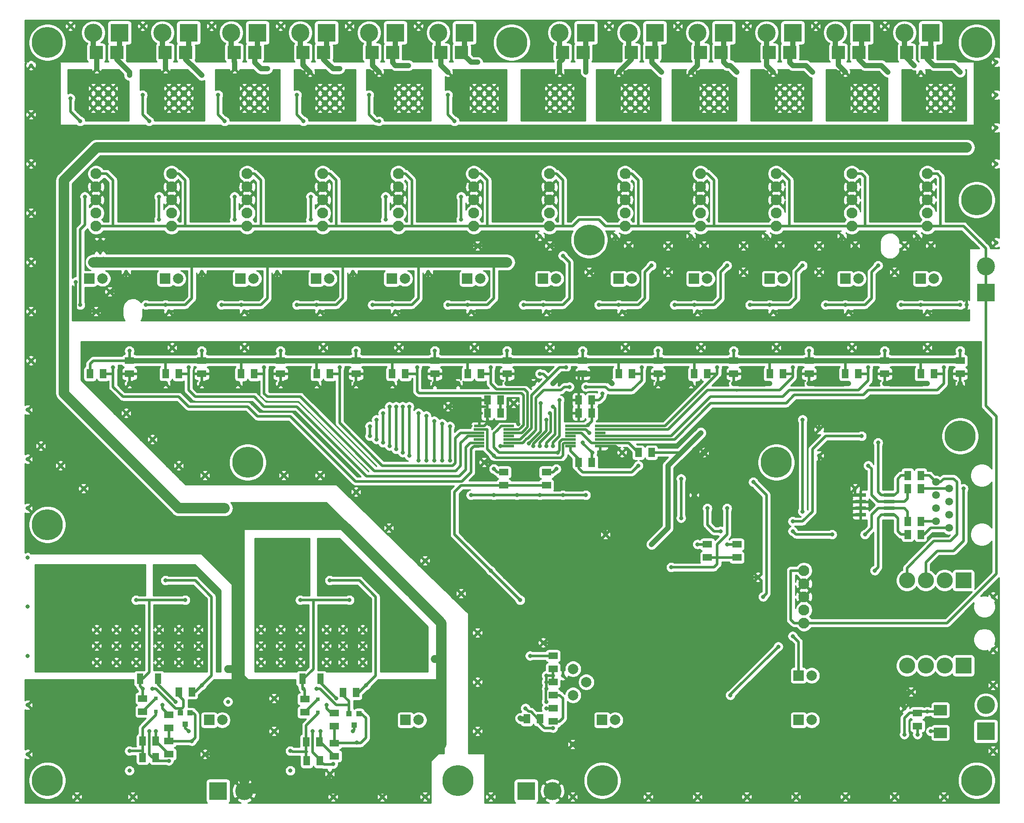
<source format=gbl>
G04 #@! TF.GenerationSoftware,KiCad,Pcbnew,(5.1.6)-1*
G04 #@! TF.CreationDate,2023-01-22T15:30:42+01:00*
G04 #@! TF.ProjectId,zone-controller,7a6f6e65-2d63-46f6-9e74-726f6c6c6572,rev?*
G04 #@! TF.SameCoordinates,Original*
G04 #@! TF.FileFunction,Copper,L2,Bot*
G04 #@! TF.FilePolarity,Positive*
%FSLAX46Y46*%
G04 Gerber Fmt 4.6, Leading zero omitted, Abs format (unit mm)*
G04 Created by KiCad (PCBNEW (5.1.6)-1) date 2023-01-22 15:30:42*
%MOMM*%
%LPD*%
G01*
G04 APERTURE LIST*
G04 #@! TA.AperFunction,ComponentPad*
%ADD10C,0.800000*%
G04 #@! TD*
G04 #@! TA.AperFunction,ComponentPad*
%ADD11C,6.000000*%
G04 #@! TD*
G04 #@! TA.AperFunction,SMDPad,CuDef*
%ADD12C,0.100000*%
G04 #@! TD*
G04 #@! TA.AperFunction,ComponentPad*
%ADD13C,2.100000*%
G04 #@! TD*
G04 #@! TA.AperFunction,SMDPad,CuDef*
%ADD14R,2.500000X2.500000*%
G04 #@! TD*
G04 #@! TA.AperFunction,SMDPad,CuDef*
%ADD15R,1.300000X2.000000*%
G04 #@! TD*
G04 #@! TA.AperFunction,SMDPad,CuDef*
%ADD16R,2.500000X2.000000*%
G04 #@! TD*
G04 #@! TA.AperFunction,ComponentPad*
%ADD17R,2.000000X2.000000*%
G04 #@! TD*
G04 #@! TA.AperFunction,ComponentPad*
%ADD18C,2.000000*%
G04 #@! TD*
G04 #@! TA.AperFunction,ComponentPad*
%ADD19R,3.500000X3.500000*%
G04 #@! TD*
G04 #@! TA.AperFunction,ComponentPad*
%ADD20C,3.500000*%
G04 #@! TD*
G04 #@! TA.AperFunction,SMDPad,CuDef*
%ADD21R,2.000000X0.800000*%
G04 #@! TD*
G04 #@! TA.AperFunction,SMDPad,CuDef*
%ADD22R,2.000000X0.500000*%
G04 #@! TD*
G04 #@! TA.AperFunction,SMDPad,CuDef*
%ADD23R,1.000000X1.000000*%
G04 #@! TD*
G04 #@! TA.AperFunction,ComponentPad*
%ADD24O,3.100000X3.100000*%
G04 #@! TD*
G04 #@! TA.AperFunction,ComponentPad*
%ADD25R,3.100000X3.100000*%
G04 #@! TD*
G04 #@! TA.AperFunction,ComponentPad*
%ADD26C,1.500000*%
G04 #@! TD*
G04 #@! TA.AperFunction,SMDPad,CuDef*
%ADD27R,0.800000X0.800000*%
G04 #@! TD*
G04 #@! TA.AperFunction,Conductor*
%ADD28C,0.500000*%
G04 #@! TD*
G04 #@! TA.AperFunction,Conductor*
%ADD29C,1.000000*%
G04 #@! TD*
G04 #@! TA.AperFunction,Conductor*
%ADD30C,0.350000*%
G04 #@! TD*
G04 #@! TA.AperFunction,Conductor*
%ADD31C,0.400000*%
G04 #@! TD*
G04 #@! TA.AperFunction,Conductor*
%ADD32C,2.000000*%
G04 #@! TD*
G04 #@! TA.AperFunction,Conductor*
%ADD33C,1.500000*%
G04 #@! TD*
G04 #@! TA.AperFunction,Conductor*
%ADD34C,0.250000*%
G04 #@! TD*
G04 #@! TA.AperFunction,Conductor*
%ADD35C,0.254000*%
G04 #@! TD*
G04 APERTURE END LIST*
D10*
X89535000Y-100965000D03*
X57785000Y-100965000D03*
X107950000Y-135890000D03*
X33655000Y-74930000D03*
X37465000Y-78740000D03*
X46355000Y-87630000D03*
X41910000Y-83185000D03*
X51435000Y-92710000D03*
X59690000Y-90170000D03*
X65405000Y-90170000D03*
X71120000Y-90170000D03*
D11*
X34925000Y-90170000D03*
X214630000Y-27305000D03*
X114300000Y-139700000D03*
X211455000Y-73025000D03*
D10*
X184150000Y-71755000D03*
X184150000Y-76835000D03*
X160020000Y-84455000D03*
X171450000Y-81915000D03*
X173355000Y-104140000D03*
X180975000Y-69850000D03*
X180975000Y-87630000D03*
X191135000Y-83185000D03*
X194945000Y-99060000D03*
X193040000Y-92075000D03*
X193675000Y-78740000D03*
X195580000Y-74295000D03*
X192405000Y-73025000D03*
X186690000Y-92075000D03*
X179070000Y-91440000D03*
X179070000Y-89535000D03*
X155575000Y-98425000D03*
X157480000Y-88900000D03*
X157480000Y-81280000D03*
X133604000Y-76200000D03*
X121285000Y-76835000D03*
X121285000Y-79375000D03*
X133350000Y-79375000D03*
X130175000Y-60960000D03*
X130175000Y-58420000D03*
G04 #@! TA.AperFunction,SMDPad,CuDef*
D12*
G36*
X205725000Y-61860000D02*
G01*
X205725000Y-60060000D01*
X207025000Y-60060000D01*
X207025000Y-61860000D01*
X205725000Y-61860000D01*
G37*
G04 #@! TD.AperFunction*
G04 #@! TA.AperFunction,SMDPad,CuDef*
G36*
X203185000Y-61860000D02*
G01*
X203185000Y-60060000D01*
X204485000Y-60060000D01*
X204485000Y-61860000D01*
X203185000Y-61860000D01*
G37*
G04 #@! TD.AperFunction*
G04 #@! TA.AperFunction,SMDPad,CuDef*
G36*
X147305000Y-61860000D02*
G01*
X147305000Y-60060000D01*
X148605000Y-60060000D01*
X148605000Y-61860000D01*
X147305000Y-61860000D01*
G37*
G04 #@! TD.AperFunction*
G04 #@! TA.AperFunction,SMDPad,CuDef*
G36*
X144765000Y-61860000D02*
G01*
X144765000Y-60060000D01*
X146065000Y-60060000D01*
X146065000Y-61860000D01*
X144765000Y-61860000D01*
G37*
G04 #@! TD.AperFunction*
G04 #@! TA.AperFunction,SMDPad,CuDef*
G36*
X88885000Y-61860000D02*
G01*
X88885000Y-60060000D01*
X90185000Y-60060000D01*
X90185000Y-61860000D01*
X88885000Y-61860000D01*
G37*
G04 #@! TD.AperFunction*
G04 #@! TA.AperFunction,SMDPad,CuDef*
G36*
X86345000Y-61860000D02*
G01*
X86345000Y-60060000D01*
X87645000Y-60060000D01*
X87645000Y-61860000D01*
X86345000Y-61860000D01*
G37*
G04 #@! TD.AperFunction*
G04 #@! TA.AperFunction,SMDPad,CuDef*
G36*
X149875000Y-75300000D02*
G01*
X149875000Y-77100000D01*
X148575000Y-77100000D01*
X148575000Y-75300000D01*
X149875000Y-75300000D01*
G37*
G04 #@! TD.AperFunction*
G04 #@! TA.AperFunction,SMDPad,CuDef*
G36*
X152415000Y-75300000D02*
G01*
X152415000Y-77100000D01*
X151115000Y-77100000D01*
X151115000Y-75300000D01*
X152415000Y-75300000D01*
G37*
G04 #@! TD.AperFunction*
G04 #@! TA.AperFunction,SMDPad,CuDef*
G36*
X191120000Y-61860000D02*
G01*
X191120000Y-60060000D01*
X192420000Y-60060000D01*
X192420000Y-61860000D01*
X191120000Y-61860000D01*
G37*
G04 #@! TD.AperFunction*
G04 #@! TA.AperFunction,SMDPad,CuDef*
G36*
X188580000Y-61860000D02*
G01*
X188580000Y-60060000D01*
X189880000Y-60060000D01*
X189880000Y-61860000D01*
X188580000Y-61860000D01*
G37*
G04 #@! TD.AperFunction*
G04 #@! TA.AperFunction,SMDPad,CuDef*
G36*
X74280000Y-61860000D02*
G01*
X74280000Y-60060000D01*
X75580000Y-60060000D01*
X75580000Y-61860000D01*
X74280000Y-61860000D01*
G37*
G04 #@! TD.AperFunction*
G04 #@! TA.AperFunction,SMDPad,CuDef*
G36*
X71740000Y-61860000D02*
G01*
X71740000Y-60060000D01*
X73040000Y-60060000D01*
X73040000Y-61860000D01*
X71740000Y-61860000D01*
G37*
G04 #@! TD.AperFunction*
G04 #@! TA.AperFunction,SMDPad,CuDef*
G36*
X132345000Y-80660000D02*
G01*
X130545000Y-80660000D01*
X130545000Y-79360000D01*
X132345000Y-79360000D01*
X132345000Y-80660000D01*
G37*
G04 #@! TD.AperFunction*
G04 #@! TA.AperFunction,SMDPad,CuDef*
G36*
X132345000Y-83200000D02*
G01*
X130545000Y-83200000D01*
X130545000Y-81900000D01*
X132345000Y-81900000D01*
X132345000Y-83200000D01*
G37*
G04 #@! TD.AperFunction*
G04 #@! TA.AperFunction,SMDPad,CuDef*
G36*
X176515000Y-61860000D02*
G01*
X176515000Y-60060000D01*
X177815000Y-60060000D01*
X177815000Y-61860000D01*
X176515000Y-61860000D01*
G37*
G04 #@! TD.AperFunction*
G04 #@! TA.AperFunction,SMDPad,CuDef*
G36*
X173975000Y-61860000D02*
G01*
X173975000Y-60060000D01*
X175275000Y-60060000D01*
X175275000Y-61860000D01*
X173975000Y-61860000D01*
G37*
G04 #@! TD.AperFunction*
G04 #@! TA.AperFunction,SMDPad,CuDef*
G36*
X118095000Y-61860000D02*
G01*
X118095000Y-60060000D01*
X119395000Y-60060000D01*
X119395000Y-61860000D01*
X118095000Y-61860000D01*
G37*
G04 #@! TD.AperFunction*
G04 #@! TA.AperFunction,SMDPad,CuDef*
G36*
X115555000Y-61860000D02*
G01*
X115555000Y-60060000D01*
X116855000Y-60060000D01*
X116855000Y-61860000D01*
X115555000Y-61860000D01*
G37*
G04 #@! TD.AperFunction*
G04 #@! TA.AperFunction,SMDPad,CuDef*
G36*
X59675000Y-61860000D02*
G01*
X59675000Y-60060000D01*
X60975000Y-60060000D01*
X60975000Y-61860000D01*
X59675000Y-61860000D01*
G37*
G04 #@! TD.AperFunction*
G04 #@! TA.AperFunction,SMDPad,CuDef*
G36*
X57135000Y-61860000D02*
G01*
X57135000Y-60060000D01*
X58435000Y-60060000D01*
X58435000Y-61860000D01*
X57135000Y-61860000D01*
G37*
G04 #@! TD.AperFunction*
G04 #@! TA.AperFunction,SMDPad,CuDef*
G36*
X124090000Y-80660000D02*
G01*
X122290000Y-80660000D01*
X122290000Y-79360000D01*
X124090000Y-79360000D01*
X124090000Y-80660000D01*
G37*
G04 #@! TD.AperFunction*
G04 #@! TA.AperFunction,SMDPad,CuDef*
G36*
X124090000Y-83200000D02*
G01*
X122290000Y-83200000D01*
X122290000Y-81900000D01*
X124090000Y-81900000D01*
X124090000Y-83200000D01*
G37*
G04 #@! TD.AperFunction*
G04 #@! TA.AperFunction,SMDPad,CuDef*
G36*
X161910000Y-61860000D02*
G01*
X161910000Y-60060000D01*
X163210000Y-60060000D01*
X163210000Y-61860000D01*
X161910000Y-61860000D01*
G37*
G04 #@! TD.AperFunction*
G04 #@! TA.AperFunction,SMDPad,CuDef*
G36*
X159370000Y-61860000D02*
G01*
X159370000Y-60060000D01*
X160670000Y-60060000D01*
X160670000Y-61860000D01*
X159370000Y-61860000D01*
G37*
G04 #@! TD.AperFunction*
G04 #@! TA.AperFunction,SMDPad,CuDef*
G36*
X103490000Y-61860000D02*
G01*
X103490000Y-60060000D01*
X104790000Y-60060000D01*
X104790000Y-61860000D01*
X103490000Y-61860000D01*
G37*
G04 #@! TD.AperFunction*
G04 #@! TA.AperFunction,SMDPad,CuDef*
G36*
X100950000Y-61860000D02*
G01*
X100950000Y-60060000D01*
X102250000Y-60060000D01*
X102250000Y-61860000D01*
X100950000Y-61860000D01*
G37*
G04 #@! TD.AperFunction*
G04 #@! TA.AperFunction,SMDPad,CuDef*
G36*
X45070000Y-61860000D02*
G01*
X45070000Y-60060000D01*
X46370000Y-60060000D01*
X46370000Y-61860000D01*
X45070000Y-61860000D01*
G37*
G04 #@! TD.AperFunction*
G04 #@! TA.AperFunction,SMDPad,CuDef*
G36*
X42530000Y-61860000D02*
G01*
X42530000Y-60060000D01*
X43830000Y-60060000D01*
X43830000Y-61860000D01*
X42530000Y-61860000D01*
G37*
G04 #@! TD.AperFunction*
D10*
X112395000Y-67310000D03*
X109855000Y-116205000D03*
X200660000Y-36195000D03*
X184150000Y-36195000D03*
X169545000Y-36195000D03*
X154940000Y-36195000D03*
X132080000Y-36195000D03*
X205740000Y-36195000D03*
X191135000Y-36195000D03*
X176530000Y-36195000D03*
X161925000Y-36195000D03*
X147320000Y-36195000D03*
X39370000Y6350000D03*
X49530000Y-36195000D03*
X64135000Y-36195000D03*
X78740000Y-36195000D03*
X93345000Y-36195000D03*
X93980000Y-41275000D03*
X107950000Y-36195000D03*
X108585000Y-41275000D03*
X130175000Y-34290000D03*
X209550000Y-9525000D03*
X207645000Y-9525000D03*
X205740000Y-9525000D03*
X205740000Y-7620000D03*
X207645000Y-7620000D03*
X209550000Y-7620000D03*
X209550000Y-5715000D03*
X207645000Y-5715000D03*
X205740000Y-5715000D03*
X191135000Y-9525000D03*
X193040000Y-9525000D03*
X194945000Y-9525000D03*
X194945000Y-7620000D03*
X193040000Y-7620000D03*
X191135000Y-7620000D03*
X194945000Y-5715000D03*
X193040000Y-5715000D03*
X191135000Y-5715000D03*
X180340000Y-9525000D03*
X178435000Y-9525000D03*
X176530000Y-9525000D03*
X176530000Y-7620000D03*
X178435000Y-7620000D03*
X180340000Y-7620000D03*
X180340000Y-5715000D03*
X178435000Y-5715000D03*
X176530000Y-5715000D03*
X165735000Y-9525000D03*
X163830000Y-9525000D03*
X161925000Y-9525000D03*
X161925000Y-7620000D03*
X163830000Y-7620000D03*
X165735000Y-7620000D03*
X165735000Y-5715000D03*
X163830000Y-5715000D03*
X161925000Y-5715000D03*
X146685000Y-9525000D03*
X148590000Y-9525000D03*
X150495000Y-9525000D03*
X150495000Y-7620000D03*
X148590000Y-7620000D03*
X146685000Y-7620000D03*
X150495000Y-5715000D03*
X148590000Y-5715000D03*
X146685000Y-5715000D03*
X135890000Y-9525000D03*
X133985000Y-9525000D03*
X132080000Y-9525000D03*
X132080000Y-7620000D03*
X133985000Y-7620000D03*
X135890000Y-7620000D03*
X135890000Y-5715000D03*
X133985000Y-5715000D03*
X132080000Y-5715000D03*
X121285000Y-9525000D03*
X119380000Y-9525000D03*
X117475000Y-9525000D03*
X117475000Y-7620000D03*
X119380000Y-7620000D03*
X121285000Y-7620000D03*
X121285000Y-5715000D03*
X119380000Y-5715000D03*
X117475000Y-5715000D03*
X106680000Y-9525000D03*
X104775000Y-9525000D03*
X102870000Y-9525000D03*
X106680000Y-7620000D03*
X104775000Y-7620000D03*
X102870000Y-7620000D03*
X106680000Y-5715000D03*
X104775000Y-5715000D03*
X102870000Y-5715000D03*
X91440000Y-9525000D03*
X89535000Y-9525000D03*
X87630000Y-9525000D03*
X87630000Y-7620000D03*
X89535000Y-7620000D03*
X91440000Y-7620000D03*
X91440000Y-5715000D03*
X89535000Y-5715000D03*
X87630000Y-5715000D03*
X73025000Y-9525000D03*
X74930000Y-9525000D03*
X76835000Y-9525000D03*
X76835000Y-7620000D03*
X74930000Y-7620000D03*
X72957000Y-7620000D03*
X76835000Y-5715000D03*
X74930000Y-5715000D03*
X73025000Y-5715000D03*
X58420000Y-9525000D03*
X58420000Y-7620000D03*
X60325000Y-7620000D03*
X60325000Y-9525000D03*
X62230000Y-9525000D03*
X62230000Y-7620000D03*
X62230000Y-5715000D03*
X60325000Y-5715000D03*
X58420000Y-5715000D03*
X45720000Y-9525000D03*
X45720000Y-5715000D03*
X45720000Y-7620000D03*
X47625000Y-7620000D03*
X47625000Y-9525000D03*
X43815000Y-9525000D03*
X43815000Y-7620000D03*
X47625000Y-5715000D03*
X43815000Y-5715000D03*
X44450000Y-116840000D03*
X48260000Y-116840000D03*
X52070000Y-116840000D03*
X52070000Y-113665000D03*
X48260000Y-113665000D03*
X44450000Y-113665000D03*
X44450000Y-110490000D03*
X48260000Y-110490000D03*
X52070000Y-110490000D03*
X60325000Y-113665000D03*
X56515000Y-113665000D03*
X56515000Y-116840000D03*
X60325000Y-116840000D03*
X64135000Y-116840000D03*
X64135000Y-113665000D03*
X64135000Y-110490000D03*
X60325000Y-110490000D03*
X56515000Y-110490000D03*
X88265000Y-90170000D03*
X82550000Y-90170000D03*
X76835000Y-90170000D03*
X78740000Y-123825000D03*
X78740000Y-130175000D03*
X83820000Y-116840000D03*
X83820000Y-113665000D03*
X80010000Y-113665000D03*
X80010000Y-116840000D03*
X76200000Y-116840000D03*
X76200000Y-113665000D03*
X76200000Y-110490000D03*
X80010000Y-110490000D03*
X83820000Y-110490000D03*
X92075000Y-110490000D03*
X95885000Y-113665000D03*
X88900000Y-113665000D03*
X92075000Y-113665000D03*
X92075000Y-116840000D03*
X95885000Y-116840000D03*
X95885000Y-110490000D03*
X88900000Y-110490000D03*
X88900000Y-116840000D03*
X107315000Y-105410000D03*
X111125000Y-111125000D03*
X111125000Y-120650000D03*
X111125000Y-130175000D03*
X107950000Y-142875000D03*
X99695000Y-142875000D03*
X90170000Y-142875000D03*
X217805000Y-104140000D03*
X217805000Y-114300000D03*
X217805000Y-121285000D03*
X217805000Y-133985000D03*
X55245000Y-73660000D03*
X60325000Y-78740000D03*
X65405000Y-80645000D03*
X80645000Y-80645000D03*
X87630000Y-80645000D03*
X94615000Y-83820000D03*
X100965000Y-90805000D03*
X107950000Y-97155000D03*
X114935000Y-103505000D03*
X50165000Y-68580000D03*
X118110000Y-111125000D03*
X118110000Y-120650000D03*
X118110000Y-130175000D03*
X136525000Y-142875000D03*
X120650000Y-142875000D03*
X151130000Y-142875000D03*
X160655000Y-142875000D03*
X170180000Y-142875000D03*
X179705000Y-142875000D03*
X189230000Y-142875000D03*
X198755000Y-142875000D03*
X208280000Y-142875000D03*
X51435000Y-142875000D03*
X40640000Y-142875000D03*
X31115000Y-134620000D03*
X31115000Y-125095000D03*
X31115000Y-115570000D03*
X31115000Y-106045000D03*
X31115000Y-96520000D03*
X31115000Y-86995000D03*
X31115000Y-77470000D03*
X31115000Y-67945000D03*
X31750000Y-58420000D03*
X118110000Y-36195000D03*
X103505000Y-36195000D03*
X88900000Y-36195000D03*
X74295000Y-36195000D03*
X59690000Y-36195000D03*
X218440000Y-35560000D03*
X218440000Y-13335000D03*
X218440000Y-20320000D03*
X218440000Y-6985000D03*
X218440000Y-635000D03*
X196850000Y6350000D03*
X183515000Y6350000D03*
X170180000Y6350000D03*
X156845000Y6350000D03*
X143510000Y6350000D03*
X31750000Y-1270000D03*
X31750000Y-10795000D03*
X106680000Y6350000D03*
X93345000Y6350000D03*
X80010000Y6350000D03*
X66675000Y6350000D03*
X53340000Y6350000D03*
X31750000Y-48895000D03*
X31750000Y-39370000D03*
X31750000Y-29845000D03*
X31750000Y-20320000D03*
X166370000Y-86995000D03*
X120650000Y-99060000D03*
X126365000Y-104775000D03*
X179070000Y-111760000D03*
X137795000Y-17145000D03*
X211455000Y-17145000D03*
X203200000Y-34290000D03*
X188595000Y-34290000D03*
X173990000Y-34290000D03*
X197485000Y-17145000D03*
X182880000Y-17145000D03*
X168275000Y-17145000D03*
X144780000Y-34290000D03*
X159385000Y-34290000D03*
X153670000Y-17145000D03*
X139065000Y-17145000D03*
X196215000Y-17145000D03*
X158115000Y-13970000D03*
X167005000Y-17145000D03*
X151765000Y-40005000D03*
X139700000Y-41275000D03*
X123190000Y-39370000D03*
D13*
X44323000Y-22225000D03*
X44323000Y-32385000D03*
X44323000Y-27305000D03*
X44323000Y-29845000D03*
X44323000Y-24765000D03*
X58939540Y-22225000D03*
X58939540Y-32385000D03*
X58939540Y-27305000D03*
X58939540Y-29845000D03*
X58939540Y-24765000D03*
D11*
X142240000Y-139700000D03*
D10*
X197485000Y-2540000D03*
X196215000Y-1270000D03*
X189230000Y-2540000D03*
X187960000Y-1270000D03*
X203835000Y-2540000D03*
X202565000Y-1270000D03*
X211455000Y-2540000D03*
X210185000Y-1270000D03*
X175260000Y-2540000D03*
X173990000Y-1270000D03*
X182880000Y-2540000D03*
X181610000Y-1270000D03*
X159385000Y-2540000D03*
X160655000Y-1270000D03*
X168275000Y-2540000D03*
X167005000Y-1270000D03*
X145415000Y-2540000D03*
X146685000Y-1270000D03*
X153670000Y-2540000D03*
X152400000Y-1270000D03*
X139065000Y-2540000D03*
X139065000Y-1270000D03*
X133985000Y-2540000D03*
X133985000Y-1270000D03*
X112395000Y-2540000D03*
X111125000Y-1270000D03*
X118110000Y-635000D03*
X116840000Y-635000D03*
X104775000Y-1270000D03*
X103505000Y-1270000D03*
X99060000Y-2540000D03*
X97790000Y-1270000D03*
X91440000Y-1905000D03*
X90170000Y-1905000D03*
X85725000Y-2540000D03*
X84455000Y-1270000D03*
X77470000Y-1905000D03*
X76200000Y-1905000D03*
X71120000Y-1905000D03*
X71120000Y-635000D03*
X57785000Y-1905000D03*
X57785000Y-635000D03*
X64770000Y-3175000D03*
X63500000Y-1905000D03*
X50800000Y-3175000D03*
X50165000Y-1905000D03*
X44450000Y-1905000D03*
X44450000Y-635000D03*
D14*
X44355000Y1270000D03*
X48355000Y1270000D03*
D11*
X124714000Y3175000D03*
X139700000Y-35052000D03*
X175895000Y-78105000D03*
X73660000Y-78105000D03*
X34925000Y-139700000D03*
X214630000Y-139700000D03*
X214630000Y3175000D03*
X34925000Y3175000D03*
D13*
X146638818Y-22225000D03*
X146638818Y-32385000D03*
X146638818Y-27305000D03*
X146638818Y-29845000D03*
X146638818Y-24765000D03*
X117405727Y-22225000D03*
X117405727Y-32385000D03*
X117405727Y-27305000D03*
X117405727Y-29845000D03*
X117405727Y-24765000D03*
X132022273Y-22225000D03*
X132022273Y-32385000D03*
X132022273Y-27305000D03*
X132022273Y-29845000D03*
X132022273Y-24765000D03*
X205105000Y-22225000D03*
X205105000Y-32385000D03*
X205105000Y-27305000D03*
X205105000Y-29845000D03*
X205105000Y-24765000D03*
X190488455Y-22225000D03*
X190488455Y-32385000D03*
X190488455Y-27305000D03*
X190488455Y-29845000D03*
X190488455Y-24765000D03*
X175871909Y-22225000D03*
X175871909Y-32385000D03*
X175871909Y-27305000D03*
X175871909Y-29845000D03*
X175871909Y-24765000D03*
X161255364Y-22225000D03*
X161255364Y-32385000D03*
X161255364Y-27305000D03*
X161255364Y-29845000D03*
X161255364Y-24765000D03*
X102789182Y-22225000D03*
X102789182Y-32385000D03*
X102789182Y-27305000D03*
X102789182Y-29845000D03*
X102789182Y-24765000D03*
X88172636Y-22225000D03*
X88172636Y-32385000D03*
X88172636Y-27305000D03*
X88172636Y-29845000D03*
X88172636Y-24765000D03*
X73556091Y-22225000D03*
X73556091Y-32385000D03*
X73556091Y-27305000D03*
X73556091Y-29845000D03*
X73556091Y-24765000D03*
X181229000Y-99060000D03*
X181229000Y-109220000D03*
X181229000Y-104140000D03*
X181229000Y-106680000D03*
X181229000Y-101600000D03*
D15*
X52860000Y-120015000D03*
X56360000Y-120015000D03*
X84229000Y-120015000D03*
X87729000Y-120015000D03*
G04 #@! TA.AperFunction,SMDPad,CuDef*
D12*
G36*
X60975000Y-121655000D02*
G01*
X60975000Y-123455000D01*
X59675000Y-123455000D01*
X59675000Y-121655000D01*
X60975000Y-121655000D01*
G37*
G04 #@! TD.AperFunction*
G04 #@! TA.AperFunction,SMDPad,CuDef*
G36*
X63515000Y-121655000D02*
G01*
X63515000Y-123455000D01*
X62215000Y-123455000D01*
X62215000Y-121655000D01*
X63515000Y-121655000D01*
G37*
G04 #@! TD.AperFunction*
D16*
X207645000Y-130470000D03*
X207645000Y-126070000D03*
D17*
X43053000Y-42545000D03*
D18*
X45593000Y-42545000D03*
D10*
X83820000Y-104775000D03*
X52070000Y-104775000D03*
D14*
X201105000Y1270000D03*
X205105000Y1270000D03*
D19*
X205740000Y5080000D03*
D20*
X200660000Y5080000D03*
D19*
X192405000Y5080000D03*
D20*
X187325000Y5080000D03*
D19*
X179070000Y5080000D03*
D20*
X173990000Y5080000D03*
D19*
X165735000Y5080000D03*
D20*
X160655000Y5080000D03*
D19*
X152400000Y5080000D03*
D20*
X147320000Y5080000D03*
D19*
X139065000Y5080000D03*
D20*
X133985000Y5080000D03*
D19*
X115570000Y5080000D03*
D20*
X110490000Y5080000D03*
D19*
X102235000Y5080000D03*
D20*
X97155000Y5080000D03*
D19*
X88900000Y5080000D03*
D20*
X83820000Y5080000D03*
D19*
X75565000Y5080000D03*
D20*
X70485000Y5080000D03*
D19*
X62230000Y5080000D03*
D20*
X57150000Y5080000D03*
D19*
X216408000Y-45212000D03*
D20*
X216408000Y-40132000D03*
D19*
X216408000Y-130175000D03*
D20*
X216408000Y-125095000D03*
D19*
X48895000Y5080000D03*
D20*
X43815000Y5080000D03*
D19*
X127508000Y-141732000D03*
D20*
X132588000Y-141732000D03*
D19*
X67945000Y-141732000D03*
D20*
X73025000Y-141732000D03*
D21*
X197705000Y-85725000D03*
X192185000Y-86995000D03*
X192185000Y-85725000D03*
X197705000Y-84455000D03*
X192185000Y-88265000D03*
X192185000Y-84455000D03*
X197705000Y-86995000D03*
X197705000Y-88265000D03*
D22*
X118422500Y-72375000D03*
G04 #@! TA.AperFunction,SMDPad,CuDef*
D12*
G36*
X117422500Y-71325000D02*
G01*
X117422500Y-70825000D01*
X119422500Y-70825000D01*
X119422500Y-71325000D01*
X117422500Y-71325000D01*
G37*
G04 #@! TD.AperFunction*
D22*
X124147500Y-73025000D03*
X118422500Y-71725000D03*
X118422500Y-73675000D03*
X124147500Y-73675000D03*
X124147500Y-71725000D03*
X118422500Y-74975000D03*
X118422500Y-74325000D03*
X118422500Y-73025000D03*
X124147500Y-72375000D03*
X124147500Y-74325000D03*
X124147500Y-71075000D03*
X124147500Y-74975000D03*
X141800500Y-73675000D03*
G04 #@! TA.AperFunction,SMDPad,CuDef*
D12*
G36*
X142800500Y-74725000D02*
G01*
X142800500Y-75225000D01*
X140800500Y-75225000D01*
X140800500Y-74725000D01*
X142800500Y-74725000D01*
G37*
G04 #@! TD.AperFunction*
D22*
X136075500Y-73025000D03*
X141800500Y-74325000D03*
X141800500Y-72375000D03*
X136075500Y-72375000D03*
X136075500Y-74325000D03*
X141800500Y-71075000D03*
X141800500Y-71725000D03*
X141800500Y-73025000D03*
X136075500Y-73675000D03*
X136075500Y-71725000D03*
X136075500Y-74975000D03*
X136075500Y-71075000D03*
D10*
X93345000Y-104775000D03*
X84455000Y-121920000D03*
X86995000Y-121920000D03*
X96520000Y-121285000D03*
X90805000Y-123825000D03*
X88900000Y-125095000D03*
X86233000Y-130175000D03*
X87757000Y-130175000D03*
X93980000Y-130175000D03*
X94742000Y-132334000D03*
X90170000Y-136525000D03*
X89535000Y-138430000D03*
X81915000Y-133985000D03*
X81915000Y-137795000D03*
X61595000Y-104775000D03*
X53340000Y-121920000D03*
X55245000Y-121920000D03*
X59690000Y-124460000D03*
X64770000Y-121285000D03*
X57150000Y-125095000D03*
X62230000Y-130175000D03*
X62865000Y-132080000D03*
X58420000Y-135890000D03*
X50800000Y-133985000D03*
X50800000Y-137795000D03*
X69850000Y-124460000D03*
X65405000Y-134620000D03*
X73025000Y-136525000D03*
X69850000Y-118110000D03*
X149225000Y-78740000D03*
X63500000Y-86995000D03*
X69215000Y-86995000D03*
X67310000Y-86995000D03*
X65405000Y-86995000D03*
X44450000Y-40005000D03*
X45720000Y-40005000D03*
X44450000Y-36830000D03*
X45720000Y-36830000D03*
X45720000Y-38735000D03*
X45720000Y-35560000D03*
X46990000Y-45085000D03*
X42164000Y-26670000D03*
X41275000Y-47625000D03*
X40386000Y-43180000D03*
X161925000Y-76200000D03*
X146050000Y-76200000D03*
X162560000Y-86995000D03*
X165100000Y-91440000D03*
X212090000Y-83185000D03*
X167005000Y-123190000D03*
X154940000Y-83185000D03*
X161290000Y-72390000D03*
X151765000Y-93980000D03*
X151765000Y-93980000D03*
X139065000Y-63500000D03*
X135890000Y-63500000D03*
X142875000Y-92075000D03*
X200660000Y-125730000D03*
X201930000Y-122555000D03*
X140335000Y-76200000D03*
X44450000Y-35560000D03*
X44450000Y-38735000D03*
X41275000Y-12065000D03*
X198755000Y-41275000D03*
X184150000Y-41275000D03*
X169545000Y-41275000D03*
X154940000Y-41275000D03*
X113030000Y-36195000D03*
X114935000Y-31115000D03*
X114935000Y-26670000D03*
X113665000Y-12065000D03*
X96520000Y-36195000D03*
X100330000Y-31115000D03*
X100330000Y-26670000D03*
X99060000Y-12065000D03*
X83820000Y-36195000D03*
X85852000Y-31115000D03*
X85852000Y-26670000D03*
X84455000Y-12065000D03*
X69215000Y-12065000D03*
X69215000Y-36195000D03*
X71120000Y-31115000D03*
X71120000Y-26670000D03*
X54610000Y-12065000D03*
X50165000Y-41275000D03*
X56515000Y-31115000D03*
X56515000Y-26670000D03*
X176276000Y-113792000D03*
X203200000Y-130810000D03*
X200660000Y-130810000D03*
X205105000Y-126365000D03*
X205740000Y-130175000D03*
X172339000Y-100330000D03*
X166370000Y-93980000D03*
X160655000Y-93980000D03*
X139065000Y-84455000D03*
X134620000Y-84455000D03*
X130175000Y-84455000D03*
X125730000Y-84455000D03*
X121285000Y-84455000D03*
X116840000Y-84455000D03*
X47625000Y-59690000D03*
X62230000Y-59690000D03*
X76835000Y-59690000D03*
X91440000Y-59690000D03*
X106680000Y-68580000D03*
X108204000Y-69088000D03*
X109728000Y-70104000D03*
X111252000Y-70612000D03*
X106680000Y-77724000D03*
X108204000Y-77724000D03*
X109728000Y-77724000D03*
X111252000Y-77724000D03*
X112776000Y-71120000D03*
X112776000Y-77724000D03*
X106426000Y-59690000D03*
X135255000Y-59690000D03*
X120650000Y-59690000D03*
X208280000Y-59690000D03*
X193675000Y-59690000D03*
X179070000Y-59690000D03*
X164465000Y-59690000D03*
X149860000Y-59690000D03*
X119380000Y-78105000D03*
X120015000Y-68580000D03*
X122555000Y-68580000D03*
X142240000Y-64770000D03*
X139446000Y-70866000D03*
X138430000Y-74295000D03*
X139700000Y-72390000D03*
X125095000Y-66675000D03*
X125984000Y-70739000D03*
X133985000Y-66040000D03*
X132715000Y-67310000D03*
X132080000Y-68580000D03*
X131445000Y-69850000D03*
X130302000Y-66675000D03*
X128016000Y-74422000D03*
X128905000Y-74930000D03*
X130175000Y-74930000D03*
X132715000Y-74930000D03*
X131445000Y-74930000D03*
X122555000Y-74930000D03*
X205105000Y-55880000D03*
X211455000Y-62865000D03*
X205105000Y-62865000D03*
X211455000Y-56515000D03*
X196850000Y-56515000D03*
X182245000Y-56515000D03*
X189865000Y-62865000D03*
X174625000Y-62865000D03*
X190500000Y-55880000D03*
X175895000Y-55880000D03*
X196850000Y-62865000D03*
X182245000Y-62865000D03*
X167640000Y-56515000D03*
X153035000Y-56515000D03*
X161290000Y-55880000D03*
X146685000Y-55880000D03*
X144145000Y-62865000D03*
X159385000Y-62865000D03*
X167640000Y-62865000D03*
X153035000Y-62865000D03*
X138430000Y-56515000D03*
X123825000Y-56515000D03*
X132080000Y-55880000D03*
X117475000Y-55880000D03*
X128905000Y-62865000D03*
X114300000Y-62865000D03*
X132715000Y-62865000D03*
X123825000Y-62865000D03*
X109855000Y-56515000D03*
X109855000Y-62865000D03*
X102870000Y-55880000D03*
X101600000Y-62865000D03*
X94615000Y-62865000D03*
X88265000Y-55880000D03*
X86995000Y-62865000D03*
X94615000Y-56515000D03*
X80010000Y-56515000D03*
X71755000Y-62865000D03*
X57785000Y-62865000D03*
X80010000Y-62865000D03*
X73025000Y-55880000D03*
X59055000Y-55880000D03*
X64770000Y-56515000D03*
X64770000Y-62865000D03*
X50800000Y-62865000D03*
X50800000Y-56515000D03*
X104902000Y-67310000D03*
X103632000Y-67310000D03*
X102362000Y-67310000D03*
X101092000Y-67310000D03*
X99822000Y-68580000D03*
X98552000Y-69850000D03*
X97282000Y-71120000D03*
X97282000Y-73025000D03*
X98552000Y-73660000D03*
X99822000Y-74295000D03*
X101092000Y-74930000D03*
X102362000Y-75565000D03*
X103632000Y-76200000D03*
X104902000Y-76835000D03*
X54610000Y-36195000D03*
X131445000Y-121920000D03*
X131445000Y-119380000D03*
X131445000Y-120650000D03*
X136525000Y-132715000D03*
X132715000Y-119380000D03*
X130810000Y-113030000D03*
X134620000Y-119380000D03*
X131445000Y-125730000D03*
X128270000Y-115570000D03*
X132715000Y-129540000D03*
X127381000Y-125730000D03*
X126365000Y-127635000D03*
X131445000Y-124460000D03*
X212725000Y-47625000D03*
X205105000Y-48895000D03*
X211455000Y-47625000D03*
X203835000Y-47625000D03*
X200025000Y-47625000D03*
X201930000Y-13970000D03*
X212725000Y-17145000D03*
X189865000Y-48895000D03*
X195580000Y-40005000D03*
X189230000Y-47625000D03*
X185420000Y-47625000D03*
X181610000Y-17145000D03*
X187325000Y-13970000D03*
X172720000Y-13970000D03*
X175260000Y-48895000D03*
X160655000Y-48895000D03*
X146050000Y-48895000D03*
X131445000Y-48895000D03*
X180975000Y-40005000D03*
X174625000Y-47625000D03*
X170815000Y-47625000D03*
X166370000Y-40005000D03*
X160020000Y-47625000D03*
X156210000Y-47625000D03*
X145415000Y-47625000D03*
X141605000Y-47625000D03*
X134620000Y-38100000D03*
X130810000Y-47625000D03*
X127000000Y-47625000D03*
X152400000Y-17145000D03*
X143510000Y-13970000D03*
X128905000Y-13970000D03*
X124460000Y-13970000D03*
X116840000Y-48895000D03*
X116205000Y-47625000D03*
X112395000Y-47625000D03*
X112395000Y-6985000D03*
X97155000Y-6985000D03*
X111125000Y-36195000D03*
X109220000Y-39370000D03*
X102235000Y-48895000D03*
X101600000Y-47625000D03*
X97790000Y-47625000D03*
X98425000Y-36195000D03*
X94615000Y-39370000D03*
X87630000Y-48895000D03*
X86995000Y-47625000D03*
X83185000Y-47625000D03*
X83185000Y-6985000D03*
X81915000Y-36195000D03*
X80010000Y-39370000D03*
X79375000Y-41275000D03*
X73025000Y-48895000D03*
X72390000Y-47625000D03*
X68580000Y-47625000D03*
X67945000Y-6985000D03*
X67310000Y-36195000D03*
X64770000Y-41275000D03*
X58420000Y-48895000D03*
X57785000Y-47625000D03*
X53975000Y-47625000D03*
X65405000Y-39370000D03*
X50800000Y-39370000D03*
X52705000Y-36195000D03*
X53340000Y-6985000D03*
X44323000Y-48895000D03*
X39370000Y-7620000D03*
X54610000Y-130175000D03*
X55880000Y-130175000D03*
G04 #@! TA.AperFunction,SMDPad,CuDef*
D12*
G36*
X163460000Y-94630000D02*
G01*
X161660000Y-94630000D01*
X161660000Y-93330000D01*
X163460000Y-93330000D01*
X163460000Y-94630000D01*
G37*
G04 #@! TD.AperFunction*
G04 #@! TA.AperFunction,SMDPad,CuDef*
G36*
X163460000Y-97170000D02*
G01*
X161660000Y-97170000D01*
X161660000Y-95870000D01*
X163460000Y-95870000D01*
X163460000Y-97170000D01*
G37*
G04 #@! TD.AperFunction*
G04 #@! TA.AperFunction,SMDPad,CuDef*
G36*
X169175000Y-94630000D02*
G01*
X167375000Y-94630000D01*
X167375000Y-93330000D01*
X169175000Y-93330000D01*
X169175000Y-94630000D01*
G37*
G04 #@! TD.AperFunction*
G04 #@! TA.AperFunction,SMDPad,CuDef*
G36*
X169175000Y-97170000D02*
G01*
X167375000Y-97170000D01*
X167375000Y-95870000D01*
X169175000Y-95870000D01*
X169175000Y-97170000D01*
G37*
G04 #@! TD.AperFunction*
G04 #@! TA.AperFunction,SMDPad,CuDef*
G36*
X92725000Y-121782000D02*
G01*
X92725000Y-123582000D01*
X91425000Y-123582000D01*
X91425000Y-121782000D01*
X92725000Y-121782000D01*
G37*
G04 #@! TD.AperFunction*
G04 #@! TA.AperFunction,SMDPad,CuDef*
G36*
X95265000Y-121782000D02*
G01*
X95265000Y-123582000D01*
X93965000Y-123582000D01*
X93965000Y-121782000D01*
X95265000Y-121782000D01*
G37*
G04 #@! TD.AperFunction*
G04 #@! TA.AperFunction,SMDPad,CuDef*
G36*
X201945000Y-91175000D02*
G01*
X201945000Y-92975000D01*
X200645000Y-92975000D01*
X200645000Y-91175000D01*
X201945000Y-91175000D01*
G37*
G04 #@! TD.AperFunction*
G04 #@! TA.AperFunction,SMDPad,CuDef*
G36*
X204485000Y-91175000D02*
G01*
X204485000Y-92975000D01*
X203185000Y-92975000D01*
X203185000Y-91175000D01*
X204485000Y-91175000D01*
G37*
G04 #@! TD.AperFunction*
G04 #@! TA.AperFunction,SMDPad,CuDef*
G36*
X201945000Y-88635000D02*
G01*
X201945000Y-90435000D01*
X200645000Y-90435000D01*
X200645000Y-88635000D01*
X201945000Y-88635000D01*
G37*
G04 #@! TD.AperFunction*
G04 #@! TA.AperFunction,SMDPad,CuDef*
G36*
X204485000Y-88635000D02*
G01*
X204485000Y-90435000D01*
X203185000Y-90435000D01*
X203185000Y-88635000D01*
X204485000Y-88635000D01*
G37*
G04 #@! TD.AperFunction*
G04 #@! TA.AperFunction,SMDPad,CuDef*
G36*
X201945000Y-82285000D02*
G01*
X201945000Y-84085000D01*
X200645000Y-84085000D01*
X200645000Y-82285000D01*
X201945000Y-82285000D01*
G37*
G04 #@! TD.AperFunction*
G04 #@! TA.AperFunction,SMDPad,CuDef*
G36*
X204485000Y-82285000D02*
G01*
X204485000Y-84085000D01*
X203185000Y-84085000D01*
X203185000Y-82285000D01*
X204485000Y-82285000D01*
G37*
G04 #@! TD.AperFunction*
G04 #@! TA.AperFunction,SMDPad,CuDef*
G36*
X201945000Y-79745000D02*
G01*
X201945000Y-81545000D01*
X200645000Y-81545000D01*
X200645000Y-79745000D01*
X201945000Y-79745000D01*
G37*
G04 #@! TD.AperFunction*
G04 #@! TA.AperFunction,SMDPad,CuDef*
G36*
X204485000Y-79745000D02*
G01*
X204485000Y-81545000D01*
X203185000Y-81545000D01*
X203185000Y-79745000D01*
X204485000Y-79745000D01*
G37*
G04 #@! TD.AperFunction*
G04 #@! TA.AperFunction,SMDPad,CuDef*
G36*
X83809000Y-125842000D02*
G01*
X85609000Y-125842000D01*
X85609000Y-127142000D01*
X83809000Y-127142000D01*
X83809000Y-125842000D01*
G37*
G04 #@! TD.AperFunction*
G04 #@! TA.AperFunction,SMDPad,CuDef*
G36*
X83809000Y-123302000D02*
G01*
X85609000Y-123302000D01*
X85609000Y-124602000D01*
X83809000Y-124602000D01*
X83809000Y-123302000D01*
G37*
G04 #@! TD.AperFunction*
G04 #@! TA.AperFunction,SMDPad,CuDef*
G36*
X86980000Y-136790000D02*
G01*
X86980000Y-134990000D01*
X88280000Y-134990000D01*
X88280000Y-136790000D01*
X86980000Y-136790000D01*
G37*
G04 #@! TD.AperFunction*
G04 #@! TA.AperFunction,SMDPad,CuDef*
G36*
X84440000Y-136790000D02*
G01*
X84440000Y-134990000D01*
X85740000Y-134990000D01*
X85740000Y-136790000D01*
X84440000Y-136790000D01*
G37*
G04 #@! TD.AperFunction*
G04 #@! TA.AperFunction,SMDPad,CuDef*
G36*
X91324000Y-133111000D02*
G01*
X89524000Y-133111000D01*
X89524000Y-131811000D01*
X91324000Y-131811000D01*
X91324000Y-133111000D01*
G37*
G04 #@! TD.AperFunction*
G04 #@! TA.AperFunction,SMDPad,CuDef*
G36*
X91324000Y-135651000D02*
G01*
X89524000Y-135651000D01*
X89524000Y-134351000D01*
X91324000Y-134351000D01*
X91324000Y-135651000D01*
G37*
G04 #@! TD.AperFunction*
G04 #@! TA.AperFunction,SMDPad,CuDef*
G36*
X86853000Y-133107000D02*
G01*
X86853000Y-131307000D01*
X88153000Y-131307000D01*
X88153000Y-133107000D01*
X86853000Y-133107000D01*
G37*
G04 #@! TD.AperFunction*
G04 #@! TA.AperFunction,SMDPad,CuDef*
G36*
X84313000Y-133107000D02*
G01*
X84313000Y-131307000D01*
X85613000Y-131307000D01*
X85613000Y-133107000D01*
X84313000Y-133107000D01*
G37*
G04 #@! TD.AperFunction*
G04 #@! TA.AperFunction,SMDPad,CuDef*
G36*
X138318000Y-77205000D02*
G01*
X138318000Y-79005000D01*
X137018000Y-79005000D01*
X137018000Y-77205000D01*
X138318000Y-77205000D01*
G37*
G04 #@! TD.AperFunction*
G04 #@! TA.AperFunction,SMDPad,CuDef*
G36*
X140858000Y-77205000D02*
G01*
X140858000Y-79005000D01*
X139558000Y-79005000D01*
X139558000Y-77205000D01*
X140858000Y-77205000D01*
G37*
G04 #@! TD.AperFunction*
G04 #@! TA.AperFunction,SMDPad,CuDef*
G36*
X52440000Y-125715000D02*
G01*
X54240000Y-125715000D01*
X54240000Y-127015000D01*
X52440000Y-127015000D01*
X52440000Y-125715000D01*
G37*
G04 #@! TD.AperFunction*
G04 #@! TA.AperFunction,SMDPad,CuDef*
G36*
X52440000Y-123175000D02*
G01*
X54240000Y-123175000D01*
X54240000Y-124475000D01*
X52440000Y-124475000D01*
X52440000Y-123175000D01*
G37*
G04 #@! TD.AperFunction*
G04 #@! TA.AperFunction,SMDPad,CuDef*
G36*
X55230000Y-136155000D02*
G01*
X55230000Y-134355000D01*
X56530000Y-134355000D01*
X56530000Y-136155000D01*
X55230000Y-136155000D01*
G37*
G04 #@! TD.AperFunction*
G04 #@! TA.AperFunction,SMDPad,CuDef*
G36*
X52690000Y-136155000D02*
G01*
X52690000Y-134355000D01*
X53990000Y-134355000D01*
X53990000Y-136155000D01*
X52690000Y-136155000D01*
G37*
G04 #@! TD.AperFunction*
G04 #@! TA.AperFunction,SMDPad,CuDef*
G36*
X204100000Y-127269000D02*
G01*
X202300000Y-127269000D01*
X202300000Y-125969000D01*
X204100000Y-125969000D01*
X204100000Y-127269000D01*
G37*
G04 #@! TD.AperFunction*
G04 #@! TA.AperFunction,SMDPad,CuDef*
G36*
X204100000Y-129809000D02*
G01*
X202300000Y-129809000D01*
X202300000Y-128509000D01*
X204100000Y-128509000D01*
X204100000Y-129809000D01*
G37*
G04 #@! TD.AperFunction*
G04 #@! TA.AperFunction,SMDPad,CuDef*
G36*
X59320000Y-132730000D02*
G01*
X57520000Y-132730000D01*
X57520000Y-131430000D01*
X59320000Y-131430000D01*
X59320000Y-132730000D01*
G37*
G04 #@! TD.AperFunction*
G04 #@! TA.AperFunction,SMDPad,CuDef*
G36*
X59320000Y-135270000D02*
G01*
X57520000Y-135270000D01*
X57520000Y-133970000D01*
X59320000Y-133970000D01*
X59320000Y-135270000D01*
G37*
G04 #@! TD.AperFunction*
G04 #@! TA.AperFunction,SMDPad,CuDef*
G36*
X55230000Y-132980000D02*
G01*
X55230000Y-131180000D01*
X56530000Y-131180000D01*
X56530000Y-132980000D01*
X55230000Y-132980000D01*
G37*
G04 #@! TD.AperFunction*
G04 #@! TA.AperFunction,SMDPad,CuDef*
G36*
X52690000Y-132980000D02*
G01*
X52690000Y-131180000D01*
X53990000Y-131180000D01*
X53990000Y-132980000D01*
X52690000Y-132980000D01*
G37*
G04 #@! TD.AperFunction*
D18*
X139141200Y-120650000D03*
X136588500Y-123190000D03*
X136588500Y-118110000D03*
G04 #@! TA.AperFunction,SMDPad,CuDef*
D12*
G36*
X133615000Y-121300000D02*
G01*
X131815000Y-121300000D01*
X131815000Y-120000000D01*
X133615000Y-120000000D01*
X133615000Y-121300000D01*
G37*
G04 #@! TD.AperFunction*
G04 #@! TA.AperFunction,SMDPad,CuDef*
G36*
X133615000Y-123840000D02*
G01*
X131815000Y-123840000D01*
X131815000Y-122540000D01*
X133615000Y-122540000D01*
X133615000Y-123840000D01*
G37*
G04 #@! TD.AperFunction*
G04 #@! TA.AperFunction,SMDPad,CuDef*
G36*
X131815000Y-127620000D02*
G01*
X133615000Y-127620000D01*
X133615000Y-128920000D01*
X131815000Y-128920000D01*
X131815000Y-127620000D01*
G37*
G04 #@! TD.AperFunction*
G04 #@! TA.AperFunction,SMDPad,CuDef*
G36*
X131815000Y-125080000D02*
G01*
X133615000Y-125080000D01*
X133615000Y-126380000D01*
X131815000Y-126380000D01*
X131815000Y-125080000D01*
G37*
G04 #@! TD.AperFunction*
G04 #@! TA.AperFunction,SMDPad,CuDef*
G36*
X129525000Y-128662000D02*
G01*
X129525000Y-126862000D01*
X130825000Y-126862000D01*
X130825000Y-128662000D01*
X129525000Y-128662000D01*
G37*
G04 #@! TD.AperFunction*
G04 #@! TA.AperFunction,SMDPad,CuDef*
G36*
X126985000Y-128662000D02*
G01*
X126985000Y-126862000D01*
X128285000Y-126862000D01*
X128285000Y-128662000D01*
X126985000Y-128662000D01*
G37*
G04 #@! TD.AperFunction*
D23*
X94234000Y-128962000D03*
X95184000Y-126762000D03*
X93284000Y-126762000D03*
X61595000Y-128835000D03*
X62545000Y-126635000D03*
X60645000Y-126635000D03*
D24*
X201170000Y-117475000D03*
X204810000Y-117475000D03*
D25*
X212090000Y-117475000D03*
D24*
X208450000Y-117475000D03*
D26*
X209296000Y-88264000D03*
X206756000Y-81914000D03*
X209296000Y-83184000D03*
X206756000Y-89534000D03*
X209296000Y-85724000D03*
X206756000Y-86994000D03*
X206756000Y-84454000D03*
X209296000Y-90804000D03*
D24*
X201170000Y-100965000D03*
X204810000Y-100965000D03*
D25*
X212090000Y-100965000D03*
D24*
X208450000Y-100965000D03*
D17*
X104194000Y-128000000D03*
D18*
X106734000Y-128000000D03*
D27*
X87249000Y-126492000D03*
X87249000Y-123952000D03*
D17*
X66194000Y-128000000D03*
D18*
X68734000Y-128000000D03*
D17*
X180194000Y-119380000D03*
D18*
X182734000Y-119380000D03*
D27*
X55880000Y-126365000D03*
X55880000Y-123825000D03*
D17*
X180194000Y-128000000D03*
D18*
X182734000Y-128000000D03*
D17*
X203835000Y-42545000D03*
D18*
X206375000Y-42545000D03*
D17*
X189218455Y-42545000D03*
D18*
X191758455Y-42545000D03*
D17*
X174601909Y-42545000D03*
D18*
X177141909Y-42545000D03*
D17*
X159985364Y-42545000D03*
D18*
X162525364Y-42545000D03*
D17*
X145368818Y-42545000D03*
D18*
X147908818Y-42545000D03*
D17*
X130752273Y-42545000D03*
D18*
X133292273Y-42545000D03*
D14*
X187865000Y1270000D03*
X191865000Y1270000D03*
X174530000Y1270000D03*
X178530000Y1270000D03*
X161195000Y1270000D03*
X165195000Y1270000D03*
X147860000Y1270000D03*
X151860000Y1270000D03*
X134525000Y1270000D03*
X138525000Y1270000D03*
D17*
X142194000Y-128000000D03*
D18*
X144734000Y-128000000D03*
D17*
X116135727Y-42545000D03*
D18*
X118675727Y-42545000D03*
D17*
X101519182Y-42545000D03*
D18*
X104059182Y-42545000D03*
D17*
X86902636Y-42545000D03*
D18*
X89442636Y-42545000D03*
D17*
X72286091Y-42545000D03*
D18*
X74826091Y-42545000D03*
D17*
X57669540Y-42545000D03*
D18*
X60209540Y-42545000D03*
D14*
X111030000Y1270000D03*
X115030000Y1270000D03*
X97695000Y1270000D03*
X101695000Y1270000D03*
X84360000Y1270000D03*
X88360000Y1270000D03*
X71025000Y1270000D03*
X75025000Y1270000D03*
X57690000Y1270000D03*
X61690000Y1270000D03*
G04 #@! TA.AperFunction,SMDPad,CuDef*
D12*
G36*
X89524000Y-128509000D02*
G01*
X91324000Y-128509000D01*
X91324000Y-129809000D01*
X89524000Y-129809000D01*
X89524000Y-128509000D01*
G37*
G04 #@! TD.AperFunction*
G04 #@! TA.AperFunction,SMDPad,CuDef*
G36*
X89524000Y-125969000D02*
G01*
X91324000Y-125969000D01*
X91324000Y-127269000D01*
X89524000Y-127269000D01*
X89524000Y-125969000D01*
G37*
G04 #@! TD.AperFunction*
G04 #@! TA.AperFunction,SMDPad,CuDef*
G36*
X139558000Y-69480000D02*
G01*
X139558000Y-67680000D01*
X140858000Y-67680000D01*
X140858000Y-69480000D01*
X139558000Y-69480000D01*
G37*
G04 #@! TD.AperFunction*
G04 #@! TA.AperFunction,SMDPad,CuDef*
G36*
X137018000Y-69480000D02*
G01*
X137018000Y-67680000D01*
X138318000Y-67680000D01*
X138318000Y-69480000D01*
X137018000Y-69480000D01*
G37*
G04 #@! TD.AperFunction*
G04 #@! TA.AperFunction,SMDPad,CuDef*
G36*
X121905000Y-69480000D02*
G01*
X121905000Y-67680000D01*
X123205000Y-67680000D01*
X123205000Y-69480000D01*
X121905000Y-69480000D01*
G37*
G04 #@! TD.AperFunction*
G04 #@! TA.AperFunction,SMDPad,CuDef*
G36*
X119365000Y-69480000D02*
G01*
X119365000Y-67680000D01*
X120665000Y-67680000D01*
X120665000Y-69480000D01*
X119365000Y-69480000D01*
G37*
G04 #@! TD.AperFunction*
G04 #@! TA.AperFunction,SMDPad,CuDef*
G36*
X139558000Y-66940000D02*
G01*
X139558000Y-65140000D01*
X140858000Y-65140000D01*
X140858000Y-66940000D01*
X139558000Y-66940000D01*
G37*
G04 #@! TD.AperFunction*
G04 #@! TA.AperFunction,SMDPad,CuDef*
G36*
X137018000Y-66940000D02*
G01*
X137018000Y-65140000D01*
X138318000Y-65140000D01*
X138318000Y-66940000D01*
X137018000Y-66940000D01*
G37*
G04 #@! TD.AperFunction*
G04 #@! TA.AperFunction,SMDPad,CuDef*
G36*
X121905000Y-66940000D02*
G01*
X121905000Y-65140000D01*
X123205000Y-65140000D01*
X123205000Y-66940000D01*
X121905000Y-66940000D01*
G37*
G04 #@! TD.AperFunction*
G04 #@! TA.AperFunction,SMDPad,CuDef*
G36*
X119365000Y-66940000D02*
G01*
X119365000Y-65140000D01*
X120665000Y-65140000D01*
X120665000Y-66940000D01*
X119365000Y-66940000D01*
G37*
G04 #@! TD.AperFunction*
G04 #@! TA.AperFunction,SMDPad,CuDef*
G36*
X57520000Y-128890000D02*
G01*
X59320000Y-128890000D01*
X59320000Y-130190000D01*
X57520000Y-130190000D01*
X57520000Y-128890000D01*
G37*
G04 #@! TD.AperFunction*
G04 #@! TA.AperFunction,SMDPad,CuDef*
G36*
X57520000Y-126350000D02*
G01*
X59320000Y-126350000D01*
X59320000Y-127650000D01*
X57520000Y-127650000D01*
X57520000Y-126350000D01*
G37*
G04 #@! TD.AperFunction*
G04 #@! TA.AperFunction,SMDPad,CuDef*
G36*
X210555000Y-60310000D02*
G01*
X212355000Y-60310000D01*
X212355000Y-61610000D01*
X210555000Y-61610000D01*
X210555000Y-60310000D01*
G37*
G04 #@! TD.AperFunction*
G04 #@! TA.AperFunction,SMDPad,CuDef*
G36*
X210555000Y-57770000D02*
G01*
X212355000Y-57770000D01*
X212355000Y-59070000D01*
X210555000Y-59070000D01*
X210555000Y-57770000D01*
G37*
G04 #@! TD.AperFunction*
G04 #@! TA.AperFunction,SMDPad,CuDef*
G36*
X152135000Y-60310000D02*
G01*
X153935000Y-60310000D01*
X153935000Y-61610000D01*
X152135000Y-61610000D01*
X152135000Y-60310000D01*
G37*
G04 #@! TD.AperFunction*
G04 #@! TA.AperFunction,SMDPad,CuDef*
G36*
X152135000Y-57770000D02*
G01*
X153935000Y-57770000D01*
X153935000Y-59070000D01*
X152135000Y-59070000D01*
X152135000Y-57770000D01*
G37*
G04 #@! TD.AperFunction*
G04 #@! TA.AperFunction,SMDPad,CuDef*
G36*
X181345000Y-60310000D02*
G01*
X183145000Y-60310000D01*
X183145000Y-61610000D01*
X181345000Y-61610000D01*
X181345000Y-60310000D01*
G37*
G04 #@! TD.AperFunction*
G04 #@! TA.AperFunction,SMDPad,CuDef*
G36*
X181345000Y-57770000D02*
G01*
X183145000Y-57770000D01*
X183145000Y-59070000D01*
X181345000Y-59070000D01*
X181345000Y-57770000D01*
G37*
G04 #@! TD.AperFunction*
G04 #@! TA.AperFunction,SMDPad,CuDef*
G36*
X195950000Y-60310000D02*
G01*
X197750000Y-60310000D01*
X197750000Y-61610000D01*
X195950000Y-61610000D01*
X195950000Y-60310000D01*
G37*
G04 #@! TD.AperFunction*
G04 #@! TA.AperFunction,SMDPad,CuDef*
G36*
X195950000Y-57770000D02*
G01*
X197750000Y-57770000D01*
X197750000Y-59070000D01*
X195950000Y-59070000D01*
X195950000Y-57770000D01*
G37*
G04 #@! TD.AperFunction*
G04 #@! TA.AperFunction,SMDPad,CuDef*
G36*
X166740000Y-60310000D02*
G01*
X168540000Y-60310000D01*
X168540000Y-61610000D01*
X166740000Y-61610000D01*
X166740000Y-60310000D01*
G37*
G04 #@! TD.AperFunction*
G04 #@! TA.AperFunction,SMDPad,CuDef*
G36*
X166740000Y-57770000D02*
G01*
X168540000Y-57770000D01*
X168540000Y-59070000D01*
X166740000Y-59070000D01*
X166740000Y-57770000D01*
G37*
G04 #@! TD.AperFunction*
G04 #@! TA.AperFunction,SMDPad,CuDef*
G36*
X137530000Y-60310000D02*
G01*
X139330000Y-60310000D01*
X139330000Y-61610000D01*
X137530000Y-61610000D01*
X137530000Y-60310000D01*
G37*
G04 #@! TD.AperFunction*
G04 #@! TA.AperFunction,SMDPad,CuDef*
G36*
X137530000Y-57770000D02*
G01*
X139330000Y-57770000D01*
X139330000Y-59070000D01*
X137530000Y-59070000D01*
X137530000Y-57770000D01*
G37*
G04 #@! TD.AperFunction*
G04 #@! TA.AperFunction,SMDPad,CuDef*
G36*
X93715000Y-60310000D02*
G01*
X95515000Y-60310000D01*
X95515000Y-61610000D01*
X93715000Y-61610000D01*
X93715000Y-60310000D01*
G37*
G04 #@! TD.AperFunction*
G04 #@! TA.AperFunction,SMDPad,CuDef*
G36*
X93715000Y-57770000D02*
G01*
X95515000Y-57770000D01*
X95515000Y-59070000D01*
X93715000Y-59070000D01*
X93715000Y-57770000D01*
G37*
G04 #@! TD.AperFunction*
G04 #@! TA.AperFunction,SMDPad,CuDef*
G36*
X63870000Y-60310000D02*
G01*
X65670000Y-60310000D01*
X65670000Y-61610000D01*
X63870000Y-61610000D01*
X63870000Y-60310000D01*
G37*
G04 #@! TD.AperFunction*
G04 #@! TA.AperFunction,SMDPad,CuDef*
G36*
X63870000Y-57770000D02*
G01*
X65670000Y-57770000D01*
X65670000Y-59070000D01*
X63870000Y-59070000D01*
X63870000Y-57770000D01*
G37*
G04 #@! TD.AperFunction*
G04 #@! TA.AperFunction,SMDPad,CuDef*
G36*
X122925000Y-60310000D02*
G01*
X124725000Y-60310000D01*
X124725000Y-61610000D01*
X122925000Y-61610000D01*
X122925000Y-60310000D01*
G37*
G04 #@! TD.AperFunction*
G04 #@! TA.AperFunction,SMDPad,CuDef*
G36*
X122925000Y-57770000D02*
G01*
X124725000Y-57770000D01*
X124725000Y-59070000D01*
X122925000Y-59070000D01*
X122925000Y-57770000D01*
G37*
G04 #@! TD.AperFunction*
G04 #@! TA.AperFunction,SMDPad,CuDef*
G36*
X108955000Y-60310000D02*
G01*
X110755000Y-60310000D01*
X110755000Y-61610000D01*
X108955000Y-61610000D01*
X108955000Y-60310000D01*
G37*
G04 #@! TD.AperFunction*
G04 #@! TA.AperFunction,SMDPad,CuDef*
G36*
X108955000Y-57770000D02*
G01*
X110755000Y-57770000D01*
X110755000Y-59070000D01*
X108955000Y-59070000D01*
X108955000Y-57770000D01*
G37*
G04 #@! TD.AperFunction*
G04 #@! TA.AperFunction,SMDPad,CuDef*
G36*
X79110000Y-60310000D02*
G01*
X80910000Y-60310000D01*
X80910000Y-61610000D01*
X79110000Y-61610000D01*
X79110000Y-60310000D01*
G37*
G04 #@! TD.AperFunction*
G04 #@! TA.AperFunction,SMDPad,CuDef*
G36*
X79110000Y-57770000D02*
G01*
X80910000Y-57770000D01*
X80910000Y-59070000D01*
X79110000Y-59070000D01*
X79110000Y-57770000D01*
G37*
G04 #@! TD.AperFunction*
G04 #@! TA.AperFunction,SMDPad,CuDef*
G36*
X49900000Y-60310000D02*
G01*
X51700000Y-60310000D01*
X51700000Y-61610000D01*
X49900000Y-61610000D01*
X49900000Y-60310000D01*
G37*
G04 #@! TD.AperFunction*
G04 #@! TA.AperFunction,SMDPad,CuDef*
G36*
X49900000Y-57770000D02*
G01*
X51700000Y-57770000D01*
X51700000Y-59070000D01*
X49900000Y-59070000D01*
X49900000Y-57770000D01*
G37*
G04 #@! TD.AperFunction*
G04 #@! TA.AperFunction,SMDPad,CuDef*
G36*
X131815000Y-117460000D02*
G01*
X133615000Y-117460000D01*
X133615000Y-118760000D01*
X131815000Y-118760000D01*
X131815000Y-117460000D01*
G37*
G04 #@! TD.AperFunction*
G04 #@! TA.AperFunction,SMDPad,CuDef*
G36*
X131815000Y-114920000D02*
G01*
X133615000Y-114920000D01*
X133615000Y-116220000D01*
X131815000Y-116220000D01*
X131815000Y-114920000D01*
G37*
G04 #@! TD.AperFunction*
D28*
X50800000Y-62865000D02*
X50800000Y-60960000D01*
X64770000Y-60960000D02*
X64770000Y-62865000D01*
X211455000Y-60960000D02*
X211455000Y-62865000D01*
X118422500Y-71075000D02*
X119425000Y-71075000D01*
X119425000Y-71075000D02*
X120015000Y-70485000D01*
X137668000Y-66675000D02*
X137668000Y-69215000D01*
X141850510Y-75025010D02*
X141800500Y-75025010D01*
D29*
X132715000Y-62865000D02*
X134620000Y-60960000D01*
X142240000Y-60960000D02*
X144145000Y-62865000D01*
D28*
X150495000Y-99695000D02*
X151130000Y-99695000D01*
X142875000Y-92075000D02*
X144145000Y-93345000D01*
X144145000Y-93345000D02*
X150495000Y-99695000D01*
X137668000Y-61087000D02*
X137795000Y-60960000D01*
X137668000Y-66675000D02*
X137668000Y-61087000D01*
D29*
X135255000Y-60960000D02*
X137795000Y-60960000D01*
X137795000Y-60960000D02*
X142240000Y-60960000D01*
D28*
X151130000Y-100330000D02*
X150812500Y-100012500D01*
X172339000Y-100330000D02*
X151130000Y-100330000D01*
D29*
X150812500Y-100012500D02*
X151130000Y-99695000D01*
X137795000Y-132715000D02*
X144145000Y-132715000D01*
X136525000Y-132715000D02*
X137795000Y-132715000D01*
X144145000Y-132715000D02*
X147320000Y-129540000D01*
X147320000Y-103505000D02*
X150812500Y-100012500D01*
X137795000Y-132715000D02*
X139065000Y-132715000D01*
X139065000Y-132715000D02*
X140335000Y-132715000D01*
X147320000Y-114300000D02*
X147320000Y-103505000D01*
D28*
X131445000Y-113030000D02*
X132715000Y-113030000D01*
X130810000Y-113030000D02*
X131445000Y-113030000D01*
X134620000Y-117475000D02*
X134620000Y-113030000D01*
X134620000Y-113030000D02*
X147320000Y-113030000D01*
X131445000Y-113030000D02*
X134620000Y-113030000D01*
X134620000Y-117475000D02*
X134620000Y-114935000D01*
X134620000Y-119380000D02*
X134620000Y-117475000D01*
X141800500Y-74975000D02*
X144825000Y-74975000D01*
X144825000Y-74975000D02*
X146050000Y-76200000D01*
X134620000Y-78105000D02*
X138430000Y-81915000D01*
X119380000Y-78105000D02*
X134620000Y-78105000D01*
X138430000Y-81915000D02*
X140335000Y-81915000D01*
X142875000Y-84455000D02*
X141922500Y-83502500D01*
X142875000Y-92075000D02*
X142875000Y-84455000D01*
X140335000Y-81915000D02*
X141922500Y-83502500D01*
X80010000Y-60960000D02*
X80010000Y-62865000D01*
X94615000Y-60960000D02*
X94615000Y-62865000D01*
D29*
X114300000Y-62865000D02*
X109855000Y-62865000D01*
X80010000Y-62865000D02*
X86995000Y-62865000D01*
X94615000Y-62865000D02*
X101600000Y-62865000D01*
X128905000Y-62865000D02*
X123825000Y-62865000D01*
D28*
X109855000Y-60960000D02*
X109855000Y-62865000D01*
X123825000Y-60960000D02*
X123825000Y-62865000D01*
D29*
X134620000Y-60960000D02*
X135255000Y-60960000D01*
X153035000Y-62865000D02*
X159385000Y-62865000D01*
D28*
X153035000Y-60960000D02*
X153035000Y-62865000D01*
D29*
X167640000Y-62865000D02*
X174625000Y-62865000D01*
D28*
X167640000Y-60960000D02*
X167640000Y-62865000D01*
X182245000Y-60960000D02*
X182245000Y-62230000D01*
X182245000Y-62230000D02*
X182245000Y-62865000D01*
D29*
X182245000Y-62865000D02*
X189865000Y-62865000D01*
X196850000Y-62865000D02*
X205105000Y-62865000D01*
D28*
X196850000Y-60960000D02*
X196850000Y-62865000D01*
D29*
X71755000Y-62865000D02*
X64770000Y-62865000D01*
X57785000Y-62865000D02*
X50800000Y-62865000D01*
D28*
X120015000Y-67310000D02*
X112395000Y-67310000D01*
X120015000Y-67310000D02*
X120015000Y-66040000D01*
X120015000Y-68580000D02*
X120015000Y-67310000D01*
X192185000Y-88265000D02*
X190500000Y-88265000D01*
X190500000Y-88265000D02*
X189865000Y-87630000D01*
X189865000Y-85090000D02*
X190500000Y-84455000D01*
X192185000Y-85725000D02*
X189865000Y-85725000D01*
X189865000Y-85725000D02*
X189865000Y-85090000D01*
X192185000Y-86995000D02*
X189865000Y-86995000D01*
X189865000Y-87630000D02*
X189865000Y-86995000D01*
X189865000Y-86995000D02*
X189865000Y-85725000D01*
X190500000Y-84455000D02*
X191135000Y-84455000D01*
X191135000Y-84455000D02*
X192185000Y-84455000D01*
X191135000Y-83185000D02*
X191135000Y-84455000D01*
D29*
X151130000Y-99695000D02*
X160020000Y-90805000D01*
X160020000Y-78105000D02*
X169862500Y-68262500D01*
X160020000Y-90805000D02*
X160020000Y-78105000D01*
X147320000Y-129540000D02*
X147320000Y-125095000D01*
X147320000Y-125095000D02*
X147320000Y-113030000D01*
D28*
X188595000Y-85725000D02*
X187960000Y-85725000D01*
X189865000Y-85725000D02*
X188595000Y-85725000D01*
X186055000Y-85725000D02*
X188595000Y-85725000D01*
X184150000Y-83820000D02*
X186055000Y-85725000D01*
X184150000Y-76835000D02*
X184150000Y-83820000D01*
X184150000Y-71755000D02*
X184150000Y-68580000D01*
X184150000Y-68580000D02*
X183832500Y-68262500D01*
D29*
X169862500Y-68262500D02*
X183832500Y-68262500D01*
D28*
X200660000Y-125730000D02*
X200660000Y-125095000D01*
X169545000Y-125095000D02*
X147320000Y-125095000D01*
X169545000Y-125095000D02*
X200660000Y-125095000D01*
X170180000Y-125095000D02*
X169545000Y-125095000D01*
X201295000Y-122555000D02*
X200660000Y-123190000D01*
X201930000Y-122555000D02*
X201295000Y-122555000D01*
X200660000Y-125095000D02*
X200660000Y-123190000D01*
D29*
X211455000Y-66675000D02*
X211455000Y-62865000D01*
X183832500Y-68262500D02*
X209867500Y-68262500D01*
X209867500Y-68262500D02*
X211455000Y-66675000D01*
D28*
X122047000Y-70231000D02*
X120015000Y-70231000D01*
X120015000Y-70231000D02*
X120015000Y-68580000D01*
X120015000Y-70485000D02*
X120015000Y-70231000D01*
X122047000Y-70231000D02*
X125984000Y-70231000D01*
X121539000Y-70231000D02*
X122047000Y-70231000D01*
X125984000Y-67564000D02*
X125095000Y-66675000D01*
X125984000Y-70739000D02*
X125984000Y-67564000D01*
X71120000Y-31115000D02*
X71120000Y-26670000D01*
X50800000Y-58420000D02*
X50800000Y-56515000D01*
X50165000Y-58420000D02*
X64770000Y-58420000D01*
X64770000Y-58420000D02*
X64770000Y-56515000D01*
X64770000Y-58420000D02*
X80645000Y-58420000D01*
X80645000Y-58420000D02*
X95885000Y-58420000D01*
X120650000Y-58420000D02*
X135255000Y-58420000D01*
X149225000Y-58420000D02*
X150495000Y-58420000D01*
X149225000Y-58420000D02*
X165735000Y-58420000D01*
X211455000Y-58420000D02*
X211455000Y-56515000D01*
X180975000Y-58420000D02*
X165735000Y-58420000D01*
X136075500Y-71075000D02*
X138348000Y-71075000D01*
X122555000Y-68580000D02*
X122555000Y-69215000D01*
X124147500Y-74975000D02*
X122600000Y-74975000D01*
D30*
X122600000Y-74975000D02*
X122555000Y-74930000D01*
D28*
X146050000Y-58420000D02*
X149225000Y-58420000D01*
X140208000Y-76835000D02*
X140208000Y-76132082D01*
X140208000Y-76132082D02*
X138400459Y-74324541D01*
X140208000Y-69215000D02*
X140208000Y-69469000D01*
X140208000Y-70104000D02*
X139700000Y-70612000D01*
X140208000Y-69215000D02*
X140208000Y-70104000D01*
X139700000Y-70612000D02*
X139237010Y-71074990D01*
D31*
X138348010Y-71074990D02*
X138348000Y-71075000D01*
D28*
X139237010Y-71074990D02*
X138348010Y-71074990D01*
X122555000Y-68580000D02*
X122555000Y-66040000D01*
X140208000Y-66675000D02*
X140208000Y-69215000D01*
X203200000Y-129159000D02*
X203581000Y-129159000D01*
X203200000Y-129159000D02*
X203200000Y-130810000D01*
X164465000Y-96520000D02*
X168275000Y-96520000D01*
X162560000Y-96520000D02*
X164465000Y-96520000D01*
X140335000Y-66548000D02*
X140208000Y-66675000D01*
X166370000Y-88900000D02*
X166370000Y-88265000D01*
X166370000Y-88265000D02*
X166370000Y-92075000D01*
X166370000Y-92075000D02*
X164465000Y-93980000D01*
D29*
X151765000Y-93980000D02*
X154940000Y-90805000D01*
X154940000Y-90805000D02*
X154940000Y-83185000D01*
X154940000Y-83185000D02*
X154940000Y-78740000D01*
D28*
X176276000Y-113792000D02*
X167005000Y-123063000D01*
X167005000Y-123063000D02*
X167005000Y-123190000D01*
X80010000Y-58420000D02*
X80010000Y-56515000D01*
X94615000Y-56515000D02*
X94615000Y-58420000D01*
X109855000Y-58420000D02*
X109855000Y-56515000D01*
X123825000Y-58420000D02*
X123825000Y-56515000D01*
X138430000Y-56515000D02*
X138430000Y-58420000D01*
X167640000Y-58420000D02*
X167640000Y-56515000D01*
X182245000Y-58420000D02*
X182245000Y-56515000D01*
X196850000Y-58420000D02*
X196850000Y-56515000D01*
X153035000Y-58420000D02*
X153035000Y-56515000D01*
X120650000Y-99060000D02*
X126365000Y-104775000D01*
X43180000Y-60960000D02*
X43180000Y-59055000D01*
X43815000Y-58420000D02*
X50800000Y-58420000D01*
X43180000Y-59055000D02*
X43815000Y-58420000D01*
D29*
X50800000Y-58420000D02*
X57785000Y-58420000D01*
D28*
X57785000Y-60960000D02*
X57785000Y-58420000D01*
X72390000Y-60960000D02*
X72390000Y-58420000D01*
D29*
X57785000Y-58420000D02*
X72390000Y-58420000D01*
X72390000Y-58420000D02*
X78740000Y-58420000D01*
X78740000Y-58420000D02*
X86995000Y-58420000D01*
D28*
X86995000Y-60960000D02*
X86995000Y-58420000D01*
X101600000Y-60960000D02*
X101600000Y-58420000D01*
X95885000Y-58420000D02*
X101600000Y-58420000D01*
X101600000Y-58420000D02*
X111760000Y-58420000D01*
X116205000Y-60960000D02*
X116205000Y-58420000D01*
X106045000Y-58420000D02*
X116205000Y-58420000D01*
X116205000Y-58420000D02*
X120650000Y-58420000D01*
X145415000Y-60960000D02*
X145415000Y-58420000D01*
X135255000Y-58420000D02*
X145415000Y-58420000D01*
X145415000Y-58420000D02*
X146050000Y-58420000D01*
X160020000Y-60960000D02*
X160020000Y-58420000D01*
D29*
X86995000Y-58420000D02*
X160020000Y-58420000D01*
D28*
X189230000Y-60960000D02*
X189230000Y-58420000D01*
X203835000Y-60960000D02*
X203835000Y-58420000D01*
D29*
X189230000Y-58420000D02*
X203835000Y-58420000D01*
X203835000Y-58420000D02*
X211455000Y-58420000D01*
D28*
X174625000Y-60960000D02*
X174625000Y-58420000D01*
D29*
X160020000Y-58420000D02*
X174625000Y-58420000D01*
X174625000Y-58420000D02*
X189230000Y-58420000D01*
D28*
X123190000Y-82550000D02*
X131445000Y-82550000D01*
X123190000Y-82550000D02*
X114935000Y-82550000D01*
X114935000Y-82550000D02*
X113665000Y-83820000D01*
X113665000Y-92075000D02*
X120650000Y-99060000D01*
X113665000Y-83820000D02*
X113665000Y-92075000D01*
X151765000Y-76200000D02*
X157480000Y-76200000D01*
D29*
X154940000Y-78740000D02*
X157480000Y-76200000D01*
X157480000Y-76200000D02*
X161290000Y-72390000D01*
D28*
X161925000Y-98425000D02*
X155575000Y-98425000D01*
X166370000Y-88265000D02*
X166370000Y-86995000D01*
X161925000Y-98425000D02*
X163830000Y-98425000D01*
X164465000Y-93980000D02*
X164465000Y-95885000D01*
X164465000Y-97790000D02*
X164465000Y-95885000D01*
X163830000Y-98425000D02*
X164465000Y-97790000D01*
X164465000Y-95885000D02*
X164465000Y-96520000D01*
X180975000Y-87630000D02*
X180975000Y-83185000D01*
X180975000Y-83185000D02*
X180975000Y-71755000D01*
X180975000Y-71755000D02*
X180975000Y-69850000D01*
X141605000Y-66040000D02*
X142240000Y-65405000D01*
X140208000Y-66040000D02*
X141605000Y-66040000D01*
X142240000Y-65405000D02*
X142240000Y-64770000D01*
X140208000Y-76327000D02*
X140335000Y-76200000D01*
X140208000Y-78105000D02*
X140208000Y-76327000D01*
X128016000Y-74422000D02*
X130048000Y-72390000D01*
X130302000Y-72136000D02*
X130048000Y-72390000D01*
X130302000Y-66675000D02*
X130302000Y-72136000D01*
X132715000Y-120650000D02*
X132080000Y-120650000D01*
X132715000Y-118110000D02*
X132715000Y-119380000D01*
X132715000Y-119380000D02*
X132715000Y-120650000D01*
X131445000Y-121920000D02*
X131280002Y-121920000D01*
X131445000Y-119380000D02*
X132715000Y-119380000D01*
X131445000Y-120650000D02*
X132715000Y-120650000D01*
X131364990Y-122000010D02*
X131445000Y-121920000D01*
X131445000Y-121920000D02*
X131445000Y-120650000D01*
X131445000Y-119380000D02*
X131445000Y-120650000D01*
X131364990Y-123744990D02*
X131364990Y-124379990D01*
X131364990Y-123744990D02*
X131364990Y-122000010D01*
X131364990Y-124379990D02*
X131445000Y-124460000D01*
X131364990Y-124026402D02*
X131364990Y-123744990D01*
X128270000Y-115570000D02*
X132715000Y-115570000D01*
X127381000Y-125730000D02*
X128016000Y-126365000D01*
X128424412Y-126365000D02*
X129821412Y-127762000D01*
X129821412Y-127762000D02*
X130175000Y-127762000D01*
X128016000Y-126365000D02*
X128424412Y-126365000D01*
X131053000Y-129540000D02*
X132715000Y-129540000D01*
X130175000Y-128662000D02*
X131053000Y-129540000D01*
X130175000Y-127762000D02*
X130175000Y-128662000D01*
X132715000Y-125730000D02*
X131445000Y-125730000D01*
X132715000Y-123190000D02*
X133985000Y-123190000D01*
X133985000Y-123190000D02*
X134620000Y-123825000D01*
X134620000Y-123825000D02*
X134620000Y-127635000D01*
X133985000Y-128270000D02*
X132715000Y-128270000D01*
X134620000Y-127635000D02*
X133985000Y-128270000D01*
X102870000Y-22225000D02*
X103505000Y-22860000D01*
X116840000Y-22225000D02*
X117475000Y-22860000D01*
X114300000Y-32385000D02*
X117475000Y-32385000D01*
X120650000Y-32385000D02*
X135255000Y-32385000D01*
X131445000Y-22225000D02*
X132080000Y-22860000D01*
X146685000Y-22225000D02*
X147320000Y-22860000D01*
X189865000Y-22225000D02*
X192405000Y-22225000D01*
X192405000Y-22225000D02*
X193040000Y-22860000D01*
X193040000Y-22860000D02*
X193040000Y-32385000D01*
X193040000Y-32385000D02*
X189865000Y-32385000D01*
X81280000Y-32385000D02*
X89535000Y-32385000D01*
X197485000Y-32385000D02*
X198755000Y-32385000D01*
X178689000Y-99060000D02*
X181229000Y-99060000D01*
X181229000Y-109220000D02*
X179324000Y-109220000D01*
X178689000Y-108585000D02*
X178689000Y-99060000D01*
X179324000Y-109220000D02*
X178689000Y-108585000D01*
X60325000Y-32385000D02*
X75057000Y-32385000D01*
X71882000Y-32385000D02*
X75565000Y-32385000D01*
X184785000Y-32385000D02*
X197485000Y-32385000D01*
X197485000Y-32385000D02*
X206375000Y-32385000D01*
X206375000Y-32385000D02*
X207645000Y-32385000D01*
X205105000Y-32385000D02*
X212090000Y-32385000D01*
X47625000Y-32385000D02*
X43688000Y-32385000D01*
X212090000Y-32385000D02*
X214630000Y-34925000D01*
X214630000Y-34925000D02*
X215265000Y-35560000D01*
X88172636Y-22225000D02*
X89535000Y-22225000D01*
X90805000Y-23495000D02*
X90805000Y-32385000D01*
X89535000Y-22225000D02*
X90805000Y-23495000D01*
X89535000Y-32385000D02*
X90805000Y-32385000D01*
X90805000Y-32385000D02*
X97155000Y-32385000D01*
X76200000Y-32385000D02*
X86360000Y-32385000D01*
X76200000Y-32385000D02*
X76200000Y-23495000D01*
X74295000Y-32385000D02*
X76200000Y-32385000D01*
X74930000Y-22225000D02*
X73556091Y-22225000D01*
X76200000Y-23495000D02*
X74930000Y-22225000D01*
X47625000Y-23495000D02*
X46355000Y-22225000D01*
X46355000Y-22225000D02*
X44323000Y-22225000D01*
X47625000Y-32385000D02*
X47625000Y-23495000D01*
X60325000Y-22225000D02*
X58420000Y-22225000D01*
X61595000Y-23495000D02*
X60325000Y-22225000D01*
X61595000Y-32385000D02*
X61595000Y-23495000D01*
X47625000Y-32385000D02*
X61595000Y-32385000D01*
X105410000Y-32385000D02*
X105410000Y-23495000D01*
X105410000Y-32385000D02*
X127000000Y-32385000D01*
X96520000Y-32385000D02*
X105410000Y-32385000D01*
X104140000Y-22225000D02*
X102789182Y-22225000D01*
X105410000Y-23495000D02*
X104140000Y-22225000D01*
X120015000Y-32385000D02*
X120015000Y-23495000D01*
X120015000Y-32385000D02*
X119380000Y-32385000D01*
X121285000Y-32385000D02*
X120015000Y-32385000D01*
X118745000Y-22225000D02*
X117405727Y-22225000D01*
X120015000Y-23495000D02*
X118745000Y-22225000D01*
X134620000Y-32385000D02*
X134620000Y-23495000D01*
X133350000Y-22225000D02*
X132022273Y-22225000D01*
X134620000Y-23495000D02*
X133350000Y-22225000D01*
X134620000Y-32385000D02*
X136525000Y-32385000D01*
X141605000Y-31115000D02*
X142875000Y-32385000D01*
X137795000Y-31115000D02*
X141605000Y-31115000D01*
X136525000Y-32385000D02*
X137795000Y-31115000D01*
X142875000Y-32385000D02*
X149225000Y-32385000D01*
X147955000Y-22225000D02*
X146638818Y-22225000D01*
X149225000Y-32385000D02*
X149225000Y-23495000D01*
X149225000Y-23495000D02*
X147955000Y-22225000D01*
X149225000Y-32385000D02*
X163830000Y-32385000D01*
X162560000Y-22225000D02*
X161255364Y-22225000D01*
X163830000Y-23495000D02*
X162560000Y-22225000D01*
X163830000Y-32385000D02*
X163830000Y-23495000D01*
X178435000Y-32385000D02*
X178435000Y-23495000D01*
X178435000Y-32385000D02*
X190500000Y-32385000D01*
X163830000Y-32385000D02*
X178435000Y-32385000D01*
X178435000Y-23495000D02*
X177165000Y-22225000D01*
X177165000Y-22225000D02*
X175871909Y-22225000D01*
X205105000Y-22225000D02*
X207010000Y-22225000D01*
X207645000Y-22860000D02*
X207645000Y-32385000D01*
X207010000Y-22225000D02*
X207645000Y-22860000D01*
X216408000Y-36703000D02*
X215900000Y-36195000D01*
X216408000Y-40132000D02*
X216408000Y-36703000D01*
X216408000Y-45212000D02*
X216408000Y-40132000D01*
X215900000Y-36195000D02*
X214630000Y-34925000D01*
X218440000Y-99695000D02*
X218440000Y-98425000D01*
X218440000Y-98425000D02*
X218440000Y-74295000D01*
X208915000Y-109220000D02*
X212090000Y-106045000D01*
X181229000Y-109220000D02*
X208915000Y-109220000D01*
X211455000Y-106680000D02*
X212090000Y-106045000D01*
X212090000Y-106045000D02*
X218440000Y-99695000D01*
X218440000Y-69215000D02*
X216408000Y-67183000D01*
X218440000Y-74295000D02*
X218440000Y-69215000D01*
X216408000Y-67183000D02*
X216408000Y-45212000D01*
X53975000Y-47625000D02*
X57150000Y-47625000D01*
X50165000Y-40005000D02*
X50800000Y-39370000D01*
X76835000Y-40005000D02*
X76200000Y-39370000D01*
D32*
X64135000Y-39370000D02*
X76200000Y-39370000D01*
X76200000Y-39370000D02*
X78105000Y-39370000D01*
D28*
X61595000Y-47625000D02*
X60960000Y-47625000D01*
X60960000Y-47625000D02*
X57150000Y-47625000D01*
X61595000Y-47625000D02*
X62865000Y-46355000D01*
X62865000Y-46355000D02*
X62865000Y-40005000D01*
D32*
X50165000Y-39370000D02*
X62230000Y-39370000D01*
D28*
X48895000Y-40005000D02*
X48260000Y-39370000D01*
D32*
X50800000Y-39370000D02*
X48260000Y-39370000D01*
X78105000Y-39370000D02*
X90805000Y-39370000D01*
X62230000Y-39370000D02*
X64135000Y-39370000D01*
X43815000Y-39370000D02*
X45085000Y-39370000D01*
X48260000Y-39370000D02*
X43815000Y-39370000D01*
D28*
X48260000Y1905000D02*
X47625000Y1270000D01*
D29*
X48895000Y1810000D02*
X48355000Y1270000D01*
X48895000Y5080000D02*
X48895000Y1810000D01*
X48355000Y1270000D02*
X48355000Y-95000D01*
X48355000Y-95000D02*
X50165000Y-1905000D01*
X62230000Y1810000D02*
X61690000Y1270000D01*
X62230000Y5080000D02*
X62230000Y1810000D01*
X75565000Y1810000D02*
X75025000Y1270000D01*
X75565000Y5080000D02*
X75565000Y1810000D01*
X75025000Y-730000D02*
X75025000Y1270000D01*
X76200000Y-1905000D02*
X75025000Y-730000D01*
X88900000Y1810000D02*
X88360000Y1270000D01*
X88900000Y5080000D02*
X88900000Y1810000D01*
X88360000Y-95000D02*
X88360000Y1270000D01*
X102235000Y1810000D02*
X101695000Y1270000D01*
X102235000Y5080000D02*
X102235000Y1810000D01*
X104775000Y-1270000D02*
X102235000Y-1270000D01*
X101695000Y-730000D02*
X101695000Y1270000D01*
X102235000Y-1270000D02*
X101695000Y-730000D01*
X115570000Y1810000D02*
X115030000Y1270000D01*
X115570000Y5080000D02*
X115570000Y1810000D01*
X115030000Y1270000D02*
X115030000Y540000D01*
X50800000Y-2540000D02*
X50165000Y-1905000D01*
X50800000Y-3175000D02*
X50800000Y-2540000D01*
X63500000Y-1905000D02*
X64770000Y-3175000D01*
X61690000Y-95000D02*
X61690000Y1270000D01*
X63500000Y-1905000D02*
X61690000Y-95000D01*
X90170000Y-1905000D02*
X89217500Y-952500D01*
X91440000Y-1905000D02*
X90170000Y-1905000D01*
X89535000Y-1270000D02*
X89217500Y-952500D01*
X89217500Y-952500D02*
X88360000Y-95000D01*
X76200000Y-1905000D02*
X77470000Y-1905000D01*
X118110000Y-635000D02*
X116840000Y-635000D01*
D28*
X83185000Y-47625000D02*
X86995000Y-47625000D01*
X71120000Y-47625000D02*
X68580000Y-47625000D01*
X70612000Y-47625000D02*
X71120000Y-47625000D01*
X112395000Y-47625000D02*
X116205000Y-47625000D01*
X116205000Y-47625000D02*
X120015000Y-47625000D01*
X120015000Y-47625000D02*
X121285000Y-46355000D01*
D32*
X90805000Y-39370000D02*
X92710000Y-39370000D01*
X92710000Y-39370000D02*
X104775000Y-39370000D01*
X104775000Y-39370000D02*
X106680000Y-39370000D01*
D28*
X121285000Y-40005000D02*
X120650000Y-39370000D01*
X121285000Y-46355000D02*
X121285000Y-40005000D01*
D29*
X115030000Y1175000D02*
X116840000Y-635000D01*
X115030000Y1270000D02*
X115030000Y1175000D01*
D32*
X118745000Y-39370000D02*
X123825000Y-39370000D01*
X106680000Y-39370000D02*
X118745000Y-39370000D01*
D28*
X74930000Y-47625000D02*
X71120000Y-47625000D01*
X76200000Y-47625000D02*
X74930000Y-47625000D01*
X77470000Y-46355000D02*
X76200000Y-47625000D01*
X77470000Y-40005000D02*
X77470000Y-46355000D01*
X78105000Y-39370000D02*
X77470000Y-40005000D01*
X90805000Y-47625000D02*
X88900000Y-47625000D01*
X92710000Y-39370000D02*
X92075000Y-40005000D01*
X88900000Y-47625000D02*
X86995000Y-47625000D01*
X92075000Y-46355000D02*
X90805000Y-47625000D01*
X92075000Y-40005000D02*
X92075000Y-46355000D01*
X105410000Y-47625000D02*
X102235000Y-47625000D01*
X106680000Y-46355000D02*
X105410000Y-47625000D01*
X102235000Y-47625000D02*
X97790000Y-47625000D01*
X106680000Y-39370000D02*
X106680000Y-46355000D01*
D32*
X162560000Y-17145000D02*
X146685000Y-17145000D01*
X204470000Y-17145000D02*
X188595000Y-17145000D01*
D28*
X200660000Y-47625000D02*
X203835000Y-47625000D01*
D32*
X194945000Y-17145000D02*
X171450000Y-17145000D01*
D28*
X203835000Y-47625000D02*
X211455000Y-47625000D01*
D32*
X44450000Y-17145000D02*
X46990000Y-17145000D01*
X38100000Y-23495000D02*
X44450000Y-17145000D01*
X38100000Y-64770000D02*
X38100000Y-23495000D01*
X55880000Y-82550000D02*
X38100000Y-64770000D01*
X60325000Y-86995000D02*
X55880000Y-82550000D01*
X68580000Y-86995000D02*
X60325000Y-86995000D01*
D29*
X139065000Y1810000D02*
X138525000Y1270000D01*
X139065000Y5080000D02*
X139065000Y1810000D01*
X152400000Y1810000D02*
X151860000Y1270000D01*
X152400000Y5080000D02*
X152400000Y1810000D01*
X152400000Y730000D02*
X151860000Y1270000D01*
X179070000Y1810000D02*
X178530000Y1270000D01*
X179070000Y5080000D02*
X179070000Y1810000D01*
X192405000Y1810000D02*
X191865000Y1270000D01*
X192405000Y5080000D02*
X192405000Y1810000D01*
X205740000Y1905000D02*
X205105000Y1270000D01*
X205740000Y5080000D02*
X205740000Y1905000D01*
X205740000Y635000D02*
X205105000Y1270000D01*
X165735000Y1810000D02*
X165195000Y1270000D01*
X165735000Y5080000D02*
X165735000Y1810000D01*
X138430000Y1175000D02*
X138525000Y1270000D01*
X165735000Y730000D02*
X165195000Y1270000D01*
X191865000Y1270000D02*
X191865000Y-95000D01*
X205105000Y1270000D02*
X205105000Y0D01*
X206375000Y-1270000D02*
X210185000Y-1270000D01*
X205105000Y0D02*
X206375000Y-1270000D01*
X210185000Y-1270000D02*
X211455000Y-2540000D01*
D28*
X127000000Y-47625000D02*
X134620000Y-47625000D01*
X134620000Y-47625000D02*
X135255000Y-46990000D01*
X135255000Y-38735000D02*
X134835000Y-38315000D01*
D32*
X146685000Y-17145000D02*
X137795000Y-17145000D01*
X137795000Y-17145000D02*
X46355000Y-17145000D01*
D28*
X134620000Y-38100000D02*
X134835000Y-38315000D01*
X134835000Y-38315000D02*
X135890000Y-39370000D01*
X135890000Y-46355000D02*
X134620000Y-47625000D01*
X135890000Y-39370000D02*
X135890000Y-46355000D01*
D32*
X152400000Y-17145000D02*
X150495000Y-17145000D01*
X173990000Y-17145000D02*
X167005000Y-17145000D01*
X167005000Y-17145000D02*
X152400000Y-17145000D01*
D28*
X200025000Y-47625000D02*
X200660000Y-47625000D01*
X156210000Y-47625000D02*
X163830000Y-47625000D01*
X163830000Y-47625000D02*
X165100000Y-46355000D01*
D29*
X139065000Y-2540000D02*
X139065000Y-1270000D01*
X139065000Y1270000D02*
X139065000Y-1270000D01*
X151860000Y-730000D02*
X151860000Y1270000D01*
X152400000Y-1270000D02*
X151860000Y-730000D01*
X165735000Y-635000D02*
X165735000Y730000D01*
X178530000Y-730000D02*
X178530000Y1270000D01*
X179070000Y-1270000D02*
X178530000Y-730000D01*
X197485000Y-2540000D02*
X196215000Y-1270000D01*
X196215000Y-1270000D02*
X193040000Y-1270000D01*
X193040000Y-1270000D02*
X192722500Y-952500D01*
X191865000Y-95000D02*
X192722500Y-952500D01*
D32*
X212725000Y-17145000D02*
X196215000Y-17145000D01*
D29*
X152400000Y-1270000D02*
X153670000Y-2540000D01*
D28*
X179705000Y-41275000D02*
X180975000Y-40005000D01*
X179705000Y-46355000D02*
X179705000Y-41275000D01*
X170815000Y-47625000D02*
X178435000Y-47625000D01*
X178435000Y-47625000D02*
X179705000Y-46355000D01*
X194310000Y-41275000D02*
X195580000Y-40005000D01*
X194310000Y-46355000D02*
X194310000Y-41275000D01*
X193040000Y-47625000D02*
X194310000Y-46355000D01*
X185420000Y-47625000D02*
X193040000Y-47625000D01*
X165100000Y-41275000D02*
X166370000Y-40005000D01*
X165100000Y-46355000D02*
X165100000Y-41275000D01*
X149225000Y-47625000D02*
X150495000Y-46355000D01*
X141605000Y-47625000D02*
X149225000Y-47625000D01*
X151765000Y-40005000D02*
X150495000Y-41275000D01*
X150495000Y-46355000D02*
X150495000Y-41275000D01*
D29*
X182880000Y-2540000D02*
X181610000Y-1270000D01*
X180340000Y-1270000D02*
X181610000Y-1270000D01*
X180340000Y-1270000D02*
X179070000Y-1270000D01*
X180975000Y-1270000D02*
X180340000Y-1270000D01*
X168275000Y-2540000D02*
X167005000Y-1270000D01*
X166370000Y-1270000D02*
X165735000Y-635000D01*
X167005000Y-1270000D02*
X166370000Y-1270000D01*
D32*
X67310000Y-86995000D02*
X69215000Y-86995000D01*
X66040000Y-36195000D02*
X72390000Y-36195000D01*
D28*
X51435000Y-36830000D02*
X52070000Y-36195000D01*
D32*
X50165000Y-36195000D02*
X52070000Y-36195000D01*
X52070000Y-36195000D02*
X52705000Y-36195000D01*
D29*
X89535000Y-36195000D02*
X88265000Y-36195000D01*
D32*
X93345000Y-36195000D02*
X103505000Y-36195000D01*
X139065000Y-13970000D02*
X148590000Y-13970000D01*
X139065000Y-13970000D02*
X141605000Y-13970000D01*
X182245000Y-13970000D02*
X184785000Y-13970000D01*
X184785000Y-13970000D02*
X187325000Y-13970000D01*
X194945000Y-13970000D02*
X205740000Y-13970000D01*
D28*
X212725000Y-48260000D02*
X212090000Y-48895000D01*
X212725000Y-47625000D02*
X212725000Y-48260000D01*
D32*
X134620000Y-13970000D02*
X125730000Y-13970000D01*
X141605000Y-13970000D02*
X149860000Y-13970000D01*
X154305000Y-13970000D02*
X160020000Y-13970000D01*
X163195000Y-13970000D02*
X156210000Y-13970000D01*
X185420000Y-13970000D02*
X168910000Y-13970000D01*
X179070000Y-13970000D02*
X195580000Y-13970000D01*
D28*
X211455000Y-48895000D02*
X212090000Y-48895000D01*
X205105000Y-48895000D02*
X211455000Y-48895000D01*
D32*
X62865000Y-36195000D02*
X54610000Y-36195000D01*
X55245000Y-36195000D02*
X52070000Y-36195000D01*
X131445000Y-13970000D02*
X43815000Y-13970000D01*
X44450000Y-13970000D02*
X43180000Y-13970000D01*
X46990000Y-36195000D02*
X45720000Y-36195000D01*
X50800000Y-36195000D02*
X46990000Y-36195000D01*
X84328000Y-36195000D02*
X100330000Y-36195000D01*
X72390000Y-36195000D02*
X84328000Y-36195000D01*
X134620000Y-13970000D02*
X139065000Y-13970000D01*
X148590000Y-13970000D02*
X156845000Y-13970000D01*
X162560000Y-13970000D02*
X172085000Y-13970000D01*
D28*
X45466000Y-48514000D02*
X45085000Y-48895000D01*
D32*
X43180000Y-13970000D02*
X40322500Y-16827500D01*
D28*
X40425000Y-43180000D02*
X40425000Y-48680000D01*
X40640000Y-48895000D02*
X44323000Y-48895000D01*
X40425000Y-48680000D02*
X40640000Y-48895000D01*
D32*
X57785000Y-90170000D02*
X58420000Y-90170000D01*
X40322500Y-16827500D02*
X34925000Y-22225000D01*
X34925000Y-67310000D02*
X57785000Y-90170000D01*
X72390000Y-90170000D02*
X58420000Y-90170000D01*
X34925000Y-22225000D02*
X34925000Y-67310000D01*
X92075000Y-90170000D02*
X72390000Y-90170000D01*
X105410000Y-103505000D02*
X92075000Y-90170000D01*
X73025000Y-139700000D02*
X73025000Y-136525000D01*
D28*
X66040000Y-134620000D02*
X73025000Y-134620000D01*
D32*
X73025000Y-136525000D02*
X73025000Y-134620000D01*
D28*
X65405000Y-134620000D02*
X73025000Y-134620000D01*
X89535000Y-138430000D02*
X89535000Y-139065000D01*
D32*
X104140000Y-139700000D02*
X111125000Y-132715000D01*
X111125000Y-109220000D02*
X105410000Y-103505000D01*
D28*
X110490000Y-122555000D02*
X111125000Y-121920000D01*
D32*
X111125000Y-132715000D02*
X111125000Y-121920000D01*
X46990000Y-36195000D02*
X43815000Y-36195000D01*
X102616000Y-141224000D02*
X104140000Y-139700000D01*
D28*
X89535000Y-140970000D02*
X89281000Y-141224000D01*
X89535000Y-138430000D02*
X89535000Y-140970000D01*
D32*
X73025000Y-141224000D02*
X89281000Y-141224000D01*
X89281000Y-141224000D02*
X102616000Y-141224000D01*
D28*
X45085000Y-48895000D02*
X48260000Y-45720000D01*
X44323000Y-48895000D02*
X45085000Y-48895000D01*
X48260000Y-45085000D02*
X48577500Y-45402500D01*
X46990000Y-45085000D02*
X48260000Y-45085000D01*
X48260000Y-45720000D02*
X48577500Y-45402500D01*
X73025000Y-48895000D02*
X76835000Y-48895000D01*
X76835000Y-48895000D02*
X77470000Y-48895000D01*
X63500000Y-48895000D02*
X58420000Y-48895000D01*
X87630000Y-48895000D02*
X90805000Y-48895000D01*
X90805000Y-48895000D02*
X91440000Y-48895000D01*
X131445000Y-48895000D02*
X135890000Y-48895000D01*
D32*
X113030000Y-36195000D02*
X102235000Y-36195000D01*
D28*
X116840000Y-48895000D02*
X121920000Y-48895000D01*
X121920000Y-48895000D02*
X125730000Y-45085000D01*
X125730000Y-45085000D02*
X125730000Y-37465000D01*
X124460000Y-36195000D02*
X113030000Y-36195000D01*
X125730000Y-37465000D02*
X124460000Y-36195000D01*
X166370000Y-48895000D02*
X160655000Y-48895000D01*
X167005000Y-48260000D02*
X166370000Y-48895000D01*
X139700000Y-41275000D02*
X140335000Y-41275000D01*
X140335000Y-41275000D02*
X144780000Y-36830000D01*
X144780000Y-36830000D02*
X144780000Y-34290000D01*
D32*
X202565000Y-13970000D02*
X214630000Y-13970000D01*
X197485000Y-13970000D02*
X202565000Y-13970000D01*
D28*
X203200000Y-36195000D02*
X203200000Y-34290000D01*
X173990000Y-36830000D02*
X173990000Y-34290000D01*
X169545000Y-41275000D02*
X173990000Y-36830000D01*
X159385000Y-36830000D02*
X159385000Y-34290000D01*
D32*
X73025000Y-134620000D02*
X73025000Y-120650000D01*
X73025000Y-120650000D02*
X71755000Y-119380000D01*
X71755000Y-101600000D02*
X64452500Y-94297500D01*
X53022500Y-94297500D02*
X43815000Y-85090000D01*
X64452500Y-94297500D02*
X53022500Y-94297500D01*
D28*
X188595000Y-34925000D02*
X188595000Y-34290000D01*
X184150000Y-41275000D02*
X187960000Y-37465000D01*
X187960000Y-37465000D02*
X188595000Y-36830000D01*
X188595000Y-36830000D02*
X188595000Y-36195000D01*
X188595000Y-36195000D02*
X188595000Y-34925000D01*
X182245000Y-47625000D02*
X182245000Y-38735000D01*
X175260000Y-48895000D02*
X180975000Y-48895000D01*
X180340000Y-36830000D02*
X173990000Y-36830000D01*
X180975000Y-48895000D02*
X182245000Y-47625000D01*
X167005000Y-48260000D02*
X167640000Y-47625000D01*
X167640000Y-47625000D02*
X167640000Y-39370000D01*
X167640000Y-39370000D02*
X167640000Y-38100000D01*
X167640000Y-38100000D02*
X166370000Y-36830000D01*
X166370000Y-36830000D02*
X159385000Y-36830000D01*
X154940000Y-41275000D02*
X159385000Y-36830000D01*
X146050000Y-48895000D02*
X151765000Y-48895000D01*
X151765000Y-36830000D02*
X144780000Y-36830000D01*
X153035000Y-38100000D02*
X151765000Y-36830000D01*
X151765000Y-48895000D02*
X153035000Y-47625000D01*
X153035000Y-47625000D02*
X153035000Y-38100000D01*
X134620000Y-36195000D02*
X132080000Y-36195000D01*
X132080000Y-36195000D02*
X130175000Y-34290000D01*
X137160000Y-38735000D02*
X134620000Y-36195000D01*
X137795000Y-39370000D02*
X137795000Y-47625000D01*
X137160000Y-38735000D02*
X137795000Y-39370000D01*
X135890000Y-48895000D02*
X136525000Y-48895000D01*
X137795000Y-47625000D02*
X136525000Y-48895000D01*
X182245000Y-38735000D02*
X182245000Y-38100000D01*
X182245000Y-38100000D02*
X180975000Y-36830000D01*
X180975000Y-36830000D02*
X179070000Y-36830000D01*
X212725000Y-39370000D02*
X212725000Y-38100000D01*
X212725000Y-39370000D02*
X212725000Y-47625000D01*
X212725000Y-38735000D02*
X212725000Y-39370000D01*
X212725000Y-38100000D02*
X211455000Y-36830000D01*
X203200000Y-36195000D02*
X203200000Y-36830000D01*
X211455000Y-36830000D02*
X203200000Y-36830000D01*
X198755000Y-41275000D02*
X203200000Y-36830000D01*
X93980000Y-41275000D02*
X93980000Y-47625000D01*
X93980000Y-47625000D02*
X92710000Y-48895000D01*
X92710000Y-48895000D02*
X90805000Y-48895000D01*
X108585000Y-47625000D02*
X107315000Y-48895000D01*
X107315000Y-48895000D02*
X102235000Y-48895000D01*
X108585000Y-41275000D02*
X108585000Y-47625000D01*
X79375000Y-47625000D02*
X78105000Y-48895000D01*
X79375000Y-41275000D02*
X79375000Y-47625000D01*
X78105000Y-48895000D02*
X76835000Y-48895000D01*
D32*
X62230000Y-36195000D02*
X67945000Y-36195000D01*
D28*
X64770000Y-47625000D02*
X63500000Y-48895000D01*
X64770000Y-41275000D02*
X64770000Y-47625000D01*
X48577500Y-45402500D02*
X50165000Y-43815000D01*
X50165000Y-41275000D02*
X50165000Y-43815000D01*
X192405000Y-36830000D02*
X188595000Y-36830000D01*
X189865000Y-48895000D02*
X195580000Y-48895000D01*
X195580000Y-48895000D02*
X196850000Y-47625000D01*
X196850000Y-47625000D02*
X196850000Y-39370000D01*
X196850000Y-39370000D02*
X194310000Y-36830000D01*
X194310000Y-36830000D02*
X192405000Y-36830000D01*
D32*
X71755000Y-118110000D02*
X71755000Y-101600000D01*
X71755000Y-119380000D02*
X71755000Y-118110000D01*
D33*
X69850000Y-118110000D02*
X71755000Y-118110000D01*
X109855000Y-116205000D02*
X111125000Y-116205000D01*
D32*
X111125000Y-121920000D02*
X111125000Y-116205000D01*
X111125000Y-116205000D02*
X111125000Y-109220000D01*
D29*
X126492000Y-127762000D02*
X126365000Y-127635000D01*
X127635000Y-127762000D02*
X126492000Y-127762000D01*
D28*
X53340000Y-132080000D02*
X53340000Y-129540000D01*
X55880000Y-127000000D02*
X55880000Y-126365000D01*
X53340000Y-129540000D02*
X55880000Y-127000000D01*
X53340000Y-132080000D02*
X53340000Y-133985000D01*
X53340000Y-133985000D02*
X53340000Y-135255000D01*
X53340000Y-133985000D02*
X50800000Y-133985000D01*
X84963000Y-135763000D02*
X85090000Y-135890000D01*
X87249000Y-126746000D02*
X87249000Y-126492000D01*
X84963000Y-129032000D02*
X87249000Y-126746000D01*
X84963000Y-130683000D02*
X84963000Y-132207000D01*
X84963000Y-130683000D02*
X84963000Y-129032000D01*
X82296000Y-134112000D02*
X82169000Y-133985000D01*
X84963000Y-134112000D02*
X82296000Y-134112000D01*
X84963000Y-134112000D02*
X84963000Y-135763000D01*
X84963000Y-132207000D02*
X84963000Y-134112000D01*
X82550000Y-134112000D02*
X85090000Y-134112000D01*
X58420000Y-132080000D02*
X60325000Y-132080000D01*
X58420000Y-129540000D02*
X58420000Y-132080000D01*
X56360000Y-120015000D02*
X56360000Y-120495000D01*
X56360000Y-121130000D02*
X56360000Y-120015000D01*
X60325000Y-132080000D02*
X62865000Y-132080000D01*
X56360000Y-121130000D02*
X58420000Y-123190000D01*
X58420000Y-123190000D02*
X59690000Y-124460000D01*
X62545000Y-126635000D02*
X63135000Y-126635000D01*
X63135000Y-126635000D02*
X63500000Y-127000000D01*
X63500000Y-131445000D02*
X62865000Y-132080000D01*
X63500000Y-127000000D02*
X63500000Y-131445000D01*
X57150000Y-125730000D02*
X58420000Y-127000000D01*
X57150000Y-125095000D02*
X57150000Y-125730000D01*
X139700000Y-72390000D02*
X139035000Y-71725000D01*
X136075500Y-71725000D02*
X139035000Y-71725000D01*
X180194000Y-119380000D02*
X180194000Y-112884000D01*
X180194000Y-112884000D02*
X179070000Y-111760000D01*
X173990000Y-103505000D02*
X173355000Y-104140000D01*
X171450000Y-81915000D02*
X173990000Y-84455000D01*
X173990000Y-84455000D02*
X173990000Y-103505000D01*
X90424000Y-129159000D02*
X90424000Y-132461000D01*
X87729000Y-120015000D02*
X87729000Y-120749000D01*
X87729000Y-120749000D02*
X90805000Y-123825000D01*
X95184000Y-126762000D02*
X95647000Y-126762000D01*
X95647000Y-126762000D02*
X96520000Y-127635000D01*
X95504000Y-132461000D02*
X96520000Y-131445000D01*
X96520000Y-127635000D02*
X96520000Y-131445000D01*
X90424000Y-132461000D02*
X95504000Y-132461000D01*
X88900000Y-125095000D02*
X88900000Y-125730000D01*
X89789000Y-126619000D02*
X90424000Y-126619000D01*
X88900000Y-125730000D02*
X89789000Y-126619000D01*
D29*
X57150000Y1810000D02*
X57690000Y1270000D01*
X57150000Y5080000D02*
X57150000Y1810000D01*
X57785000Y1175000D02*
X57690000Y1270000D01*
X57785000Y-1905000D02*
X57785000Y1175000D01*
D28*
X71247000Y1810000D02*
X71787000Y1270000D01*
D29*
X70485000Y1810000D02*
X71025000Y1270000D01*
X70485000Y5080000D02*
X70485000Y1810000D01*
X71025000Y-540000D02*
X71120000Y-635000D01*
X71025000Y1270000D02*
X71025000Y-540000D01*
X71120000Y-1905000D02*
X71120000Y-635000D01*
X83820000Y1810000D02*
X84360000Y1270000D01*
X83820000Y5080000D02*
X83820000Y1810000D01*
X84360000Y-1175000D02*
X84455000Y-1270000D01*
X84360000Y1270000D02*
X84360000Y-1175000D01*
X84502500Y-1317500D02*
X84597500Y-1412500D01*
X84502500Y-1317500D02*
X84597500Y-1412500D01*
X85725000Y-2540000D02*
X84455000Y-1270000D01*
X97155000Y1810000D02*
X97695000Y1270000D01*
X97155000Y5080000D02*
X97155000Y1810000D01*
X97790000Y1175000D02*
X97695000Y1270000D01*
X97790000Y-1270000D02*
X97790000Y1175000D01*
X99060000Y-2540000D02*
X97790000Y-1270000D01*
X110490000Y1810000D02*
X111030000Y1270000D01*
X110490000Y5080000D02*
X110490000Y1810000D01*
X111030000Y1270000D02*
X111030000Y-1175000D01*
X112395000Y-2540000D02*
X111125000Y-1270000D01*
X43815000Y1810000D02*
X44355000Y1270000D01*
X43815000Y5080000D02*
X43815000Y1810000D01*
X44450000Y1175000D02*
X44355000Y1270000D01*
X44450000Y-1905000D02*
X44450000Y1175000D01*
X133985000Y1810000D02*
X134525000Y1270000D01*
X133985000Y5080000D02*
X133985000Y1810000D01*
X133985000Y-2540000D02*
X133985000Y-1270000D01*
X133985000Y-1270000D02*
X133985000Y-635000D01*
X134525000Y-95000D02*
X133985000Y-635000D01*
X134525000Y1270000D02*
X134525000Y-95000D01*
X147320000Y1810000D02*
X147860000Y1270000D01*
X147320000Y5080000D02*
X147320000Y1810000D01*
X147320000Y730000D02*
X147860000Y1270000D01*
X147860000Y1270000D02*
X147860000Y540000D01*
X147860000Y-95000D02*
X146685000Y-1270000D01*
X147860000Y1270000D02*
X147860000Y-95000D01*
X145415000Y-2540000D02*
X146685000Y-1270000D01*
X161290000Y1175000D02*
X161195000Y1270000D01*
X160655000Y1810000D02*
X161195000Y1270000D01*
X160655000Y5080000D02*
X160655000Y1810000D01*
X159385000Y-2540000D02*
X160655000Y-1270000D01*
X160655000Y730000D02*
X161195000Y1270000D01*
X160655000Y-1270000D02*
X160655000Y730000D01*
X173990000Y1810000D02*
X174530000Y1270000D01*
X173990000Y5080000D02*
X173990000Y1810000D01*
X174625000Y1175000D02*
X174530000Y1270000D01*
X173990000Y730000D02*
X174530000Y1270000D01*
X173990000Y-1270000D02*
X173990000Y730000D01*
X173990000Y-1270000D02*
X175260000Y-2540000D01*
X187325000Y1810000D02*
X187865000Y1270000D01*
X187325000Y5080000D02*
X187325000Y1810000D01*
X187960000Y1175000D02*
X187865000Y1270000D01*
X187865000Y-1175000D02*
X189230000Y-2540000D01*
X187865000Y1270000D02*
X187865000Y-1175000D01*
X200660000Y1715000D02*
X201105000Y1270000D01*
X200660000Y5080000D02*
X200660000Y1715000D01*
X201105000Y190000D02*
X202565000Y-1270000D01*
X201105000Y1270000D02*
X201105000Y190000D01*
D34*
X53340000Y-126365000D02*
X53975000Y-126365000D01*
D28*
X53340000Y-126365000D02*
X55880000Y-123825000D01*
X53340000Y-123825000D02*
X52705000Y-123825000D01*
X53340000Y-123825000D02*
X53340000Y-121920000D01*
X52860000Y-121440000D02*
X53340000Y-121920000D01*
X52860000Y-120015000D02*
X52860000Y-121440000D01*
X52860000Y-120015000D02*
X53340000Y-120015000D01*
X54610000Y-118745000D02*
X54610000Y-104775000D01*
X52070000Y-104775000D02*
X54610000Y-104775000D01*
X53340000Y-120015000D02*
X54610000Y-118745000D01*
X54610000Y-104775000D02*
X61595000Y-104775000D01*
X200660000Y-127635000D02*
X200660000Y-130810000D01*
X201676000Y-126619000D02*
X200660000Y-127635000D01*
X203200000Y-126619000D02*
X201676000Y-126619000D01*
X207350000Y-126365000D02*
X207645000Y-126070000D01*
X205105000Y-126365000D02*
X207350000Y-126365000D01*
X203454000Y-126365000D02*
X203200000Y-126619000D01*
X205105000Y-126365000D02*
X203454000Y-126365000D01*
X87249000Y-123952000D02*
X84709000Y-126492000D01*
X197070000Y-84455000D02*
X196215000Y-84455000D01*
X197070000Y-84455000D02*
X198120000Y-84455000D01*
X199390000Y-83185000D02*
X199390000Y-81280000D01*
X200025000Y-80645000D02*
X201295000Y-80645000D01*
X199390000Y-81280000D02*
X200025000Y-80645000D01*
X197705000Y-84455000D02*
X198755000Y-84455000D01*
X199390000Y-83820000D02*
X199390000Y-83185000D01*
X198755000Y-84455000D02*
X199390000Y-83820000D01*
X197705000Y-84455000D02*
X196215000Y-84455000D01*
X196215000Y-84455000D02*
X195580000Y-83820000D01*
X195580000Y-83820000D02*
X195580000Y-74295000D01*
X187960000Y-73025000D02*
X192405000Y-73025000D01*
X180975000Y-89535000D02*
X182880000Y-87630000D01*
X179070000Y-89535000D02*
X180975000Y-89535000D01*
X182880000Y-87630000D02*
X182880000Y-75565000D01*
X182880000Y-75565000D02*
X185420000Y-73025000D01*
X185420000Y-73025000D02*
X187960000Y-73025000D01*
X194310000Y-79375000D02*
X193675000Y-78740000D01*
X195580000Y-85725000D02*
X194310000Y-84455000D01*
X194310000Y-84455000D02*
X194310000Y-79375000D01*
X201295000Y-83185000D02*
X201295000Y-85090000D01*
X201295000Y-85090000D02*
X200660000Y-85725000D01*
X200660000Y-85725000D02*
X195580000Y-85725000D01*
X201295000Y-87630000D02*
X201295000Y-89535000D01*
X200660000Y-86995000D02*
X201295000Y-87630000D01*
X200660000Y-86995000D02*
X197705000Y-86995000D01*
X197705000Y-86995000D02*
X195580000Y-86995000D01*
X195580000Y-86995000D02*
X194310000Y-88265000D01*
X194310000Y-90805000D02*
X193040000Y-92075000D01*
X194310000Y-88265000D02*
X194310000Y-90805000D01*
D34*
X182880000Y-92075000D02*
X179705000Y-92075000D01*
X182880000Y-92075000D02*
X186690000Y-92075000D01*
X180340000Y-92075000D02*
X182880000Y-92075000D01*
D28*
X179705000Y-92075000D02*
X179070000Y-91440000D01*
X186690000Y-92075000D02*
X179705000Y-92075000D01*
X195580000Y-98425000D02*
X194945000Y-99060000D01*
X198120000Y-88265000D02*
X197070000Y-88265000D01*
X199390000Y-91440000D02*
X199390000Y-89535000D01*
X200025000Y-92075000D02*
X199390000Y-91440000D01*
X201295000Y-92075000D02*
X200025000Y-92075000D01*
X197705000Y-88265000D02*
X198755000Y-88265000D01*
X199390000Y-88900000D02*
X199390000Y-89535000D01*
X198755000Y-88265000D02*
X199390000Y-88900000D01*
X197705000Y-88265000D02*
X196215000Y-88265000D01*
X195580000Y-88900000D02*
X195580000Y-98425000D01*
X196215000Y-88265000D02*
X195580000Y-88900000D01*
X84709000Y-123952000D02*
X84709000Y-122174000D01*
X84709000Y-122174000D02*
X84455000Y-121920000D01*
X84229000Y-121694000D02*
X84455000Y-121920000D01*
X84229000Y-120142000D02*
X84229000Y-121694000D01*
X84229000Y-120015000D02*
X84455000Y-120015000D01*
X84455000Y-120015000D02*
X86360000Y-118110000D01*
X86360000Y-118110000D02*
X86360000Y-104775000D01*
X86360000Y-104775000D02*
X93345000Y-104775000D01*
X83820000Y-104775000D02*
X86360000Y-104775000D01*
X201170000Y-102235000D02*
X201170000Y-99185000D01*
X201170000Y-100965000D02*
X201170000Y-98550000D01*
X201170000Y-98550000D02*
X206375000Y-93345000D01*
X206375000Y-93345000D02*
X209550000Y-93345000D01*
X209550000Y-93345000D02*
X210820000Y-92075000D01*
X210820000Y-92075000D02*
X210820000Y-81915000D01*
X210820000Y-81915000D02*
X210185000Y-81280000D01*
X205487000Y-80645000D02*
X205105000Y-80645000D01*
X203835000Y-80645000D02*
X205105000Y-80645000D01*
X206756000Y-81914000D02*
X205487000Y-80645000D01*
X206756000Y-81914000D02*
X207646000Y-81914000D01*
X208280000Y-81280000D02*
X210185000Y-81280000D01*
X207646000Y-81914000D02*
X208280000Y-81280000D01*
X204810000Y-97450000D02*
X204810000Y-99400000D01*
X207010000Y-95250000D02*
X204810000Y-97450000D01*
X212090000Y-83185000D02*
X212090000Y-93345000D01*
X204810000Y-99400000D02*
X204810000Y-98720000D01*
X204810000Y-100965000D02*
X204810000Y-99400000D01*
X210185000Y-95250000D02*
X207010000Y-95250000D01*
X212090000Y-93345000D02*
X210185000Y-95250000D01*
X209296000Y-83184000D02*
X203834000Y-83184000D01*
X205105000Y-83184000D02*
X203834000Y-83184000D01*
X203833000Y-83185000D02*
X203834000Y-83184000D01*
X204470000Y-92075000D02*
X205741000Y-90804000D01*
X209296000Y-90804000D02*
X205741000Y-90804000D01*
X206755000Y-89535000D02*
X206756000Y-89534000D01*
X203836000Y-89534000D02*
X203835000Y-89535000D01*
X206756000Y-89534000D02*
X203836000Y-89534000D01*
X116840000Y-84455000D02*
X138430000Y-84455000D01*
X138430000Y-84455000D02*
X139065000Y-84455000D01*
X106680000Y-77724000D02*
X106680000Y-68580000D01*
X108204000Y-69088000D02*
X108204000Y-70104000D01*
X108204000Y-77724000D02*
X108204000Y-70104000D01*
X108204000Y-70104000D02*
X108204000Y-69596000D01*
X109728000Y-77724000D02*
X109728000Y-70612000D01*
X109728000Y-70104000D02*
X109728000Y-70612000D01*
X111252000Y-77724000D02*
X111252000Y-71120000D01*
X111252000Y-70612000D02*
X111252000Y-71120000D01*
X112776000Y-77724000D02*
X112776000Y-71120000D01*
X166370000Y-93980000D02*
X168275000Y-93980000D01*
X165100000Y-91440000D02*
X163830000Y-91440000D01*
X162560000Y-90170000D02*
X162560000Y-86995000D01*
X163830000Y-91440000D02*
X162560000Y-90170000D01*
X160655000Y-93980000D02*
X162560000Y-93980000D01*
X41275000Y-12065000D02*
X39370000Y-10160000D01*
X39370000Y-10160000D02*
X39370000Y-7620000D01*
X53340000Y-6985000D02*
X53340000Y-7620000D01*
X54610000Y-12065000D02*
X53340000Y-10795000D01*
X53340000Y-10795000D02*
X53340000Y-9525000D01*
X53340000Y-10160000D02*
X53340000Y-9525000D01*
X53340000Y-9525000D02*
X53340000Y-6985000D01*
X67945000Y-10795000D02*
X68580000Y-11430000D01*
X67945000Y-6985000D02*
X67945000Y-10795000D01*
X69215000Y-12065000D02*
X68580000Y-11430000D01*
X84455000Y-12065000D02*
X83185000Y-10795000D01*
X83185000Y-10795000D02*
X83185000Y-6985000D01*
X98425000Y-12065000D02*
X99060000Y-12065000D01*
X97155000Y-6985000D02*
X97155000Y-10795000D01*
X97155000Y-10795000D02*
X98425000Y-12065000D01*
X112395000Y-6985000D02*
X112395000Y-10795000D01*
X113665000Y-12065000D02*
X112395000Y-10795000D01*
X136075500Y-75877500D02*
X136075500Y-75025001D01*
X157480000Y-81280000D02*
X157480000Y-88900000D01*
X137668000Y-78105000D02*
X137668000Y-77470000D01*
X137033000Y-76835000D02*
X136779000Y-76581000D01*
X137668000Y-77470000D02*
X136779000Y-76581000D01*
X136779000Y-76581000D02*
X136075500Y-75877500D01*
X137668000Y-78105000D02*
X137668000Y-79248000D01*
X137668000Y-79248000D02*
X138430000Y-80010000D01*
X147955000Y-80010000D02*
X149225000Y-78740000D01*
X138430000Y-80010000D02*
X147955000Y-80010000D01*
X61595000Y-128835000D02*
X61595000Y-129540000D01*
X61595000Y-129540000D02*
X62230000Y-130175000D01*
X60325000Y-122555000D02*
X60325000Y-123190000D01*
X60325000Y-123190000D02*
X61280000Y-124145000D01*
X55245000Y-121920000D02*
X55880000Y-121920000D01*
X55880000Y-121920000D02*
X59690000Y-125730000D01*
X61280000Y-125410000D02*
X60960000Y-125730000D01*
X61280000Y-124145000D02*
X61280000Y-125410000D01*
X59690000Y-125730000D02*
X60325000Y-125730000D01*
X60645000Y-126050000D02*
X60325000Y-125730000D01*
X60645000Y-126635000D02*
X60645000Y-126050000D01*
X60325000Y-125730000D02*
X60960000Y-125730000D01*
X94234000Y-128962000D02*
X94234000Y-129921000D01*
X94234000Y-129921000D02*
X93980000Y-130175000D01*
X86995000Y-121920000D02*
X87630000Y-121920000D01*
X87630000Y-121920000D02*
X90805000Y-125095000D01*
X93284000Y-126762000D02*
X93284000Y-125034000D01*
X92075000Y-125095000D02*
X93223000Y-125095000D01*
X92075000Y-125095000D02*
X92710000Y-125095000D01*
X93223000Y-125095000D02*
X93284000Y-125034000D01*
X90805000Y-125095000D02*
X92075000Y-125095000D01*
X92075000Y-122682000D02*
X92075000Y-123190000D01*
X93223000Y-124338000D02*
X93223000Y-125095000D01*
X92075000Y-123190000D02*
X93223000Y-124338000D01*
X93284000Y-124399000D02*
X93223000Y-124338000D01*
X93284000Y-126762000D02*
X93284000Y-124399000D01*
X97282000Y-73025000D02*
X97282000Y-71120000D01*
X98552000Y-73660000D02*
X98552000Y-69850000D01*
X99822000Y-74295000D02*
X99822000Y-68580000D01*
X101092000Y-74930000D02*
X101092000Y-67310000D01*
X102362000Y-75565000D02*
X102362000Y-67310000D01*
X56515000Y-26670000D02*
X56515000Y-31115000D01*
X42182828Y-28212828D02*
X42182828Y-26942828D01*
X42182828Y-28212828D02*
X42182828Y-27577828D01*
X42182828Y-31384743D02*
X42182828Y-30842172D01*
X42182828Y-30842172D02*
X42182828Y-28212828D01*
X42182828Y-32112172D02*
X42182828Y-30842172D01*
X41275000Y-33020000D02*
X42182828Y-32112172D01*
X41275000Y-47625000D02*
X41275000Y-33020000D01*
X42164000Y-27559000D02*
X42182828Y-27577828D01*
X42164000Y-26670000D02*
X42164000Y-27559000D01*
X85852000Y-26670000D02*
X85852000Y-31115000D01*
X100330000Y-26670000D02*
X100330000Y-31115000D01*
X114935000Y-26670000D02*
X114935000Y-31115000D01*
X103632000Y-76200000D02*
X103632000Y-67310000D01*
X104902000Y-76835000D02*
X104902000Y-67310000D01*
X132715000Y-74930000D02*
X132715000Y-74295000D01*
X132715000Y-74295000D02*
X133985000Y-73025000D01*
X133985000Y-66040000D02*
X133985000Y-73025000D01*
X131445000Y-74364315D02*
X131445000Y-74930000D01*
X133114999Y-72694316D02*
X131445000Y-74364315D01*
X133114999Y-67709999D02*
X133114999Y-72694316D01*
X132715000Y-67310000D02*
X133114999Y-67709999D01*
X130175000Y-74930000D02*
X130175000Y-74295000D01*
X132295001Y-68795001D02*
X132080000Y-68580000D01*
X132295001Y-72174999D02*
X132295001Y-68795001D01*
X130175000Y-74295000D02*
X132295001Y-72174999D01*
X128905000Y-74930000D02*
X128905001Y-74575037D01*
X131445000Y-72035038D02*
X131445000Y-69850000D01*
X128905001Y-74575037D02*
X131445000Y-72035038D01*
X58420000Y-134620000D02*
X55880000Y-132080000D01*
X55880000Y-132080000D02*
X55880000Y-130175000D01*
X56515000Y-135890000D02*
X55880000Y-135255000D01*
X58420000Y-135890000D02*
X56515000Y-135890000D01*
X54610000Y-130175000D02*
X54610000Y-134620000D01*
X55245000Y-135255000D02*
X55880000Y-135255000D01*
X54610000Y-134620000D02*
X55245000Y-135255000D01*
X63230000Y-122190000D02*
X62865000Y-122555000D01*
X62865000Y-121920000D02*
X62865000Y-122555000D01*
X66675000Y-108585000D02*
X66675000Y-104140000D01*
X66675000Y-104140000D02*
X63500000Y-100965000D01*
X63500000Y-100965000D02*
X57785000Y-100965000D01*
X63500000Y-122555000D02*
X64770000Y-121285000D01*
X62865000Y-122555000D02*
X63500000Y-122555000D01*
X64770000Y-121285000D02*
X66675000Y-119380000D01*
X66675000Y-119380000D02*
X66675000Y-108585000D01*
D34*
X87757000Y-132080000D02*
X87884000Y-132207000D01*
X87757000Y-130175000D02*
X87757000Y-132080000D01*
D28*
X87757000Y-131953000D02*
X87503000Y-132207000D01*
X87757000Y-130175000D02*
X87757000Y-131953000D01*
X87630000Y-132207000D02*
X90424000Y-135001000D01*
X87503000Y-132207000D02*
X87630000Y-132207000D01*
D34*
X87376000Y-135382000D02*
X87884000Y-135382000D01*
X86319010Y-134325010D02*
X87376000Y-135382000D01*
D28*
X86233000Y-134239000D02*
X86319010Y-134325010D01*
X86233000Y-130175000D02*
X86233000Y-134239000D01*
X87630000Y-135636000D02*
X86319010Y-134325010D01*
X87630000Y-135890000D02*
X87630000Y-135636000D01*
X88375609Y-136635609D02*
X87630000Y-135890000D01*
X90060112Y-136635609D02*
X88375609Y-136635609D01*
X94615000Y-122682000D02*
X94615000Y-122555000D01*
X94742000Y-122555000D02*
X94615000Y-122682000D01*
X95123000Y-122682000D02*
X96520000Y-121285000D01*
X94615000Y-122682000D02*
X95123000Y-122682000D01*
X96520000Y-121285000D02*
X98425000Y-119380000D01*
X95250000Y-100965000D02*
X98425000Y-104140000D01*
X89535000Y-100965000D02*
X95250000Y-100965000D01*
X98425000Y-119380000D02*
X98425000Y-104140000D01*
D31*
X118422499Y-74975001D02*
X118422500Y-74975000D01*
X117429999Y-74975001D02*
X118422499Y-74975001D01*
D28*
X45720000Y-60960000D02*
X47625000Y-60960000D01*
X47625000Y-60960000D02*
X47625000Y-59690000D01*
X116840000Y-75565000D02*
X117379990Y-75025010D01*
X60325000Y-65405000D02*
X62230000Y-67310000D01*
X47625000Y-63500000D02*
X49530000Y-65405000D01*
X73660000Y-67310000D02*
X75565000Y-69215000D01*
X75565000Y-69215000D02*
X81915000Y-69215000D01*
X47625000Y-60960000D02*
X47625000Y-63500000D01*
X117379990Y-75025010D02*
X118422500Y-75025010D01*
X49530000Y-65405000D02*
X60325000Y-65405000D01*
X115062000Y-81788000D02*
X116840000Y-80010000D01*
X81915000Y-69215000D02*
X94488000Y-81788000D01*
X62230000Y-67310000D02*
X73660000Y-67310000D01*
X94488000Y-81788000D02*
X115062000Y-81788000D01*
X116840000Y-80010000D02*
X116840000Y-75565000D01*
X60325000Y-60960000D02*
X62230000Y-60960000D01*
X62230000Y-59690000D02*
X62230000Y-60960000D01*
X76835000Y-67310000D02*
X74930000Y-65405000D01*
X83185000Y-67310000D02*
X76835000Y-67310000D01*
X96647000Y-80772000D02*
X83185000Y-67310000D01*
X62230000Y-64135000D02*
X62230000Y-60960000D01*
X116683000Y-74325000D02*
X115824000Y-75184000D01*
X74930000Y-65405000D02*
X63500000Y-65405000D01*
X118422500Y-74325000D02*
X116683000Y-74325000D01*
X63500000Y-65405000D02*
X62230000Y-64135000D01*
X115824000Y-75184000D02*
X115824000Y-79502000D01*
X115824000Y-79502000D02*
X114554000Y-80772000D01*
X114554000Y-80772000D02*
X96647000Y-80772000D01*
X117022500Y-73025000D02*
X118422500Y-73025000D01*
X74930000Y-60960000D02*
X76835000Y-60960000D01*
X76835000Y-59690000D02*
X76835000Y-60960000D01*
X117022500Y-73025000D02*
X116713000Y-73025000D01*
X114869990Y-78805010D02*
X114869990Y-74868010D01*
X113919000Y-79756000D02*
X114869990Y-78805010D01*
X76835000Y-60960000D02*
X76835000Y-64770000D01*
X76835000Y-64770000D02*
X77470000Y-65405000D01*
X83820000Y-65405000D02*
X98171000Y-79756000D01*
X98171000Y-79756000D02*
X113919000Y-79756000D01*
X77470000Y-65405000D02*
X83820000Y-65405000D01*
X114869990Y-74868010D02*
X114869990Y-74360010D01*
X114869990Y-74360010D02*
X116078000Y-73152000D01*
X116205000Y-73025000D02*
X116078000Y-73152000D01*
X116713000Y-73025000D02*
X116205000Y-73025000D01*
X110505010Y-78724990D02*
X111109990Y-78724990D01*
X99679990Y-78724990D02*
X110505010Y-78724990D01*
X91440000Y-70485000D02*
X99679990Y-78724990D01*
X89535000Y-60960000D02*
X91440000Y-60960000D01*
X91440000Y-59690000D02*
X91440000Y-60960000D01*
X91440000Y-60960000D02*
X91440000Y-70485000D01*
X110505010Y-78724990D02*
X113045010Y-78724990D01*
X113299010Y-78724990D02*
X113792000Y-78232000D01*
X113045010Y-78724990D02*
X113299010Y-78724990D01*
X113792000Y-74422000D02*
X113792000Y-74168000D01*
X113792000Y-78232000D02*
X113792000Y-74422000D01*
X114823000Y-72375000D02*
X116823958Y-72375000D01*
X113792000Y-74422000D02*
X113792000Y-73406000D01*
X116823958Y-72375000D02*
X118422500Y-72375000D01*
X113792000Y-73406000D02*
X114823000Y-72375000D01*
X124147500Y-71725000D02*
X125746042Y-71725000D01*
D31*
X125730000Y-71755000D02*
X125497502Y-71755000D01*
X125467502Y-71725000D02*
X124147500Y-71725000D01*
D28*
X125467502Y-71725000D02*
X126117874Y-71725000D01*
X106426000Y-59690000D02*
X106426000Y-60706000D01*
X106172000Y-60960000D02*
X106426000Y-61214000D01*
X104140000Y-60960000D02*
X106172000Y-60960000D01*
X106426000Y-60706000D02*
X106426000Y-61214000D01*
X106426000Y-61341000D02*
X106426000Y-61214000D01*
X126568118Y-64689990D02*
X106760010Y-64689990D01*
X106426000Y-64355980D02*
X106426000Y-61341000D01*
X127000000Y-65121872D02*
X126568118Y-64689990D01*
X106760010Y-64689990D02*
X106426000Y-64355980D01*
X126117874Y-71725000D02*
X126480437Y-71362437D01*
X127000000Y-70866000D02*
X127000000Y-65121872D01*
X126480437Y-71362437D02*
X126746000Y-71096874D01*
X126503563Y-71362437D02*
X127000000Y-70866000D01*
X126480437Y-71362437D02*
X126503563Y-71362437D01*
X125547500Y-72375000D02*
X124147500Y-72375000D01*
X124605020Y-63989980D02*
X124314980Y-63989980D01*
X120650000Y-62865000D02*
X121774980Y-63989980D01*
X124605020Y-63989980D02*
X121774980Y-63989980D01*
X118745000Y-60960000D02*
X120650000Y-60960000D01*
X120650000Y-59690000D02*
X120650000Y-60960000D01*
X120650000Y-60960000D02*
X120650000Y-62865000D01*
X126316416Y-72375000D02*
X124147500Y-72375000D01*
X127235980Y-63989980D02*
X127508000Y-64262000D01*
X126659400Y-72375000D02*
X126316416Y-72375000D01*
X124605020Y-63989980D02*
X127235980Y-63989980D01*
X127508000Y-64262000D02*
X127762000Y-64516000D01*
X127330200Y-71704200D02*
X127762000Y-71272400D01*
X127508000Y-71526400D02*
X127330200Y-71704200D01*
X127762000Y-64516000D02*
X127762000Y-70866000D01*
X127330200Y-71704200D02*
X126659400Y-72375000D01*
X127762000Y-71272400D02*
X127762000Y-70866000D01*
X133985000Y-59690000D02*
X132080000Y-61595000D01*
X135255000Y-59690000D02*
X133985000Y-59690000D01*
X130810000Y-60960000D02*
X131762500Y-61912500D01*
X130175000Y-60960000D02*
X130810000Y-60960000D01*
X132080000Y-61595000D02*
X131762500Y-61912500D01*
X128524000Y-71501000D02*
X126350000Y-73675000D01*
X131762500Y-61912500D02*
X128524000Y-65151000D01*
X126350000Y-73675000D02*
X124147500Y-73675000D01*
X128524000Y-65151000D02*
X128524000Y-71501000D01*
X124147500Y-74325000D02*
X125549298Y-74325000D01*
X124147500Y-74325000D02*
X126548542Y-74325000D01*
X139065000Y-63500000D02*
X142875000Y-63500000D01*
X142875000Y-63500000D02*
X143510000Y-64135000D01*
X149860000Y-62230000D02*
X147955000Y-64135000D01*
X143510000Y-64135000D02*
X144780000Y-64135000D01*
X147955000Y-64135000D02*
X144780000Y-64135000D01*
X144780000Y-64135000D02*
X146050000Y-64135000D01*
X147955000Y-60960000D02*
X149860000Y-60960000D01*
X149860000Y-59690000D02*
X149860000Y-60960000D01*
X149860000Y-60960000D02*
X149860000Y-62230000D01*
D34*
X127000000Y-74179998D02*
X127000000Y-74180700D01*
D28*
X126855700Y-74325000D02*
X126548542Y-74325000D01*
X127000000Y-74180700D02*
X126855700Y-74325000D01*
X127640296Y-73539702D02*
X127000000Y-74179998D01*
X129032000Y-72237600D02*
X127755298Y-73539702D01*
X127755298Y-73539702D02*
X127640296Y-73539702D01*
X134239000Y-64135000D02*
X134874000Y-63500000D01*
X134874000Y-63500000D02*
X135890000Y-63500000D01*
X130937000Y-64135000D02*
X134239000Y-64135000D01*
X129413000Y-71856600D02*
X129032000Y-72237600D01*
X129413000Y-65659000D02*
X129413000Y-71856600D01*
X129413000Y-65659000D02*
X130937000Y-64135000D01*
X154350000Y-71075000D02*
X141800500Y-71075000D01*
X156845000Y-68580000D02*
X154400010Y-71024990D01*
X156845000Y-68580000D02*
X162560000Y-62865000D01*
X164465000Y-60960000D02*
X162560000Y-62865000D01*
X164465000Y-59690000D02*
X164465000Y-60960000D01*
X162560000Y-60960000D02*
X164465000Y-60960000D01*
X176530000Y-64135000D02*
X177800000Y-62865000D01*
X168305000Y-64135000D02*
X168275000Y-64165000D01*
X162560000Y-64135000D02*
X168910000Y-64135000D01*
X154970000Y-71725000D02*
X162560000Y-64135000D01*
X141800500Y-71725000D02*
X154970000Y-71725000D01*
X176530000Y-64135000D02*
X168910000Y-64135000D01*
X168910000Y-64135000D02*
X168305000Y-64135000D01*
X179070000Y-61595000D02*
X177800000Y-62865000D01*
X177165000Y-60960000D02*
X179070000Y-60960000D01*
X179070000Y-59690000D02*
X179070000Y-60960000D01*
X179070000Y-60960000D02*
X179070000Y-61595000D01*
X155575000Y-73025000D02*
X141800500Y-73025000D01*
X163195000Y-65405000D02*
X155575000Y-73025000D01*
X177165000Y-65405000D02*
X163195000Y-65405000D01*
X184785000Y-64135000D02*
X178435000Y-64135000D01*
X178435000Y-64135000D02*
X177165000Y-65405000D01*
X191770000Y-64135000D02*
X184150000Y-64135000D01*
X193675000Y-62230000D02*
X191770000Y-64135000D01*
X193675000Y-59690000D02*
X193675000Y-60960000D01*
X191770000Y-60960000D02*
X193675000Y-60960000D01*
X193675000Y-60960000D02*
X193675000Y-62230000D01*
X208280000Y-59690000D02*
X208280000Y-60960000D01*
X208280000Y-60960000D02*
X208280000Y-60325000D01*
X208280000Y-62865000D02*
X208280000Y-60960000D01*
X207010000Y-64135000D02*
X208280000Y-62865000D01*
X192722500Y-65087500D02*
X193675000Y-64135000D01*
X193675000Y-64135000D02*
X207010000Y-64135000D01*
X141800500Y-73675000D02*
X156195000Y-73675000D01*
X156195000Y-73675000D02*
X163195000Y-66675000D01*
X179387500Y-65087500D02*
X192722500Y-65087500D01*
X177800000Y-66675000D02*
X179387500Y-65087500D01*
X169545000Y-66675000D02*
X163195000Y-66675000D01*
X169545000Y-66675000D02*
X177800000Y-66675000D01*
X168910000Y-66675000D02*
X169545000Y-66675000D01*
X206375000Y-60960000D02*
X208280000Y-60960000D01*
X121285000Y-76835000D02*
X120332500Y-75882500D01*
X119985000Y-75535000D02*
X120332500Y-75882500D01*
D31*
X121300010Y-76850010D02*
X121285000Y-76835000D01*
X119985000Y-72420000D02*
X119985000Y-71967498D01*
D28*
X119985000Y-72420000D02*
X119985000Y-75535000D01*
X119985000Y-71725000D02*
X119985000Y-72420000D01*
X118422500Y-71725000D02*
X119985000Y-71725000D01*
X121920000Y-80010000D02*
X121285000Y-79375000D01*
X123190000Y-80010000D02*
X121920000Y-80010000D01*
X134685010Y-76769990D02*
X134685010Y-75565000D01*
X134239000Y-77216000D02*
X134685010Y-76769990D01*
X121666000Y-77216000D02*
X134239000Y-77216000D01*
X121285000Y-76835000D02*
X121666000Y-77216000D01*
X134890498Y-74325000D02*
X136075500Y-74325000D01*
X134685010Y-74530488D02*
X134890498Y-74325000D01*
X134685010Y-75565000D02*
X134685010Y-74530488D01*
X122747500Y-71075000D02*
X121920000Y-71902500D01*
X124147500Y-71075000D02*
X122747500Y-71075000D01*
X121285000Y-72537500D02*
X121920000Y-71902500D01*
X121285000Y-75210037D02*
X121285000Y-72537500D01*
X123190000Y-76200000D02*
X122274963Y-76200000D01*
X122274963Y-76200000D02*
X121285000Y-75210037D01*
X134476958Y-73675000D02*
X133985000Y-74166958D01*
X136075500Y-73675000D02*
X134476958Y-73675000D01*
X133985000Y-74166958D02*
X133985000Y-75565000D01*
X133350000Y-76200000D02*
X123190000Y-76200000D01*
X132715000Y-80010000D02*
X133350000Y-79375000D01*
X131445000Y-80010000D02*
X132715000Y-80010000D01*
X133985000Y-75819000D02*
X133604000Y-76200000D01*
X133985000Y-75565000D02*
X133985000Y-75819000D01*
X137653000Y-72375000D02*
X136075500Y-72375000D01*
X147350000Y-74325000D02*
X149225000Y-76200000D01*
X141800500Y-74325000D02*
X147350000Y-74325000D01*
X140365000Y-74325000D02*
X140111000Y-74325000D01*
X141800500Y-74325000D02*
X140365000Y-74325000D01*
X140111000Y-74325000D02*
X138211010Y-72425010D01*
D34*
X138161000Y-72375000D02*
X138211010Y-72425010D01*
D28*
X137653000Y-72375000D02*
X138161000Y-72375000D01*
X207350000Y-130175000D02*
X207645000Y-130470000D01*
X205740000Y-130175000D02*
X207350000Y-130175000D01*
D35*
G36*
X215523000Y-67139531D02*
G01*
X215518719Y-67183000D01*
X215523000Y-67226469D01*
X215523000Y-67226476D01*
X215533347Y-67331532D01*
X215535805Y-67356490D01*
X215543374Y-67381441D01*
X215586411Y-67523312D01*
X215668589Y-67677058D01*
X215779183Y-67811817D01*
X215812956Y-67839534D01*
X217555001Y-69581580D01*
X217555000Y-74338476D01*
X217555001Y-74338486D01*
X217555001Y-79388130D01*
X217420875Y-79187397D01*
X217102603Y-78869125D01*
X216728353Y-78619059D01*
X216312510Y-78446811D01*
X215871053Y-78359000D01*
X215420947Y-78359000D01*
X214979490Y-78446811D01*
X214563647Y-78619059D01*
X214189397Y-78869125D01*
X213871125Y-79187397D01*
X213621059Y-79561647D01*
X213448811Y-79977490D01*
X213361000Y-80418947D01*
X213361000Y-80869053D01*
X213448811Y-81310510D01*
X213621059Y-81726353D01*
X213871125Y-82100603D01*
X214189397Y-82418875D01*
X214563647Y-82668941D01*
X214979490Y-82841189D01*
X215420947Y-82929000D01*
X215871053Y-82929000D01*
X216312510Y-82841189D01*
X216728353Y-82668941D01*
X217102603Y-82418875D01*
X217420875Y-82100603D01*
X217555001Y-81899870D01*
X217555000Y-90820130D01*
X217420875Y-90619397D01*
X217102603Y-90301125D01*
X216728353Y-90051059D01*
X216312510Y-89878811D01*
X215871053Y-89791000D01*
X215420947Y-89791000D01*
X214979490Y-89878811D01*
X214563647Y-90051059D01*
X214189397Y-90301125D01*
X213871125Y-90619397D01*
X213621059Y-90993647D01*
X213448811Y-91409490D01*
X213361000Y-91850947D01*
X213361000Y-92301053D01*
X213448811Y-92742510D01*
X213621059Y-93158353D01*
X213871125Y-93532603D01*
X214189397Y-93850875D01*
X214563647Y-94100941D01*
X214979490Y-94273189D01*
X215420947Y-94361000D01*
X215871053Y-94361000D01*
X216312510Y-94273189D01*
X216728353Y-94100941D01*
X217102603Y-93850875D01*
X217420875Y-93532603D01*
X217555000Y-93331871D01*
X217555000Y-98468476D01*
X217555001Y-98468486D01*
X217555000Y-99328421D01*
X214268202Y-102615220D01*
X214278072Y-102515000D01*
X214278072Y-99415000D01*
X214265812Y-99290518D01*
X214229502Y-99170820D01*
X214170537Y-99060506D01*
X214091185Y-98963815D01*
X213994494Y-98884463D01*
X213884180Y-98825498D01*
X213764482Y-98789188D01*
X213640000Y-98776928D01*
X210540000Y-98776928D01*
X210415518Y-98789188D01*
X210295820Y-98825498D01*
X210185506Y-98884463D01*
X210088815Y-98963815D01*
X210009463Y-99060506D01*
X209950498Y-99170820D01*
X209914188Y-99290518D01*
X209909829Y-99334773D01*
X209842856Y-99267800D01*
X209484985Y-99028678D01*
X209087341Y-98863969D01*
X208665204Y-98780000D01*
X208234796Y-98780000D01*
X207812659Y-98863969D01*
X207415015Y-99028678D01*
X207057144Y-99267800D01*
X206752800Y-99572144D01*
X206630000Y-99755927D01*
X206507200Y-99572144D01*
X206202856Y-99267800D01*
X205844985Y-99028678D01*
X205695000Y-98966552D01*
X205695000Y-97816578D01*
X207376579Y-96135000D01*
X210141531Y-96135000D01*
X210185000Y-96139281D01*
X210228469Y-96135000D01*
X210228477Y-96135000D01*
X210358490Y-96122195D01*
X210525313Y-96071589D01*
X210679059Y-95989411D01*
X210813817Y-95878817D01*
X210841534Y-95845044D01*
X212685049Y-94001530D01*
X212718817Y-93973817D01*
X212829411Y-93839059D01*
X212911589Y-93685313D01*
X212962195Y-93518490D01*
X212975000Y-93388477D01*
X212975000Y-93388469D01*
X212979281Y-93345000D01*
X212975000Y-93301531D01*
X212975000Y-83723454D01*
X213007205Y-83675256D01*
X213085226Y-83486898D01*
X213125000Y-83286939D01*
X213125000Y-83083061D01*
X213085226Y-82883102D01*
X213007205Y-82694744D01*
X212893937Y-82525226D01*
X212749774Y-82381063D01*
X212580256Y-82267795D01*
X212391898Y-82189774D01*
X212191939Y-82150000D01*
X211988061Y-82150000D01*
X211788102Y-82189774D01*
X211705000Y-82224196D01*
X211705000Y-81958469D01*
X211709281Y-81915000D01*
X211705000Y-81871531D01*
X211705000Y-81871523D01*
X211692195Y-81741510D01*
X211678237Y-81695498D01*
X211641589Y-81574686D01*
X211559411Y-81420941D01*
X211476532Y-81319953D01*
X211476530Y-81319951D01*
X211448817Y-81286183D01*
X211415049Y-81258470D01*
X210841532Y-80684954D01*
X210813817Y-80651183D01*
X210679059Y-80540589D01*
X210525313Y-80458411D01*
X210358490Y-80407805D01*
X210228477Y-80395000D01*
X210228469Y-80395000D01*
X210185000Y-80390719D01*
X210141531Y-80395000D01*
X208323465Y-80395000D01*
X208279999Y-80390719D01*
X208236533Y-80395000D01*
X208236523Y-80395000D01*
X208106510Y-80407805D01*
X207939687Y-80458411D01*
X207785941Y-80540589D01*
X207785939Y-80540590D01*
X207785940Y-80540590D01*
X207684953Y-80623468D01*
X207684951Y-80623470D01*
X207651183Y-80651183D01*
X207623470Y-80684951D01*
X207537778Y-80770643D01*
X207412043Y-80686629D01*
X207159989Y-80582225D01*
X206892411Y-80529000D01*
X206622578Y-80529000D01*
X206143534Y-80049956D01*
X206115817Y-80016183D01*
X205981059Y-79905589D01*
X205827313Y-79823411D01*
X205660490Y-79772805D01*
X205530477Y-79760000D01*
X205530469Y-79760000D01*
X205487000Y-79755719D01*
X205443531Y-79760000D01*
X205123072Y-79760000D01*
X205123072Y-79745000D01*
X205110812Y-79620518D01*
X205074502Y-79500820D01*
X205015537Y-79390506D01*
X204936185Y-79293815D01*
X204839494Y-79214463D01*
X204729180Y-79155498D01*
X204609482Y-79119188D01*
X204485000Y-79106928D01*
X203185000Y-79106928D01*
X203060518Y-79119188D01*
X202940820Y-79155498D01*
X202830506Y-79214463D01*
X202733815Y-79293815D01*
X202654463Y-79390506D01*
X202595498Y-79500820D01*
X202565000Y-79601358D01*
X202534502Y-79500820D01*
X202475537Y-79390506D01*
X202396185Y-79293815D01*
X202299494Y-79214463D01*
X202189180Y-79155498D01*
X202069482Y-79119188D01*
X201945000Y-79106928D01*
X200645000Y-79106928D01*
X200520518Y-79119188D01*
X200400820Y-79155498D01*
X200290506Y-79214463D01*
X200193815Y-79293815D01*
X200114463Y-79390506D01*
X200055498Y-79500820D01*
X200019188Y-79620518D01*
X200006928Y-79745000D01*
X200006928Y-79757499D01*
X199981531Y-79760000D01*
X199981523Y-79760000D01*
X199851510Y-79772805D01*
X199684686Y-79823411D01*
X199530941Y-79905589D01*
X199429953Y-79988468D01*
X199429951Y-79988470D01*
X199396183Y-80016183D01*
X199368470Y-80049951D01*
X198794951Y-80623471D01*
X198761184Y-80651183D01*
X198733471Y-80684951D01*
X198733468Y-80684954D01*
X198650590Y-80785941D01*
X198568412Y-80939687D01*
X198517805Y-81106510D01*
X198500719Y-81280000D01*
X198505001Y-81323479D01*
X198505000Y-83141523D01*
X198505000Y-83416928D01*
X196705000Y-83416928D01*
X196580518Y-83429188D01*
X196473293Y-83461714D01*
X196465000Y-83453422D01*
X196465000Y-74833454D01*
X196497205Y-74785256D01*
X196575226Y-74596898D01*
X196615000Y-74396939D01*
X196615000Y-74193061D01*
X196575226Y-73993102D01*
X196497205Y-73804744D01*
X196383937Y-73635226D01*
X196239774Y-73491063D01*
X196070256Y-73377795D01*
X195881898Y-73299774D01*
X195681939Y-73260000D01*
X195478061Y-73260000D01*
X195278102Y-73299774D01*
X195089744Y-73377795D01*
X194920226Y-73491063D01*
X194776063Y-73635226D01*
X194662795Y-73804744D01*
X194584774Y-73993102D01*
X194545000Y-74193061D01*
X194545000Y-74396939D01*
X194584774Y-74596898D01*
X194662795Y-74785256D01*
X194695001Y-74833456D01*
X194695001Y-78508422D01*
X194681535Y-78494956D01*
X194670226Y-78438102D01*
X194592205Y-78249744D01*
X194478937Y-78080226D01*
X194334774Y-77936063D01*
X194165256Y-77822795D01*
X193976898Y-77744774D01*
X193776939Y-77705000D01*
X193573061Y-77705000D01*
X193373102Y-77744774D01*
X193184744Y-77822795D01*
X193015226Y-77936063D01*
X192871063Y-78080226D01*
X192757795Y-78249744D01*
X192679774Y-78438102D01*
X192640000Y-78638061D01*
X192640000Y-78841939D01*
X192679774Y-79041898D01*
X192757795Y-79230256D01*
X192871063Y-79399774D01*
X193015226Y-79543937D01*
X193184744Y-79657205D01*
X193373102Y-79735226D01*
X193425001Y-79745549D01*
X193425000Y-83464230D01*
X193309482Y-83429188D01*
X193185000Y-83416928D01*
X192470750Y-83420000D01*
X192312000Y-83578750D01*
X192312000Y-84328000D01*
X192332000Y-84328000D01*
X192332000Y-84582000D01*
X192312000Y-84582000D01*
X192312000Y-85598000D01*
X193661250Y-85598000D01*
X193820000Y-85439250D01*
X193823072Y-85325000D01*
X193811563Y-85208141D01*
X194923470Y-86320049D01*
X194951183Y-86353817D01*
X194958717Y-86360000D01*
X194951183Y-86366183D01*
X194923470Y-86399951D01*
X193811563Y-87511859D01*
X193823072Y-87395000D01*
X193820000Y-87280750D01*
X193661250Y-87122000D01*
X192312000Y-87122000D01*
X192312000Y-88138000D01*
X192332000Y-88138000D01*
X192332000Y-88392000D01*
X192312000Y-88392000D01*
X192312000Y-89141250D01*
X192470750Y-89300000D01*
X193185000Y-89303072D01*
X193309482Y-89290812D01*
X193425000Y-89255770D01*
X193425001Y-90438420D01*
X192794957Y-91068465D01*
X192738102Y-91079774D01*
X192549744Y-91157795D01*
X192380226Y-91271063D01*
X192236063Y-91415226D01*
X192122795Y-91584744D01*
X192044774Y-91773102D01*
X192005000Y-91973061D01*
X192005000Y-92176939D01*
X192044774Y-92376898D01*
X192122795Y-92565256D01*
X192236063Y-92734774D01*
X192380226Y-92878937D01*
X192549744Y-92992205D01*
X192738102Y-93070226D01*
X192938061Y-93110000D01*
X193141939Y-93110000D01*
X193341898Y-93070226D01*
X193530256Y-92992205D01*
X193699774Y-92878937D01*
X193843937Y-92734774D01*
X193957205Y-92565256D01*
X194035226Y-92376898D01*
X194046535Y-92320043D01*
X194695000Y-91671579D01*
X194695001Y-98054451D01*
X194643102Y-98064774D01*
X194454744Y-98142795D01*
X194285226Y-98256063D01*
X194141063Y-98400226D01*
X194027795Y-98569744D01*
X193949774Y-98758102D01*
X193910000Y-98958061D01*
X193910000Y-99161939D01*
X193949774Y-99361898D01*
X194027795Y-99550256D01*
X194141063Y-99719774D01*
X194285226Y-99863937D01*
X194454744Y-99977205D01*
X194643102Y-100055226D01*
X194843061Y-100095000D01*
X195046939Y-100095000D01*
X195246898Y-100055226D01*
X195435256Y-99977205D01*
X195604774Y-99863937D01*
X195748937Y-99719774D01*
X195862205Y-99550256D01*
X195940226Y-99361898D01*
X195951535Y-99305044D01*
X196175049Y-99081530D01*
X196208817Y-99053817D01*
X196282681Y-98963815D01*
X196319411Y-98919059D01*
X196401589Y-98765314D01*
X196452195Y-98598490D01*
X196452195Y-98598489D01*
X196465000Y-98468477D01*
X196465000Y-98468469D01*
X196469281Y-98425000D01*
X196465000Y-98381531D01*
X196465000Y-89266578D01*
X196473293Y-89258286D01*
X196580518Y-89290812D01*
X196705000Y-89303072D01*
X198505000Y-89303072D01*
X198505000Y-89578477D01*
X198505001Y-89578487D01*
X198505000Y-91396531D01*
X198500719Y-91440000D01*
X198505000Y-91483469D01*
X198505000Y-91483476D01*
X198514974Y-91584744D01*
X198517805Y-91613490D01*
X198521779Y-91626589D01*
X198568411Y-91780312D01*
X198650589Y-91934058D01*
X198761183Y-92068817D01*
X198794954Y-92096532D01*
X199368468Y-92670047D01*
X199396183Y-92703817D01*
X199429951Y-92731530D01*
X199429953Y-92731532D01*
X199530941Y-92814411D01*
X199684686Y-92896589D01*
X199799669Y-92931469D01*
X199851510Y-92947195D01*
X199981523Y-92960000D01*
X199981531Y-92960000D01*
X200006928Y-92962501D01*
X200006928Y-92975000D01*
X200019188Y-93099482D01*
X200055498Y-93219180D01*
X200114463Y-93329494D01*
X200193815Y-93426185D01*
X200290506Y-93505537D01*
X200400820Y-93564502D01*
X200520518Y-93600812D01*
X200645000Y-93613072D01*
X201945000Y-93613072D01*
X202069482Y-93600812D01*
X202189180Y-93564502D01*
X202299494Y-93505537D01*
X202396185Y-93426185D01*
X202475537Y-93329494D01*
X202534502Y-93219180D01*
X202565000Y-93118642D01*
X202595498Y-93219180D01*
X202654463Y-93329494D01*
X202733815Y-93426185D01*
X202830506Y-93505537D01*
X202940820Y-93564502D01*
X203060518Y-93600812D01*
X203185000Y-93613072D01*
X204485000Y-93613072D01*
X204609482Y-93600812D01*
X204729180Y-93564502D01*
X204839494Y-93505537D01*
X204936185Y-93426185D01*
X205015537Y-93329494D01*
X205074502Y-93219180D01*
X205110812Y-93099482D01*
X205123072Y-92975000D01*
X205123072Y-92673506D01*
X206107579Y-91689000D01*
X208222315Y-91689000D01*
X208413114Y-91879799D01*
X208639957Y-92031371D01*
X208892011Y-92135775D01*
X209159589Y-92189000D01*
X209432411Y-92189000D01*
X209459887Y-92183535D01*
X209183422Y-92460000D01*
X206418469Y-92460000D01*
X206375000Y-92455719D01*
X206331531Y-92460000D01*
X206331523Y-92460000D01*
X206201510Y-92472805D01*
X206034686Y-92523411D01*
X205880941Y-92605589D01*
X205779953Y-92688468D01*
X205779951Y-92688470D01*
X205746183Y-92716183D01*
X205718470Y-92749951D01*
X200574952Y-97893470D01*
X200541184Y-97921183D01*
X200513471Y-97954951D01*
X200513468Y-97954954D01*
X200430590Y-98055941D01*
X200348412Y-98209687D01*
X200297805Y-98376510D01*
X200280719Y-98550000D01*
X200285001Y-98593479D01*
X200285001Y-98966552D01*
X200135015Y-99028678D01*
X199777144Y-99267800D01*
X199472800Y-99572144D01*
X199233678Y-99930015D01*
X199068969Y-100327659D01*
X198985000Y-100749796D01*
X198985000Y-101180204D01*
X199068969Y-101602341D01*
X199233678Y-101999985D01*
X199472800Y-102357856D01*
X199777144Y-102662200D01*
X200135015Y-102901322D01*
X200532659Y-103066031D01*
X200954796Y-103150000D01*
X201385204Y-103150000D01*
X201807341Y-103066031D01*
X202204985Y-102901322D01*
X202562856Y-102662200D01*
X202867200Y-102357856D01*
X202990000Y-102174073D01*
X203112800Y-102357856D01*
X203417144Y-102662200D01*
X203775015Y-102901322D01*
X204172659Y-103066031D01*
X204594796Y-103150000D01*
X205025204Y-103150000D01*
X205447341Y-103066031D01*
X205844985Y-102901322D01*
X206202856Y-102662200D01*
X206507200Y-102357856D01*
X206630000Y-102174073D01*
X206752800Y-102357856D01*
X207057144Y-102662200D01*
X207415015Y-102901322D01*
X207812659Y-103066031D01*
X208234796Y-103150000D01*
X208665204Y-103150000D01*
X209087341Y-103066031D01*
X209484985Y-102901322D01*
X209842856Y-102662200D01*
X209909829Y-102595227D01*
X209914188Y-102639482D01*
X209950498Y-102759180D01*
X210009463Y-102869494D01*
X210088815Y-102966185D01*
X210185506Y-103045537D01*
X210295820Y-103104502D01*
X210415518Y-103140812D01*
X210540000Y-103153072D01*
X213640000Y-103153072D01*
X213740220Y-103143202D01*
X211494959Y-105388463D01*
X211494953Y-105388468D01*
X208548422Y-108335000D01*
X182664195Y-108335000D01*
X182537825Y-108145875D01*
X182341950Y-107950000D01*
X182537825Y-107754125D01*
X182722228Y-107478147D01*
X182849246Y-107171496D01*
X182914000Y-106845958D01*
X182914000Y-106514042D01*
X182849246Y-106188504D01*
X182722228Y-105881853D01*
X182537825Y-105605875D01*
X182303125Y-105371175D01*
X182218991Y-105314958D01*
X182220461Y-105311066D01*
X181229000Y-104319605D01*
X180237539Y-105311066D01*
X180239009Y-105314958D01*
X180154875Y-105371175D01*
X179920175Y-105605875D01*
X179735772Y-105881853D01*
X179608754Y-106188504D01*
X179574000Y-106363223D01*
X179574000Y-104475607D01*
X179581272Y-104529557D01*
X179688931Y-104843527D01*
X179788421Y-105029661D01*
X180057934Y-105131461D01*
X181049395Y-104140000D01*
X181408605Y-104140000D01*
X182400066Y-105131461D01*
X182669579Y-105029661D01*
X182815463Y-104731523D01*
X182900380Y-104410654D01*
X182921066Y-104079383D01*
X182876728Y-103750443D01*
X182769069Y-103436473D01*
X182669579Y-103250339D01*
X182400066Y-103148539D01*
X181408605Y-104140000D01*
X181049395Y-104140000D01*
X180057934Y-103148539D01*
X179788421Y-103250339D01*
X179642537Y-103548477D01*
X179574000Y-103807452D01*
X179574000Y-102771066D01*
X180237539Y-102771066D01*
X180274908Y-102870000D01*
X180237539Y-102968934D01*
X181229000Y-103960395D01*
X182220461Y-102968934D01*
X182183092Y-102870000D01*
X182220461Y-102771066D01*
X181229000Y-101779605D01*
X180237539Y-102771066D01*
X179574000Y-102771066D01*
X179574000Y-101935607D01*
X179581272Y-101989557D01*
X179688931Y-102303527D01*
X179788421Y-102489661D01*
X180057934Y-102591461D01*
X181049395Y-101600000D01*
X181408605Y-101600000D01*
X182400066Y-102591461D01*
X182669579Y-102489661D01*
X182815463Y-102191523D01*
X182900380Y-101870654D01*
X182921066Y-101539383D01*
X182876728Y-101210443D01*
X182769069Y-100896473D01*
X182669579Y-100710339D01*
X182400066Y-100608539D01*
X181408605Y-101600000D01*
X181049395Y-101600000D01*
X180057934Y-100608539D01*
X179788421Y-100710339D01*
X179642537Y-101008477D01*
X179574000Y-101267452D01*
X179574000Y-99945000D01*
X179793805Y-99945000D01*
X179920175Y-100134125D01*
X180154875Y-100368825D01*
X180239009Y-100425042D01*
X180237539Y-100428934D01*
X181229000Y-101420395D01*
X182220461Y-100428934D01*
X182218991Y-100425042D01*
X182303125Y-100368825D01*
X182537825Y-100134125D01*
X182722228Y-99858147D01*
X182849246Y-99551496D01*
X182914000Y-99225958D01*
X182914000Y-98894042D01*
X182849246Y-98568504D01*
X182722228Y-98261853D01*
X182537825Y-97985875D01*
X182303125Y-97751175D01*
X182027147Y-97566772D01*
X181720496Y-97439754D01*
X181394958Y-97375000D01*
X181063042Y-97375000D01*
X180737504Y-97439754D01*
X180430853Y-97566772D01*
X180154875Y-97751175D01*
X179920175Y-97985875D01*
X179793805Y-98175000D01*
X178732477Y-98175000D01*
X178689000Y-98170718D01*
X178645524Y-98175000D01*
X178645523Y-98175000D01*
X178515510Y-98187805D01*
X178348687Y-98238411D01*
X178194941Y-98320589D01*
X178060183Y-98431183D01*
X177949589Y-98565941D01*
X177867411Y-98719687D01*
X177816805Y-98886510D01*
X177799718Y-99060000D01*
X177804001Y-99103487D01*
X177804000Y-108541531D01*
X177799719Y-108585000D01*
X177804000Y-108628469D01*
X177804000Y-108628476D01*
X177816805Y-108758489D01*
X177867411Y-108925312D01*
X177949589Y-109079058D01*
X178060183Y-109213817D01*
X178093956Y-109241534D01*
X178667470Y-109815049D01*
X178695183Y-109848817D01*
X178728951Y-109876530D01*
X178728953Y-109876532D01*
X178829941Y-109959411D01*
X178983686Y-110041589D01*
X179138616Y-110088587D01*
X179150510Y-110092195D01*
X179280523Y-110105000D01*
X179280531Y-110105000D01*
X179324000Y-110109281D01*
X179367469Y-110105000D01*
X179793805Y-110105000D01*
X179920175Y-110294125D01*
X180154875Y-110528825D01*
X180430853Y-110713228D01*
X180737504Y-110840246D01*
X181063042Y-110905000D01*
X181394958Y-110905000D01*
X181720496Y-110840246D01*
X182027147Y-110713228D01*
X182303125Y-110528825D01*
X182537825Y-110294125D01*
X182664195Y-110105000D01*
X208871531Y-110105000D01*
X208915000Y-110109281D01*
X208958469Y-110105000D01*
X208958477Y-110105000D01*
X209088490Y-110092195D01*
X209255313Y-110041589D01*
X209409059Y-109959411D01*
X209543817Y-109848817D01*
X209571534Y-109815044D01*
X212746532Y-106640047D01*
X212746537Y-106640041D01*
X214092994Y-105293585D01*
X214043870Y-105412179D01*
X213960497Y-105831323D01*
X213960497Y-106258677D01*
X214043870Y-106677821D01*
X214207412Y-107072645D01*
X214444837Y-107427977D01*
X214747023Y-107730163D01*
X215102355Y-107967588D01*
X215497179Y-108131130D01*
X215916323Y-108214503D01*
X216343677Y-108214503D01*
X216762821Y-108131130D01*
X217157645Y-107967588D01*
X217512977Y-107730163D01*
X217815163Y-107427977D01*
X218052588Y-107072645D01*
X218216130Y-106677821D01*
X218299503Y-106258677D01*
X218299503Y-105831323D01*
X218216130Y-105412179D01*
X218101644Y-105135786D01*
X218281420Y-105064466D01*
X218308981Y-105049736D01*
X218331836Y-104846441D01*
X217805000Y-104319605D01*
X217790858Y-104333748D01*
X217611253Y-104154143D01*
X217625395Y-104140000D01*
X217984605Y-104140000D01*
X218511441Y-104666836D01*
X218714736Y-104643981D01*
X218795577Y-104456816D01*
X218838351Y-104257477D01*
X218841413Y-104053623D01*
X218804647Y-103853088D01*
X218729466Y-103663580D01*
X218714736Y-103636019D01*
X218511441Y-103613164D01*
X217984605Y-104140000D01*
X217625395Y-104140000D01*
X217098559Y-103613164D01*
X216895264Y-103636019D01*
X216814423Y-103823184D01*
X216783472Y-103967424D01*
X216762821Y-103958870D01*
X216343677Y-103875497D01*
X215916323Y-103875497D01*
X215497179Y-103958870D01*
X215378585Y-104007993D01*
X215953019Y-103433559D01*
X217278164Y-103433559D01*
X217805000Y-103960395D01*
X218331836Y-103433559D01*
X218308981Y-103230264D01*
X218121816Y-103149423D01*
X217922477Y-103106649D01*
X217718623Y-103103587D01*
X217518088Y-103140353D01*
X217328580Y-103215534D01*
X217301019Y-103230264D01*
X217278164Y-103433559D01*
X215953019Y-103433559D01*
X218948000Y-100438579D01*
X218948000Y-144018000D01*
X133269462Y-144018000D01*
X133535468Y-143933297D01*
X133891927Y-143742766D01*
X133979917Y-143581441D01*
X135998164Y-143581441D01*
X136021019Y-143784736D01*
X136208184Y-143865577D01*
X136407523Y-143908351D01*
X136611377Y-143911413D01*
X136811912Y-143874647D01*
X137001420Y-143799466D01*
X137028981Y-143784736D01*
X137051836Y-143581441D01*
X150603164Y-143581441D01*
X150626019Y-143784736D01*
X150813184Y-143865577D01*
X151012523Y-143908351D01*
X151216377Y-143911413D01*
X151416912Y-143874647D01*
X151606420Y-143799466D01*
X151633981Y-143784736D01*
X151656836Y-143581441D01*
X160128164Y-143581441D01*
X160151019Y-143784736D01*
X160338184Y-143865577D01*
X160537523Y-143908351D01*
X160741377Y-143911413D01*
X160941912Y-143874647D01*
X161131420Y-143799466D01*
X161158981Y-143784736D01*
X161181836Y-143581441D01*
X169653164Y-143581441D01*
X169676019Y-143784736D01*
X169863184Y-143865577D01*
X170062523Y-143908351D01*
X170266377Y-143911413D01*
X170466912Y-143874647D01*
X170656420Y-143799466D01*
X170683981Y-143784736D01*
X170706836Y-143581441D01*
X179178164Y-143581441D01*
X179201019Y-143784736D01*
X179388184Y-143865577D01*
X179587523Y-143908351D01*
X179791377Y-143911413D01*
X179991912Y-143874647D01*
X180181420Y-143799466D01*
X180208981Y-143784736D01*
X180231836Y-143581441D01*
X188703164Y-143581441D01*
X188726019Y-143784736D01*
X188913184Y-143865577D01*
X189112523Y-143908351D01*
X189316377Y-143911413D01*
X189516912Y-143874647D01*
X189706420Y-143799466D01*
X189733981Y-143784736D01*
X189756836Y-143581441D01*
X198228164Y-143581441D01*
X198251019Y-143784736D01*
X198438184Y-143865577D01*
X198637523Y-143908351D01*
X198841377Y-143911413D01*
X199041912Y-143874647D01*
X199231420Y-143799466D01*
X199258981Y-143784736D01*
X199281836Y-143581441D01*
X207753164Y-143581441D01*
X207776019Y-143784736D01*
X207963184Y-143865577D01*
X208162523Y-143908351D01*
X208366377Y-143911413D01*
X208566912Y-143874647D01*
X208756420Y-143799466D01*
X208783981Y-143784736D01*
X208806836Y-143581441D01*
X208280000Y-143054605D01*
X207753164Y-143581441D01*
X199281836Y-143581441D01*
X198755000Y-143054605D01*
X198228164Y-143581441D01*
X189756836Y-143581441D01*
X189230000Y-143054605D01*
X188703164Y-143581441D01*
X180231836Y-143581441D01*
X179705000Y-143054605D01*
X179178164Y-143581441D01*
X170706836Y-143581441D01*
X170180000Y-143054605D01*
X169653164Y-143581441D01*
X161181836Y-143581441D01*
X160655000Y-143054605D01*
X160128164Y-143581441D01*
X151656836Y-143581441D01*
X151130000Y-143054605D01*
X150603164Y-143581441D01*
X137051836Y-143581441D01*
X136525000Y-143054605D01*
X135998164Y-143581441D01*
X133979917Y-143581441D01*
X134078003Y-143401609D01*
X132588000Y-141911605D01*
X131097997Y-143401609D01*
X131284073Y-143742766D01*
X131701409Y-143958513D01*
X131907679Y-144018000D01*
X129602274Y-144018000D01*
X129612494Y-144012537D01*
X129709185Y-143933185D01*
X129788537Y-143836494D01*
X129847502Y-143726180D01*
X129883812Y-143606482D01*
X129896072Y-143482000D01*
X129896072Y-141764946D01*
X130191687Y-141764946D01*
X130244158Y-142231811D01*
X130386703Y-142679468D01*
X130577234Y-143035927D01*
X130918391Y-143222003D01*
X132408395Y-141732000D01*
X132767605Y-141732000D01*
X134257609Y-143222003D01*
X134598766Y-143035927D01*
X134637305Y-142961377D01*
X135488587Y-142961377D01*
X135525353Y-143161912D01*
X135600534Y-143351420D01*
X135615264Y-143378981D01*
X135818559Y-143401836D01*
X136345395Y-142875000D01*
X136704605Y-142875000D01*
X137231441Y-143401836D01*
X137434736Y-143378981D01*
X137515577Y-143191816D01*
X137558351Y-142992477D01*
X137561413Y-142788623D01*
X137524647Y-142588088D01*
X137449466Y-142398580D01*
X137434736Y-142371019D01*
X137231441Y-142348164D01*
X136704605Y-142875000D01*
X136345395Y-142875000D01*
X135818559Y-142348164D01*
X135615264Y-142371019D01*
X135534423Y-142558184D01*
X135491649Y-142757523D01*
X135488587Y-142961377D01*
X134637305Y-142961377D01*
X134814513Y-142618591D01*
X134944299Y-142168559D01*
X135998164Y-142168559D01*
X136525000Y-142695395D01*
X137051836Y-142168559D01*
X137028981Y-141965264D01*
X136841816Y-141884423D01*
X136642477Y-141841649D01*
X136438623Y-141838587D01*
X136238088Y-141875353D01*
X136048580Y-141950534D01*
X136021019Y-141965264D01*
X135998164Y-142168559D01*
X134944299Y-142168559D01*
X134944696Y-142167185D01*
X134984313Y-141699054D01*
X134931842Y-141232189D01*
X134789297Y-140784532D01*
X134598766Y-140428073D01*
X134257609Y-140241997D01*
X132767605Y-141732000D01*
X132408395Y-141732000D01*
X130918391Y-140241997D01*
X130577234Y-140428073D01*
X130361487Y-140845409D01*
X130231304Y-141296815D01*
X130191687Y-141764946D01*
X129896072Y-141764946D01*
X129896072Y-140062391D01*
X131097997Y-140062391D01*
X132588000Y-141552395D01*
X134078003Y-140062391D01*
X133891927Y-139721234D01*
X133474591Y-139505487D01*
X133023185Y-139375304D01*
X132629462Y-139341984D01*
X138605000Y-139341984D01*
X138605000Y-140058016D01*
X138744691Y-140760290D01*
X139018705Y-141421818D01*
X139416511Y-142017177D01*
X139922823Y-142523489D01*
X140518182Y-142921295D01*
X141179710Y-143195309D01*
X141881984Y-143335000D01*
X142598016Y-143335000D01*
X143300290Y-143195309D01*
X143865051Y-142961377D01*
X150093587Y-142961377D01*
X150130353Y-143161912D01*
X150205534Y-143351420D01*
X150220264Y-143378981D01*
X150423559Y-143401836D01*
X150950395Y-142875000D01*
X151309605Y-142875000D01*
X151836441Y-143401836D01*
X152039736Y-143378981D01*
X152120577Y-143191816D01*
X152163351Y-142992477D01*
X152163818Y-142961377D01*
X159618587Y-142961377D01*
X159655353Y-143161912D01*
X159730534Y-143351420D01*
X159745264Y-143378981D01*
X159948559Y-143401836D01*
X160475395Y-142875000D01*
X160834605Y-142875000D01*
X161361441Y-143401836D01*
X161564736Y-143378981D01*
X161645577Y-143191816D01*
X161688351Y-142992477D01*
X161688818Y-142961377D01*
X169143587Y-142961377D01*
X169180353Y-143161912D01*
X169255534Y-143351420D01*
X169270264Y-143378981D01*
X169473559Y-143401836D01*
X170000395Y-142875000D01*
X170359605Y-142875000D01*
X170886441Y-143401836D01*
X171089736Y-143378981D01*
X171170577Y-143191816D01*
X171213351Y-142992477D01*
X171213818Y-142961377D01*
X178668587Y-142961377D01*
X178705353Y-143161912D01*
X178780534Y-143351420D01*
X178795264Y-143378981D01*
X178998559Y-143401836D01*
X179525395Y-142875000D01*
X179884605Y-142875000D01*
X180411441Y-143401836D01*
X180614736Y-143378981D01*
X180695577Y-143191816D01*
X180738351Y-142992477D01*
X180738818Y-142961377D01*
X188193587Y-142961377D01*
X188230353Y-143161912D01*
X188305534Y-143351420D01*
X188320264Y-143378981D01*
X188523559Y-143401836D01*
X189050395Y-142875000D01*
X189409605Y-142875000D01*
X189936441Y-143401836D01*
X190139736Y-143378981D01*
X190220577Y-143191816D01*
X190263351Y-142992477D01*
X190263818Y-142961377D01*
X197718587Y-142961377D01*
X197755353Y-143161912D01*
X197830534Y-143351420D01*
X197845264Y-143378981D01*
X198048559Y-143401836D01*
X198575395Y-142875000D01*
X198934605Y-142875000D01*
X199461441Y-143401836D01*
X199664736Y-143378981D01*
X199745577Y-143191816D01*
X199788351Y-142992477D01*
X199788818Y-142961377D01*
X207243587Y-142961377D01*
X207280353Y-143161912D01*
X207355534Y-143351420D01*
X207370264Y-143378981D01*
X207573559Y-143401836D01*
X208100395Y-142875000D01*
X208459605Y-142875000D01*
X208986441Y-143401836D01*
X209189736Y-143378981D01*
X209270577Y-143191816D01*
X209313351Y-142992477D01*
X209316413Y-142788623D01*
X209279647Y-142588088D01*
X209204466Y-142398580D01*
X209189736Y-142371019D01*
X208986441Y-142348164D01*
X208459605Y-142875000D01*
X208100395Y-142875000D01*
X207573559Y-142348164D01*
X207370264Y-142371019D01*
X207289423Y-142558184D01*
X207246649Y-142757523D01*
X207243587Y-142961377D01*
X199788818Y-142961377D01*
X199791413Y-142788623D01*
X199754647Y-142588088D01*
X199679466Y-142398580D01*
X199664736Y-142371019D01*
X199461441Y-142348164D01*
X198934605Y-142875000D01*
X198575395Y-142875000D01*
X198048559Y-142348164D01*
X197845264Y-142371019D01*
X197764423Y-142558184D01*
X197721649Y-142757523D01*
X197718587Y-142961377D01*
X190263818Y-142961377D01*
X190266413Y-142788623D01*
X190229647Y-142588088D01*
X190154466Y-142398580D01*
X190139736Y-142371019D01*
X189936441Y-142348164D01*
X189409605Y-142875000D01*
X189050395Y-142875000D01*
X188523559Y-142348164D01*
X188320264Y-142371019D01*
X188239423Y-142558184D01*
X188196649Y-142757523D01*
X188193587Y-142961377D01*
X180738818Y-142961377D01*
X180741413Y-142788623D01*
X180704647Y-142588088D01*
X180629466Y-142398580D01*
X180614736Y-142371019D01*
X180411441Y-142348164D01*
X179884605Y-142875000D01*
X179525395Y-142875000D01*
X178998559Y-142348164D01*
X178795264Y-142371019D01*
X178714423Y-142558184D01*
X178671649Y-142757523D01*
X178668587Y-142961377D01*
X171213818Y-142961377D01*
X171216413Y-142788623D01*
X171179647Y-142588088D01*
X171104466Y-142398580D01*
X171089736Y-142371019D01*
X170886441Y-142348164D01*
X170359605Y-142875000D01*
X170000395Y-142875000D01*
X169473559Y-142348164D01*
X169270264Y-142371019D01*
X169189423Y-142558184D01*
X169146649Y-142757523D01*
X169143587Y-142961377D01*
X161688818Y-142961377D01*
X161691413Y-142788623D01*
X161654647Y-142588088D01*
X161579466Y-142398580D01*
X161564736Y-142371019D01*
X161361441Y-142348164D01*
X160834605Y-142875000D01*
X160475395Y-142875000D01*
X159948559Y-142348164D01*
X159745264Y-142371019D01*
X159664423Y-142558184D01*
X159621649Y-142757523D01*
X159618587Y-142961377D01*
X152163818Y-142961377D01*
X152166413Y-142788623D01*
X152129647Y-142588088D01*
X152054466Y-142398580D01*
X152039736Y-142371019D01*
X151836441Y-142348164D01*
X151309605Y-142875000D01*
X150950395Y-142875000D01*
X150423559Y-142348164D01*
X150220264Y-142371019D01*
X150139423Y-142558184D01*
X150096649Y-142757523D01*
X150093587Y-142961377D01*
X143865051Y-142961377D01*
X143961818Y-142921295D01*
X144557177Y-142523489D01*
X144912107Y-142168559D01*
X150603164Y-142168559D01*
X151130000Y-142695395D01*
X151656836Y-142168559D01*
X160128164Y-142168559D01*
X160655000Y-142695395D01*
X161181836Y-142168559D01*
X169653164Y-142168559D01*
X170180000Y-142695395D01*
X170706836Y-142168559D01*
X179178164Y-142168559D01*
X179705000Y-142695395D01*
X180231836Y-142168559D01*
X188703164Y-142168559D01*
X189230000Y-142695395D01*
X189756836Y-142168559D01*
X198228164Y-142168559D01*
X198755000Y-142695395D01*
X199281836Y-142168559D01*
X207753164Y-142168559D01*
X208280000Y-142695395D01*
X208806836Y-142168559D01*
X208783981Y-141965264D01*
X208596816Y-141884423D01*
X208397477Y-141841649D01*
X208193623Y-141838587D01*
X207993088Y-141875353D01*
X207803580Y-141950534D01*
X207776019Y-141965264D01*
X207753164Y-142168559D01*
X199281836Y-142168559D01*
X199258981Y-141965264D01*
X199071816Y-141884423D01*
X198872477Y-141841649D01*
X198668623Y-141838587D01*
X198468088Y-141875353D01*
X198278580Y-141950534D01*
X198251019Y-141965264D01*
X198228164Y-142168559D01*
X189756836Y-142168559D01*
X189733981Y-141965264D01*
X189546816Y-141884423D01*
X189347477Y-141841649D01*
X189143623Y-141838587D01*
X188943088Y-141875353D01*
X188753580Y-141950534D01*
X188726019Y-141965264D01*
X188703164Y-142168559D01*
X180231836Y-142168559D01*
X180208981Y-141965264D01*
X180021816Y-141884423D01*
X179822477Y-141841649D01*
X179618623Y-141838587D01*
X179418088Y-141875353D01*
X179228580Y-141950534D01*
X179201019Y-141965264D01*
X179178164Y-142168559D01*
X170706836Y-142168559D01*
X170683981Y-141965264D01*
X170496816Y-141884423D01*
X170297477Y-141841649D01*
X170093623Y-141838587D01*
X169893088Y-141875353D01*
X169703580Y-141950534D01*
X169676019Y-141965264D01*
X169653164Y-142168559D01*
X161181836Y-142168559D01*
X161158981Y-141965264D01*
X160971816Y-141884423D01*
X160772477Y-141841649D01*
X160568623Y-141838587D01*
X160368088Y-141875353D01*
X160178580Y-141950534D01*
X160151019Y-141965264D01*
X160128164Y-142168559D01*
X151656836Y-142168559D01*
X151633981Y-141965264D01*
X151446816Y-141884423D01*
X151247477Y-141841649D01*
X151043623Y-141838587D01*
X150843088Y-141875353D01*
X150653580Y-141950534D01*
X150626019Y-141965264D01*
X150603164Y-142168559D01*
X144912107Y-142168559D01*
X145063489Y-142017177D01*
X145461295Y-141421818D01*
X145735309Y-140760290D01*
X145875000Y-140058016D01*
X145875000Y-139341984D01*
X210995000Y-139341984D01*
X210995000Y-140058016D01*
X211134691Y-140760290D01*
X211408705Y-141421818D01*
X211806511Y-142017177D01*
X212312823Y-142523489D01*
X212908182Y-142921295D01*
X213569710Y-143195309D01*
X214271984Y-143335000D01*
X214988016Y-143335000D01*
X215690290Y-143195309D01*
X216351818Y-142921295D01*
X216947177Y-142523489D01*
X217453489Y-142017177D01*
X217851295Y-141421818D01*
X218125309Y-140760290D01*
X218265000Y-140058016D01*
X218265000Y-139341984D01*
X218125309Y-138639710D01*
X217851295Y-137978182D01*
X217453489Y-137382823D01*
X216947177Y-136876511D01*
X216351818Y-136478705D01*
X215690290Y-136204691D01*
X214988016Y-136065000D01*
X214271984Y-136065000D01*
X213569710Y-136204691D01*
X212908182Y-136478705D01*
X212312823Y-136876511D01*
X211806511Y-137382823D01*
X211408705Y-137978182D01*
X211134691Y-138639710D01*
X210995000Y-139341984D01*
X145875000Y-139341984D01*
X145735309Y-138639710D01*
X145461295Y-137978182D01*
X145063489Y-137382823D01*
X144557177Y-136876511D01*
X143961818Y-136478705D01*
X143300290Y-136204691D01*
X142598016Y-136065000D01*
X141881984Y-136065000D01*
X141179710Y-136204691D01*
X140518182Y-136478705D01*
X139922823Y-136876511D01*
X139416511Y-137382823D01*
X139018705Y-137978182D01*
X138744691Y-138639710D01*
X138605000Y-139341984D01*
X132629462Y-139341984D01*
X132555054Y-139335687D01*
X132088189Y-139388158D01*
X131640532Y-139530703D01*
X131284073Y-139721234D01*
X131097997Y-140062391D01*
X129896072Y-140062391D01*
X129896072Y-139982000D01*
X129883812Y-139857518D01*
X129847502Y-139737820D01*
X129788537Y-139627506D01*
X129709185Y-139530815D01*
X129612494Y-139451463D01*
X129502180Y-139392498D01*
X129382482Y-139356188D01*
X129258000Y-139343928D01*
X125758000Y-139343928D01*
X125633518Y-139356188D01*
X125513820Y-139392498D01*
X125403506Y-139451463D01*
X125306815Y-139530815D01*
X125227463Y-139627506D01*
X125168498Y-139737820D01*
X125132188Y-139857518D01*
X125119928Y-139982000D01*
X125119928Y-143482000D01*
X125132188Y-143606482D01*
X125168498Y-143726180D01*
X125227463Y-143836494D01*
X125306815Y-143933185D01*
X125403506Y-144012537D01*
X125413726Y-144018000D01*
X120135261Y-144018000D01*
X120112055Y-143592553D01*
X120123164Y-143581444D01*
X120146019Y-143784736D01*
X120333184Y-143865577D01*
X120532523Y-143908351D01*
X120736377Y-143911413D01*
X120936912Y-143874647D01*
X121126420Y-143799466D01*
X121153981Y-143784736D01*
X121176836Y-143581441D01*
X120650000Y-143054605D01*
X120635858Y-143068748D01*
X120456253Y-142889143D01*
X120470395Y-142875000D01*
X120829605Y-142875000D01*
X121356441Y-143401836D01*
X121559736Y-143378981D01*
X121640577Y-143191816D01*
X121683351Y-142992477D01*
X121686413Y-142788623D01*
X121649647Y-142588088D01*
X121574466Y-142398580D01*
X121559736Y-142371019D01*
X121356441Y-142348164D01*
X120829605Y-142875000D01*
X120470395Y-142875000D01*
X120456253Y-142860858D01*
X120635858Y-142681253D01*
X120650000Y-142695395D01*
X121176836Y-142168559D01*
X121153981Y-141965264D01*
X120966816Y-141884423D01*
X120767477Y-141841649D01*
X120563623Y-141838587D01*
X120363088Y-141875353D01*
X120173580Y-141950534D01*
X120146019Y-141965264D01*
X120123164Y-142168556D01*
X120029260Y-142074652D01*
X119626541Y-134691441D01*
X217278164Y-134691441D01*
X217301019Y-134894736D01*
X217488184Y-134975577D01*
X217687523Y-135018351D01*
X217891377Y-135021413D01*
X218091912Y-134984647D01*
X218281420Y-134909466D01*
X218308981Y-134894736D01*
X218331836Y-134691441D01*
X217805000Y-134164605D01*
X217278164Y-134691441D01*
X119626541Y-134691441D01*
X119592719Y-134071377D01*
X216768587Y-134071377D01*
X216805353Y-134271912D01*
X216880534Y-134461420D01*
X216895264Y-134488981D01*
X217098559Y-134511836D01*
X217625395Y-133985000D01*
X217984605Y-133985000D01*
X218511441Y-134511836D01*
X218714736Y-134488981D01*
X218795577Y-134301816D01*
X218838351Y-134102477D01*
X218841413Y-133898623D01*
X218804647Y-133698088D01*
X218729466Y-133508580D01*
X218714736Y-133481019D01*
X218511441Y-133458164D01*
X217984605Y-133985000D01*
X217625395Y-133985000D01*
X217098559Y-133458164D01*
X216895264Y-133481019D01*
X216814423Y-133668184D01*
X216771649Y-133867523D01*
X216768587Y-134071377D01*
X119592719Y-134071377D01*
X119557268Y-133421441D01*
X135998164Y-133421441D01*
X136021019Y-133624736D01*
X136208184Y-133705577D01*
X136407523Y-133748351D01*
X136611377Y-133751413D01*
X136811912Y-133714647D01*
X137001420Y-133639466D01*
X137028981Y-133624736D01*
X137051836Y-133421441D01*
X136908954Y-133278559D01*
X217278164Y-133278559D01*
X217805000Y-133805395D01*
X218331836Y-133278559D01*
X218308981Y-133075264D01*
X218121816Y-132994423D01*
X217922477Y-132951649D01*
X217718623Y-132948587D01*
X217518088Y-132985353D01*
X217328580Y-133060534D01*
X217301019Y-133075264D01*
X217278164Y-133278559D01*
X136908954Y-133278559D01*
X136525000Y-132894605D01*
X135998164Y-133421441D01*
X119557268Y-133421441D01*
X119523446Y-132801377D01*
X135488587Y-132801377D01*
X135525353Y-133001912D01*
X135600534Y-133191420D01*
X135615264Y-133218981D01*
X135818559Y-133241836D01*
X136345395Y-132715000D01*
X136704605Y-132715000D01*
X137231441Y-133241836D01*
X137434736Y-133218981D01*
X137515577Y-133031816D01*
X137558351Y-132832477D01*
X137561413Y-132628623D01*
X137524647Y-132428088D01*
X137449466Y-132238580D01*
X137434736Y-132211019D01*
X137231441Y-132188164D01*
X136704605Y-132715000D01*
X136345395Y-132715000D01*
X135818559Y-132188164D01*
X135615264Y-132211019D01*
X135534423Y-132398184D01*
X135491649Y-132597523D01*
X135488587Y-132801377D01*
X119523446Y-132801377D01*
X119480202Y-132008559D01*
X135998164Y-132008559D01*
X136525000Y-132535395D01*
X137051836Y-132008559D01*
X137028981Y-131805264D01*
X136841816Y-131724423D01*
X136642477Y-131681649D01*
X136438623Y-131678587D01*
X136238088Y-131715353D01*
X136048580Y-131790534D01*
X136021019Y-131805264D01*
X135998164Y-132008559D01*
X119480202Y-132008559D01*
X119409266Y-130708061D01*
X199625000Y-130708061D01*
X199625000Y-130911939D01*
X199664774Y-131111898D01*
X199742795Y-131300256D01*
X199856063Y-131469774D01*
X200000226Y-131613937D01*
X200169744Y-131727205D01*
X200358102Y-131805226D01*
X200558061Y-131845000D01*
X200761939Y-131845000D01*
X200961898Y-131805226D01*
X201150256Y-131727205D01*
X201319774Y-131613937D01*
X201463937Y-131469774D01*
X201577205Y-131300256D01*
X201655226Y-131111898D01*
X201695000Y-130911939D01*
X201695000Y-130708061D01*
X201655226Y-130508102D01*
X201577205Y-130319744D01*
X201545000Y-130271546D01*
X201545000Y-128001578D01*
X201838708Y-127707870D01*
X201848815Y-127720185D01*
X201945506Y-127799537D01*
X202055820Y-127858502D01*
X202156358Y-127889000D01*
X202055820Y-127919498D01*
X201945506Y-127978463D01*
X201848815Y-128057815D01*
X201769463Y-128154506D01*
X201710498Y-128264820D01*
X201674188Y-128384518D01*
X201661928Y-128509000D01*
X201661928Y-129809000D01*
X201674188Y-129933482D01*
X201710498Y-130053180D01*
X201769463Y-130163494D01*
X201848815Y-130260185D01*
X201945506Y-130339537D01*
X202055820Y-130398502D01*
X202175518Y-130434812D01*
X202232795Y-130440453D01*
X202204774Y-130508102D01*
X202165000Y-130708061D01*
X202165000Y-130911939D01*
X202204774Y-131111898D01*
X202282795Y-131300256D01*
X202396063Y-131469774D01*
X202540226Y-131613937D01*
X202709744Y-131727205D01*
X202898102Y-131805226D01*
X203098061Y-131845000D01*
X203301939Y-131845000D01*
X203501898Y-131805226D01*
X203690256Y-131727205D01*
X203859774Y-131613937D01*
X204003937Y-131469774D01*
X204117205Y-131300256D01*
X204195226Y-131111898D01*
X204235000Y-130911939D01*
X204235000Y-130708061D01*
X204195226Y-130508102D01*
X204167205Y-130440453D01*
X204224482Y-130434812D01*
X204344180Y-130398502D01*
X204454494Y-130339537D01*
X204551185Y-130260185D01*
X204630537Y-130163494D01*
X204678875Y-130073061D01*
X204705000Y-130073061D01*
X204705000Y-130276939D01*
X204744774Y-130476898D01*
X204822795Y-130665256D01*
X204936063Y-130834774D01*
X205080226Y-130978937D01*
X205249744Y-131092205D01*
X205438102Y-131170226D01*
X205638061Y-131210000D01*
X205756928Y-131210000D01*
X205756928Y-131470000D01*
X205769188Y-131594482D01*
X205805498Y-131714180D01*
X205864463Y-131824494D01*
X205943815Y-131921185D01*
X206040506Y-132000537D01*
X206150820Y-132059502D01*
X206270518Y-132095812D01*
X206395000Y-132108072D01*
X208895000Y-132108072D01*
X209019482Y-132095812D01*
X209139180Y-132059502D01*
X209249494Y-132000537D01*
X209346185Y-131921185D01*
X209425537Y-131824494D01*
X209484502Y-131714180D01*
X209520812Y-131594482D01*
X209533072Y-131470000D01*
X209533072Y-129470000D01*
X209520812Y-129345518D01*
X209484502Y-129225820D01*
X209425537Y-129115506D01*
X209346185Y-129018815D01*
X209249494Y-128939463D01*
X209139180Y-128880498D01*
X209019482Y-128844188D01*
X208895000Y-128831928D01*
X206395000Y-128831928D01*
X206270518Y-128844188D01*
X206150820Y-128880498D01*
X206040506Y-128939463D01*
X205943815Y-129018815D01*
X205864463Y-129115506D01*
X205850464Y-129141696D01*
X205841939Y-129140000D01*
X205638061Y-129140000D01*
X205438102Y-129179774D01*
X205249744Y-129257795D01*
X205080226Y-129371063D01*
X204936063Y-129515226D01*
X204822795Y-129684744D01*
X204744774Y-129873102D01*
X204705000Y-130073061D01*
X204678875Y-130073061D01*
X204689502Y-130053180D01*
X204725812Y-129933482D01*
X204738072Y-129809000D01*
X204738072Y-128509000D01*
X204729799Y-128425000D01*
X214019928Y-128425000D01*
X214019928Y-131925000D01*
X214032188Y-132049482D01*
X214068498Y-132169180D01*
X214127463Y-132279494D01*
X214206815Y-132376185D01*
X214303506Y-132455537D01*
X214413820Y-132514502D01*
X214533518Y-132550812D01*
X214658000Y-132563072D01*
X218158000Y-132563072D01*
X218282482Y-132550812D01*
X218402180Y-132514502D01*
X218512494Y-132455537D01*
X218609185Y-132376185D01*
X218688537Y-132279494D01*
X218747502Y-132169180D01*
X218783812Y-132049482D01*
X218796072Y-131925000D01*
X218796072Y-128425000D01*
X218783812Y-128300518D01*
X218747502Y-128180820D01*
X218688537Y-128070506D01*
X218609185Y-127973815D01*
X218512494Y-127894463D01*
X218402180Y-127835498D01*
X218282482Y-127799188D01*
X218158000Y-127786928D01*
X214658000Y-127786928D01*
X214533518Y-127799188D01*
X214413820Y-127835498D01*
X214303506Y-127894463D01*
X214206815Y-127973815D01*
X214127463Y-128070506D01*
X214068498Y-128180820D01*
X214032188Y-128300518D01*
X214019928Y-128425000D01*
X204729799Y-128425000D01*
X204725812Y-128384518D01*
X204689502Y-128264820D01*
X204630537Y-128154506D01*
X204551185Y-128057815D01*
X204454494Y-127978463D01*
X204344180Y-127919498D01*
X204243642Y-127889000D01*
X204344180Y-127858502D01*
X204454494Y-127799537D01*
X204551185Y-127720185D01*
X204630537Y-127623494D01*
X204689502Y-127513180D01*
X204725812Y-127393482D01*
X204731988Y-127330770D01*
X204803102Y-127360226D01*
X205003061Y-127400000D01*
X205206939Y-127400000D01*
X205406898Y-127360226D01*
X205595256Y-127282205D01*
X205643454Y-127250000D01*
X205786029Y-127250000D01*
X205805498Y-127314180D01*
X205864463Y-127424494D01*
X205943815Y-127521185D01*
X206040506Y-127600537D01*
X206150820Y-127659502D01*
X206270518Y-127695812D01*
X206395000Y-127708072D01*
X208895000Y-127708072D01*
X209019482Y-127695812D01*
X209139180Y-127659502D01*
X209249494Y-127600537D01*
X209346185Y-127521185D01*
X209425537Y-127424494D01*
X209484502Y-127314180D01*
X209520812Y-127194482D01*
X209533072Y-127070000D01*
X209533072Y-125070000D01*
X209520812Y-124945518D01*
X209494901Y-124860098D01*
X214023000Y-124860098D01*
X214023000Y-125329902D01*
X214114654Y-125790679D01*
X214294440Y-126224721D01*
X214555450Y-126615349D01*
X214887651Y-126947550D01*
X215278279Y-127208560D01*
X215712321Y-127388346D01*
X216173098Y-127480000D01*
X216642902Y-127480000D01*
X217103679Y-127388346D01*
X217537721Y-127208560D01*
X217928349Y-126947550D01*
X218260550Y-126615349D01*
X218521560Y-126224721D01*
X218701346Y-125790679D01*
X218793000Y-125329902D01*
X218793000Y-124860098D01*
X218701346Y-124399321D01*
X218521560Y-123965279D01*
X218260550Y-123574651D01*
X217928349Y-123242450D01*
X217537721Y-122981440D01*
X217103679Y-122801654D01*
X216642902Y-122710000D01*
X216173098Y-122710000D01*
X215712321Y-122801654D01*
X215278279Y-122981440D01*
X214887651Y-123242450D01*
X214555450Y-123574651D01*
X214294440Y-123965279D01*
X214114654Y-124399321D01*
X214023000Y-124860098D01*
X209494901Y-124860098D01*
X209484502Y-124825820D01*
X209425537Y-124715506D01*
X209346185Y-124618815D01*
X209249494Y-124539463D01*
X209139180Y-124480498D01*
X209019482Y-124444188D01*
X208895000Y-124431928D01*
X206395000Y-124431928D01*
X206270518Y-124444188D01*
X206150820Y-124480498D01*
X206040506Y-124539463D01*
X205943815Y-124618815D01*
X205864463Y-124715506D01*
X205805498Y-124825820D01*
X205769188Y-124945518D01*
X205756928Y-125070000D01*
X205756928Y-125480000D01*
X205643454Y-125480000D01*
X205595256Y-125447795D01*
X205406898Y-125369774D01*
X205206939Y-125330000D01*
X205003061Y-125330000D01*
X204803102Y-125369774D01*
X204614744Y-125447795D01*
X204566546Y-125480000D01*
X204505107Y-125480000D01*
X204454494Y-125438463D01*
X204344180Y-125379498D01*
X204224482Y-125343188D01*
X204100000Y-125330928D01*
X202300000Y-125330928D01*
X202175518Y-125343188D01*
X202055820Y-125379498D01*
X201945506Y-125438463D01*
X201848815Y-125517815D01*
X201769463Y-125614506D01*
X201710498Y-125724820D01*
X201708054Y-125732876D01*
X201695092Y-125731599D01*
X201696413Y-125643623D01*
X201659647Y-125443088D01*
X201584466Y-125253580D01*
X201569736Y-125226019D01*
X201366441Y-125203164D01*
X200839605Y-125730000D01*
X200853748Y-125744143D01*
X200674143Y-125923748D01*
X200660000Y-125909605D01*
X200133164Y-126436441D01*
X200156019Y-126639736D01*
X200328980Y-126714442D01*
X200064956Y-126978466D01*
X200031183Y-127006183D01*
X199920589Y-127140942D01*
X199838411Y-127294688D01*
X199805533Y-127403072D01*
X199787806Y-127461509D01*
X199787805Y-127461511D01*
X199775000Y-127591524D01*
X199775000Y-127591531D01*
X199770719Y-127635000D01*
X199775000Y-127678469D01*
X199775001Y-130271544D01*
X199742795Y-130319744D01*
X199664774Y-130508102D01*
X199625000Y-130708061D01*
X119409266Y-130708061D01*
X119241643Y-127635000D01*
X125224509Y-127635000D01*
X125246423Y-127857498D01*
X125311324Y-128071446D01*
X125416717Y-128268622D01*
X125523012Y-128398143D01*
X125650004Y-128525135D01*
X125685551Y-128568449D01*
X125858377Y-128710284D01*
X126055553Y-128815676D01*
X126268344Y-128880226D01*
X126269501Y-128880577D01*
X126391373Y-128892580D01*
X126395498Y-128906180D01*
X126454463Y-129016494D01*
X126533815Y-129113185D01*
X126630506Y-129192537D01*
X126740820Y-129251502D01*
X126860518Y-129287812D01*
X126985000Y-129300072D01*
X128285000Y-129300072D01*
X128409482Y-129287812D01*
X128529180Y-129251502D01*
X128639494Y-129192537D01*
X128736185Y-129113185D01*
X128815537Y-129016494D01*
X128874502Y-128906180D01*
X128905000Y-128805642D01*
X128935498Y-128906180D01*
X128994463Y-129016494D01*
X129073815Y-129113185D01*
X129170506Y-129192537D01*
X129280820Y-129251502D01*
X129400518Y-129287812D01*
X129525000Y-129300072D01*
X129557461Y-129300072D01*
X129579951Y-129318529D01*
X130396470Y-130135049D01*
X130424183Y-130168817D01*
X130457951Y-130196530D01*
X130457953Y-130196532D01*
X130558941Y-130279411D01*
X130712686Y-130361589D01*
X130834371Y-130398502D01*
X130879510Y-130412195D01*
X131009523Y-130425000D01*
X131009531Y-130425000D01*
X131053000Y-130429281D01*
X131096469Y-130425000D01*
X132176546Y-130425000D01*
X132224744Y-130457205D01*
X132413102Y-130535226D01*
X132613061Y-130575000D01*
X132816939Y-130575000D01*
X133016898Y-130535226D01*
X133205256Y-130457205D01*
X133374774Y-130343937D01*
X133518937Y-130199774D01*
X133632205Y-130030256D01*
X133710226Y-129841898D01*
X133750000Y-129641939D01*
X133750000Y-129542621D01*
X133859180Y-129509502D01*
X133969494Y-129450537D01*
X134066185Y-129371185D01*
X134145537Y-129274494D01*
X134204502Y-129164180D01*
X134216510Y-129124595D01*
X134325313Y-129091589D01*
X134479059Y-129009411D01*
X134613817Y-128898817D01*
X134641534Y-128865044D01*
X135215049Y-128291530D01*
X135248817Y-128263817D01*
X135282653Y-128222589D01*
X135359411Y-128129059D01*
X135441589Y-127975314D01*
X135492195Y-127808490D01*
X135498399Y-127745498D01*
X135505000Y-127678477D01*
X135505000Y-127678469D01*
X135509281Y-127635000D01*
X135505000Y-127591531D01*
X135505000Y-127000000D01*
X140555928Y-127000000D01*
X140555928Y-129000000D01*
X140568188Y-129124482D01*
X140604498Y-129244180D01*
X140663463Y-129354494D01*
X140742815Y-129451185D01*
X140839506Y-129530537D01*
X140949820Y-129589502D01*
X141069518Y-129625812D01*
X141194000Y-129638072D01*
X143194000Y-129638072D01*
X143318482Y-129625812D01*
X143438180Y-129589502D01*
X143548494Y-129530537D01*
X143645185Y-129451185D01*
X143724537Y-129354494D01*
X143749191Y-129308370D01*
X143959537Y-129448918D01*
X144257088Y-129572168D01*
X144572967Y-129635000D01*
X144895033Y-129635000D01*
X145210912Y-129572168D01*
X145508463Y-129448918D01*
X145776252Y-129269987D01*
X146003987Y-129042252D01*
X146182918Y-128774463D01*
X146306168Y-128476912D01*
X146369000Y-128161033D01*
X146369000Y-127838967D01*
X146306168Y-127523088D01*
X146182918Y-127225537D01*
X146032219Y-127000000D01*
X178555928Y-127000000D01*
X178555928Y-129000000D01*
X178568188Y-129124482D01*
X178604498Y-129244180D01*
X178663463Y-129354494D01*
X178742815Y-129451185D01*
X178839506Y-129530537D01*
X178949820Y-129589502D01*
X179069518Y-129625812D01*
X179194000Y-129638072D01*
X181194000Y-129638072D01*
X181318482Y-129625812D01*
X181438180Y-129589502D01*
X181548494Y-129530537D01*
X181645185Y-129451185D01*
X181724537Y-129354494D01*
X181749191Y-129308370D01*
X181959537Y-129448918D01*
X182257088Y-129572168D01*
X182572967Y-129635000D01*
X182895033Y-129635000D01*
X183210912Y-129572168D01*
X183508463Y-129448918D01*
X183776252Y-129269987D01*
X184003987Y-129042252D01*
X184182918Y-128774463D01*
X184306168Y-128476912D01*
X184369000Y-128161033D01*
X184369000Y-127838967D01*
X184306168Y-127523088D01*
X184182918Y-127225537D01*
X184003987Y-126957748D01*
X183776252Y-126730013D01*
X183508463Y-126551082D01*
X183210912Y-126427832D01*
X182895033Y-126365000D01*
X182572967Y-126365000D01*
X182257088Y-126427832D01*
X181959537Y-126551082D01*
X181749191Y-126691630D01*
X181724537Y-126645506D01*
X181645185Y-126548815D01*
X181548494Y-126469463D01*
X181438180Y-126410498D01*
X181318482Y-126374188D01*
X181194000Y-126361928D01*
X179194000Y-126361928D01*
X179069518Y-126374188D01*
X178949820Y-126410498D01*
X178839506Y-126469463D01*
X178742815Y-126548815D01*
X178663463Y-126645506D01*
X178604498Y-126755820D01*
X178568188Y-126875518D01*
X178555928Y-127000000D01*
X146032219Y-127000000D01*
X146003987Y-126957748D01*
X145776252Y-126730013D01*
X145508463Y-126551082D01*
X145210912Y-126427832D01*
X144895033Y-126365000D01*
X144572967Y-126365000D01*
X144257088Y-126427832D01*
X143959537Y-126551082D01*
X143749191Y-126691630D01*
X143724537Y-126645506D01*
X143645185Y-126548815D01*
X143548494Y-126469463D01*
X143438180Y-126410498D01*
X143318482Y-126374188D01*
X143194000Y-126361928D01*
X141194000Y-126361928D01*
X141069518Y-126374188D01*
X140949820Y-126410498D01*
X140839506Y-126469463D01*
X140742815Y-126548815D01*
X140663463Y-126645506D01*
X140604498Y-126755820D01*
X140568188Y-126875518D01*
X140555928Y-127000000D01*
X135505000Y-127000000D01*
X135505000Y-125816377D01*
X199623587Y-125816377D01*
X199660353Y-126016912D01*
X199735534Y-126206420D01*
X199750264Y-126233981D01*
X199953559Y-126256836D01*
X200480395Y-125730000D01*
X199953559Y-125203164D01*
X199750264Y-125226019D01*
X199669423Y-125413184D01*
X199626649Y-125612523D01*
X199623587Y-125816377D01*
X135505000Y-125816377D01*
X135505000Y-125023559D01*
X200133164Y-125023559D01*
X200660000Y-125550395D01*
X201186836Y-125023559D01*
X201163981Y-124820264D01*
X200976816Y-124739423D01*
X200777477Y-124696649D01*
X200573623Y-124693587D01*
X200373088Y-124730353D01*
X200183580Y-124805534D01*
X200156019Y-124820264D01*
X200133164Y-125023559D01*
X135505000Y-125023559D01*
X135505000Y-124418739D01*
X135546248Y-124459987D01*
X135814037Y-124638918D01*
X136111588Y-124762168D01*
X136427467Y-124825000D01*
X136749533Y-124825000D01*
X137065412Y-124762168D01*
X137362963Y-124638918D01*
X137630752Y-124459987D01*
X137858487Y-124232252D01*
X138037418Y-123964463D01*
X138160668Y-123666912D01*
X138223500Y-123351033D01*
X138223500Y-123088061D01*
X165970000Y-123088061D01*
X165970000Y-123291939D01*
X166009774Y-123491898D01*
X166087795Y-123680256D01*
X166201063Y-123849774D01*
X166345226Y-123993937D01*
X166514744Y-124107205D01*
X166703102Y-124185226D01*
X166903061Y-124225000D01*
X167106939Y-124225000D01*
X167306898Y-124185226D01*
X167495256Y-124107205D01*
X167664774Y-123993937D01*
X167808937Y-123849774D01*
X167922205Y-123680256D01*
X168000226Y-123491898D01*
X168040000Y-123291939D01*
X168040000Y-123279578D01*
X168058137Y-123261441D01*
X201403164Y-123261441D01*
X201426019Y-123464736D01*
X201613184Y-123545577D01*
X201812523Y-123588351D01*
X202016377Y-123591413D01*
X202216912Y-123554647D01*
X202406420Y-123479466D01*
X202433981Y-123464736D01*
X202456836Y-123261441D01*
X201930000Y-122734605D01*
X201403164Y-123261441D01*
X168058137Y-123261441D01*
X168678201Y-122641377D01*
X200893587Y-122641377D01*
X200930353Y-122841912D01*
X201005534Y-123031420D01*
X201020264Y-123058981D01*
X201223559Y-123081836D01*
X201750395Y-122555000D01*
X202109605Y-122555000D01*
X202636441Y-123081836D01*
X202839736Y-123058981D01*
X202920577Y-122871816D01*
X202963351Y-122672477D01*
X202966413Y-122468623D01*
X202929647Y-122268088D01*
X202854466Y-122078580D01*
X202839736Y-122051019D01*
X202636441Y-122028164D01*
X202109605Y-122555000D01*
X201750395Y-122555000D01*
X201223559Y-122028164D01*
X201020264Y-122051019D01*
X200939423Y-122238184D01*
X200896649Y-122437523D01*
X200893587Y-122641377D01*
X168678201Y-122641377D01*
X169471019Y-121848559D01*
X201403164Y-121848559D01*
X201930000Y-122375395D01*
X202313954Y-121991441D01*
X217278164Y-121991441D01*
X217301019Y-122194736D01*
X217488184Y-122275577D01*
X217687523Y-122318351D01*
X217891377Y-122321413D01*
X218091912Y-122284647D01*
X218281420Y-122209466D01*
X218308981Y-122194736D01*
X218331836Y-121991441D01*
X217805000Y-121464605D01*
X217278164Y-121991441D01*
X202313954Y-121991441D01*
X202456836Y-121848559D01*
X202433981Y-121645264D01*
X202246816Y-121564423D01*
X202047477Y-121521649D01*
X201843623Y-121518587D01*
X201643088Y-121555353D01*
X201453580Y-121630534D01*
X201426019Y-121645264D01*
X201403164Y-121848559D01*
X169471019Y-121848559D01*
X169948201Y-121371377D01*
X216768587Y-121371377D01*
X216805353Y-121571912D01*
X216880534Y-121761420D01*
X216895264Y-121788981D01*
X217098559Y-121811836D01*
X217625395Y-121285000D01*
X217984605Y-121285000D01*
X218511441Y-121811836D01*
X218714736Y-121788981D01*
X218795577Y-121601816D01*
X218838351Y-121402477D01*
X218841413Y-121198623D01*
X218804647Y-120998088D01*
X218729466Y-120808580D01*
X218714736Y-120781019D01*
X218511441Y-120758164D01*
X217984605Y-121285000D01*
X217625395Y-121285000D01*
X217098559Y-120758164D01*
X216895264Y-120781019D01*
X216814423Y-120968184D01*
X216771649Y-121167523D01*
X216768587Y-121371377D01*
X169948201Y-121371377D01*
X176521044Y-114798535D01*
X176577898Y-114787226D01*
X176766256Y-114709205D01*
X176935774Y-114595937D01*
X177079937Y-114451774D01*
X177193205Y-114282256D01*
X177271226Y-114093898D01*
X177311000Y-113893939D01*
X177311000Y-113690061D01*
X177271226Y-113490102D01*
X177193205Y-113301744D01*
X177079937Y-113132226D01*
X176935774Y-112988063D01*
X176766256Y-112874795D01*
X176577898Y-112796774D01*
X176377939Y-112757000D01*
X176174061Y-112757000D01*
X175974102Y-112796774D01*
X175785744Y-112874795D01*
X175616226Y-112988063D01*
X175472063Y-113132226D01*
X175358795Y-113301744D01*
X175280774Y-113490102D01*
X175269465Y-113546956D01*
X166564051Y-122252371D01*
X166514744Y-122272795D01*
X166345226Y-122386063D01*
X166201063Y-122530226D01*
X166087795Y-122699744D01*
X166009774Y-122888102D01*
X165970000Y-123088061D01*
X138223500Y-123088061D01*
X138223500Y-123028967D01*
X138160668Y-122713088D01*
X138037418Y-122415537D01*
X137858487Y-122147748D01*
X137630752Y-121920013D01*
X137362963Y-121741082D01*
X137065412Y-121617832D01*
X136749533Y-121555000D01*
X136427467Y-121555000D01*
X136111588Y-121617832D01*
X135814037Y-121741082D01*
X135546248Y-121920013D01*
X135318513Y-122147748D01*
X135139582Y-122415537D01*
X135016332Y-122713088D01*
X134973749Y-122927170D01*
X134641534Y-122594956D01*
X134613817Y-122561183D01*
X134479059Y-122450589D01*
X134325313Y-122368411D01*
X134216510Y-122335405D01*
X134204502Y-122295820D01*
X134145537Y-122185506D01*
X134066185Y-122088815D01*
X133969494Y-122009463D01*
X133859180Y-121950498D01*
X133758642Y-121920000D01*
X133859180Y-121889502D01*
X133969494Y-121830537D01*
X134066185Y-121751185D01*
X134145537Y-121654494D01*
X134204502Y-121544180D01*
X134240812Y-121424482D01*
X134253072Y-121300000D01*
X134253072Y-120488967D01*
X137506200Y-120488967D01*
X137506200Y-120811033D01*
X137569032Y-121126912D01*
X137692282Y-121424463D01*
X137871213Y-121692252D01*
X138098948Y-121919987D01*
X138366737Y-122098918D01*
X138664288Y-122222168D01*
X138980167Y-122285000D01*
X139302233Y-122285000D01*
X139618112Y-122222168D01*
X139915663Y-122098918D01*
X140183452Y-121919987D01*
X140411187Y-121692252D01*
X140590118Y-121424463D01*
X140713368Y-121126912D01*
X140776200Y-120811033D01*
X140776200Y-120488967D01*
X140713368Y-120173088D01*
X140590118Y-119875537D01*
X140411187Y-119607748D01*
X140183452Y-119380013D01*
X139915663Y-119201082D01*
X139618112Y-119077832D01*
X139302233Y-119015000D01*
X138980167Y-119015000D01*
X138664288Y-119077832D01*
X138366737Y-119201082D01*
X138098948Y-119380013D01*
X137871213Y-119607748D01*
X137692282Y-119875537D01*
X137569032Y-120173088D01*
X137506200Y-120488967D01*
X134253072Y-120488967D01*
X134253072Y-120348932D01*
X134303184Y-120370577D01*
X134502523Y-120413351D01*
X134706377Y-120416413D01*
X134906912Y-120379647D01*
X135096420Y-120304466D01*
X135123981Y-120289736D01*
X135146836Y-120086441D01*
X134620000Y-119559605D01*
X134605858Y-119573748D01*
X134426253Y-119394143D01*
X134440395Y-119380000D01*
X134426253Y-119365858D01*
X134605858Y-119186253D01*
X134620000Y-119200395D01*
X134634143Y-119186253D01*
X134813748Y-119365858D01*
X134799605Y-119380000D01*
X135326441Y-119906836D01*
X135529736Y-119883981D01*
X135610577Y-119696816D01*
X135653351Y-119497477D01*
X135654034Y-119452007D01*
X135814037Y-119558918D01*
X136111588Y-119682168D01*
X136427467Y-119745000D01*
X136749533Y-119745000D01*
X137065412Y-119682168D01*
X137362963Y-119558918D01*
X137630752Y-119379987D01*
X137858487Y-119152252D01*
X138037418Y-118884463D01*
X138160668Y-118586912D01*
X138223500Y-118271033D01*
X138223500Y-117948967D01*
X138160668Y-117633088D01*
X138037418Y-117335537D01*
X137858487Y-117067748D01*
X137630752Y-116840013D01*
X137362963Y-116661082D01*
X137065412Y-116537832D01*
X136749533Y-116475000D01*
X136427467Y-116475000D01*
X136111588Y-116537832D01*
X135814037Y-116661082D01*
X135546248Y-116840013D01*
X135318513Y-117067748D01*
X135139582Y-117335537D01*
X135016332Y-117633088D01*
X134953500Y-117948967D01*
X134953500Y-118271033D01*
X134980831Y-118408434D01*
X134936816Y-118389423D01*
X134737477Y-118346649D01*
X134533623Y-118343587D01*
X134333088Y-118380353D01*
X134253072Y-118412097D01*
X134253072Y-117460000D01*
X134240812Y-117335518D01*
X134204502Y-117215820D01*
X134145537Y-117105506D01*
X134066185Y-117008815D01*
X133969494Y-116929463D01*
X133859180Y-116870498D01*
X133758642Y-116840000D01*
X133859180Y-116809502D01*
X133969494Y-116750537D01*
X134066185Y-116671185D01*
X134145537Y-116574494D01*
X134204502Y-116464180D01*
X134240812Y-116344482D01*
X134253072Y-116220000D01*
X134253072Y-114920000D01*
X134240812Y-114795518D01*
X134204502Y-114675820D01*
X134145537Y-114565506D01*
X134066185Y-114468815D01*
X133969494Y-114389463D01*
X133859180Y-114330498D01*
X133739482Y-114294188D01*
X133615000Y-114281928D01*
X131815000Y-114281928D01*
X131690518Y-114294188D01*
X131570820Y-114330498D01*
X131460506Y-114389463D01*
X131363815Y-114468815D01*
X131284463Y-114565506D01*
X131225498Y-114675820D01*
X131222713Y-114685000D01*
X128808454Y-114685000D01*
X128760256Y-114652795D01*
X128571898Y-114574774D01*
X128371939Y-114535000D01*
X128168061Y-114535000D01*
X127968102Y-114574774D01*
X127779744Y-114652795D01*
X127610226Y-114766063D01*
X127466063Y-114910226D01*
X127352795Y-115079744D01*
X127274774Y-115268102D01*
X127235000Y-115468061D01*
X127235000Y-115671939D01*
X127274774Y-115871898D01*
X127352795Y-116060256D01*
X127466063Y-116229774D01*
X127610226Y-116373937D01*
X127779744Y-116487205D01*
X127968102Y-116565226D01*
X128168061Y-116605000D01*
X128371939Y-116605000D01*
X128571898Y-116565226D01*
X128760256Y-116487205D01*
X128808454Y-116455000D01*
X131222713Y-116455000D01*
X131225498Y-116464180D01*
X131284463Y-116574494D01*
X131363815Y-116671185D01*
X131460506Y-116750537D01*
X131570820Y-116809502D01*
X131671358Y-116840000D01*
X131570820Y-116870498D01*
X131460506Y-116929463D01*
X131363815Y-117008815D01*
X131284463Y-117105506D01*
X131225498Y-117215820D01*
X131189188Y-117335518D01*
X131176928Y-117460000D01*
X131176928Y-118378046D01*
X131143102Y-118384774D01*
X130954744Y-118462795D01*
X130785226Y-118576063D01*
X130641063Y-118720226D01*
X130527795Y-118889744D01*
X130449774Y-119078102D01*
X130410000Y-119278061D01*
X130410000Y-119481939D01*
X130449774Y-119681898D01*
X130527795Y-119870256D01*
X130560000Y-119918455D01*
X130560001Y-120111545D01*
X130527795Y-120159744D01*
X130449774Y-120348102D01*
X130410000Y-120548061D01*
X130410000Y-120751939D01*
X130449774Y-120951898D01*
X130527795Y-121140256D01*
X130560001Y-121188455D01*
X130560000Y-121381545D01*
X130527795Y-121429744D01*
X130490731Y-121519223D01*
X130458413Y-121579687D01*
X130407807Y-121746510D01*
X130390720Y-121920000D01*
X130407807Y-122093490D01*
X130458413Y-122260313D01*
X130479991Y-122300683D01*
X130479990Y-123701513D01*
X130479990Y-124085155D01*
X130449774Y-124158102D01*
X130410000Y-124358061D01*
X130410000Y-124561939D01*
X130449774Y-124761898D01*
X130527795Y-124950256D01*
X130624510Y-125095000D01*
X130527795Y-125239744D01*
X130449774Y-125428102D01*
X130410000Y-125628061D01*
X130410000Y-125831939D01*
X130449774Y-126031898D01*
X130527795Y-126220256D01*
X130530249Y-126223928D01*
X129534918Y-126223928D01*
X129080944Y-125769954D01*
X129053229Y-125736183D01*
X128918471Y-125625589D01*
X128764725Y-125543411D01*
X128597902Y-125492805D01*
X128467889Y-125480000D01*
X128467881Y-125480000D01*
X128424412Y-125475719D01*
X128386441Y-125479459D01*
X128376226Y-125428102D01*
X128298205Y-125239744D01*
X128184937Y-125070226D01*
X128040774Y-124926063D01*
X127871256Y-124812795D01*
X127682898Y-124734774D01*
X127482939Y-124695000D01*
X127279061Y-124695000D01*
X127079102Y-124734774D01*
X126890744Y-124812795D01*
X126721226Y-124926063D01*
X126577063Y-125070226D01*
X126463795Y-125239744D01*
X126385774Y-125428102D01*
X126346000Y-125628061D01*
X126346000Y-125831939D01*
X126385774Y-126031898D01*
X126463795Y-126220256D01*
X126570827Y-126380440D01*
X126533815Y-126410815D01*
X126457641Y-126503633D01*
X126365000Y-126494509D01*
X126142502Y-126516423D01*
X125928554Y-126581324D01*
X125731378Y-126686717D01*
X125558552Y-126828552D01*
X125416717Y-127001378D01*
X125311324Y-127198554D01*
X125246423Y-127412502D01*
X125224509Y-127635000D01*
X119241643Y-127635000D01*
X118897847Y-121332077D01*
X118934766Y-121295158D01*
X118893587Y-121253979D01*
X118888935Y-121168686D01*
X119019736Y-121153981D01*
X119100577Y-120966816D01*
X119143351Y-120767477D01*
X119146413Y-120563623D01*
X119109647Y-120363088D01*
X119034466Y-120173580D01*
X119019736Y-120146019D01*
X118832002Y-120124913D01*
X118483540Y-113736441D01*
X130283164Y-113736441D01*
X130306019Y-113939736D01*
X130493184Y-114020577D01*
X130692523Y-114063351D01*
X130896377Y-114066413D01*
X131096912Y-114029647D01*
X131286420Y-113954466D01*
X131313981Y-113939736D01*
X131336836Y-113736441D01*
X130810000Y-113209605D01*
X130283164Y-113736441D01*
X118483540Y-113736441D01*
X118449718Y-113116377D01*
X129773587Y-113116377D01*
X129810353Y-113316912D01*
X129885534Y-113506420D01*
X129900264Y-113533981D01*
X130103559Y-113556836D01*
X130630395Y-113030000D01*
X130989605Y-113030000D01*
X131516441Y-113556836D01*
X131719736Y-113533981D01*
X131800577Y-113346816D01*
X131843351Y-113147477D01*
X131846413Y-112943623D01*
X131809647Y-112743088D01*
X131734466Y-112553580D01*
X131719736Y-112526019D01*
X131516441Y-112503164D01*
X130989605Y-113030000D01*
X130630395Y-113030000D01*
X130103559Y-112503164D01*
X129900264Y-112526019D01*
X129819423Y-112713184D01*
X129776649Y-112912523D01*
X129773587Y-113116377D01*
X118449718Y-113116377D01*
X118406474Y-112323559D01*
X130283164Y-112323559D01*
X130810000Y-112850395D01*
X131336836Y-112323559D01*
X131313981Y-112120264D01*
X131126816Y-112039423D01*
X130927477Y-111996649D01*
X130723623Y-111993587D01*
X130523088Y-112030353D01*
X130333580Y-112105534D01*
X130306019Y-112120264D01*
X130283164Y-112323559D01*
X118406474Y-112323559D01*
X118395636Y-112124881D01*
X118396912Y-112124647D01*
X118586420Y-112049466D01*
X118613981Y-112034736D01*
X118636836Y-111831441D01*
X118463456Y-111658061D01*
X178035000Y-111658061D01*
X178035000Y-111861939D01*
X178074774Y-112061898D01*
X178152795Y-112250256D01*
X178266063Y-112419774D01*
X178410226Y-112563937D01*
X178579744Y-112677205D01*
X178768102Y-112755226D01*
X178824957Y-112766535D01*
X179309001Y-113250580D01*
X179309000Y-117741928D01*
X179194000Y-117741928D01*
X179069518Y-117754188D01*
X178949820Y-117790498D01*
X178839506Y-117849463D01*
X178742815Y-117928815D01*
X178663463Y-118025506D01*
X178604498Y-118135820D01*
X178568188Y-118255518D01*
X178555928Y-118380000D01*
X178555928Y-120380000D01*
X178568188Y-120504482D01*
X178604498Y-120624180D01*
X178663463Y-120734494D01*
X178742815Y-120831185D01*
X178839506Y-120910537D01*
X178949820Y-120969502D01*
X179069518Y-121005812D01*
X179194000Y-121018072D01*
X181194000Y-121018072D01*
X181318482Y-121005812D01*
X181438180Y-120969502D01*
X181548494Y-120910537D01*
X181645185Y-120831185D01*
X181724537Y-120734494D01*
X181749191Y-120688370D01*
X181959537Y-120828918D01*
X182257088Y-120952168D01*
X182572967Y-121015000D01*
X182895033Y-121015000D01*
X183210912Y-120952168D01*
X183508463Y-120828918D01*
X183776252Y-120649987D01*
X183847680Y-120578559D01*
X217278164Y-120578559D01*
X217805000Y-121105395D01*
X218331836Y-120578559D01*
X218308981Y-120375264D01*
X218121816Y-120294423D01*
X217922477Y-120251649D01*
X217718623Y-120248587D01*
X217518088Y-120285353D01*
X217328580Y-120360534D01*
X217301019Y-120375264D01*
X217278164Y-120578559D01*
X183847680Y-120578559D01*
X184003987Y-120422252D01*
X184182918Y-120154463D01*
X184306168Y-119856912D01*
X184369000Y-119541033D01*
X184369000Y-119218967D01*
X184306168Y-118903088D01*
X184182918Y-118605537D01*
X184003987Y-118337748D01*
X183776252Y-118110013D01*
X183508463Y-117931082D01*
X183210912Y-117807832D01*
X182895033Y-117745000D01*
X182572967Y-117745000D01*
X182257088Y-117807832D01*
X181959537Y-117931082D01*
X181749191Y-118071630D01*
X181724537Y-118025506D01*
X181645185Y-117928815D01*
X181548494Y-117849463D01*
X181438180Y-117790498D01*
X181318482Y-117754188D01*
X181194000Y-117741928D01*
X181079000Y-117741928D01*
X181079000Y-117259796D01*
X198985000Y-117259796D01*
X198985000Y-117690204D01*
X199068969Y-118112341D01*
X199233678Y-118509985D01*
X199472800Y-118867856D01*
X199777144Y-119172200D01*
X200135015Y-119411322D01*
X200532659Y-119576031D01*
X200954796Y-119660000D01*
X201385204Y-119660000D01*
X201807341Y-119576031D01*
X202204985Y-119411322D01*
X202562856Y-119172200D01*
X202867200Y-118867856D01*
X202990000Y-118684073D01*
X203112800Y-118867856D01*
X203417144Y-119172200D01*
X203775015Y-119411322D01*
X204172659Y-119576031D01*
X204594796Y-119660000D01*
X205025204Y-119660000D01*
X205447341Y-119576031D01*
X205844985Y-119411322D01*
X206202856Y-119172200D01*
X206507200Y-118867856D01*
X206630000Y-118684073D01*
X206752800Y-118867856D01*
X207057144Y-119172200D01*
X207415015Y-119411322D01*
X207812659Y-119576031D01*
X208234796Y-119660000D01*
X208665204Y-119660000D01*
X209087341Y-119576031D01*
X209484985Y-119411322D01*
X209842856Y-119172200D01*
X209909829Y-119105227D01*
X209914188Y-119149482D01*
X209950498Y-119269180D01*
X210009463Y-119379494D01*
X210088815Y-119476185D01*
X210185506Y-119555537D01*
X210295820Y-119614502D01*
X210415518Y-119650812D01*
X210540000Y-119663072D01*
X213640000Y-119663072D01*
X213764482Y-119650812D01*
X213884180Y-119614502D01*
X213994494Y-119555537D01*
X214091185Y-119476185D01*
X214170537Y-119379494D01*
X214229502Y-119269180D01*
X214265812Y-119149482D01*
X214278072Y-119025000D01*
X214278072Y-115925000D01*
X214265812Y-115800518D01*
X214229502Y-115680820D01*
X214170537Y-115570506D01*
X214091185Y-115473815D01*
X213994494Y-115394463D01*
X213884180Y-115335498D01*
X213764482Y-115299188D01*
X213640000Y-115286928D01*
X210540000Y-115286928D01*
X210415518Y-115299188D01*
X210295820Y-115335498D01*
X210185506Y-115394463D01*
X210088815Y-115473815D01*
X210009463Y-115570506D01*
X209950498Y-115680820D01*
X209914188Y-115800518D01*
X209909829Y-115844773D01*
X209842856Y-115777800D01*
X209484985Y-115538678D01*
X209087341Y-115373969D01*
X208665204Y-115290000D01*
X208234796Y-115290000D01*
X207812659Y-115373969D01*
X207415015Y-115538678D01*
X207057144Y-115777800D01*
X206752800Y-116082144D01*
X206630000Y-116265927D01*
X206507200Y-116082144D01*
X206202856Y-115777800D01*
X205844985Y-115538678D01*
X205447341Y-115373969D01*
X205025204Y-115290000D01*
X204594796Y-115290000D01*
X204172659Y-115373969D01*
X203775015Y-115538678D01*
X203417144Y-115777800D01*
X203112800Y-116082144D01*
X202990000Y-116265927D01*
X202867200Y-116082144D01*
X202562856Y-115777800D01*
X202204985Y-115538678D01*
X201807341Y-115373969D01*
X201385204Y-115290000D01*
X200954796Y-115290000D01*
X200532659Y-115373969D01*
X200135015Y-115538678D01*
X199777144Y-115777800D01*
X199472800Y-116082144D01*
X199233678Y-116440015D01*
X199068969Y-116837659D01*
X198985000Y-117259796D01*
X181079000Y-117259796D01*
X181079000Y-115006441D01*
X217278164Y-115006441D01*
X217301019Y-115209736D01*
X217488184Y-115290577D01*
X217687523Y-115333351D01*
X217891377Y-115336413D01*
X218091912Y-115299647D01*
X218281420Y-115224466D01*
X218308981Y-115209736D01*
X218331836Y-115006441D01*
X217805000Y-114479605D01*
X217278164Y-115006441D01*
X181079000Y-115006441D01*
X181079000Y-112927466D01*
X181083281Y-112883999D01*
X181079000Y-112840533D01*
X181079000Y-112840523D01*
X181066195Y-112710510D01*
X181015589Y-112543687D01*
X180933411Y-112389941D01*
X180878932Y-112323559D01*
X180850532Y-112288953D01*
X180850530Y-112288951D01*
X180822817Y-112255183D01*
X180789049Y-112227470D01*
X180742902Y-112181323D01*
X213960497Y-112181323D01*
X213960497Y-112608677D01*
X214043870Y-113027821D01*
X214207412Y-113422645D01*
X214444837Y-113777977D01*
X214747023Y-114080163D01*
X215102355Y-114317588D01*
X215497179Y-114481130D01*
X215916323Y-114564503D01*
X216343677Y-114564503D01*
X216762821Y-114481130D01*
X216784326Y-114472222D01*
X216805353Y-114586912D01*
X216880534Y-114776420D01*
X216895264Y-114803981D01*
X217098559Y-114826836D01*
X217625395Y-114300000D01*
X217984605Y-114300000D01*
X218511441Y-114826836D01*
X218714736Y-114803981D01*
X218795577Y-114616816D01*
X218838351Y-114417477D01*
X218841413Y-114213623D01*
X218804647Y-114013088D01*
X218729466Y-113823580D01*
X218714736Y-113796019D01*
X218511441Y-113773164D01*
X217984605Y-114300000D01*
X217625395Y-114300000D01*
X217611253Y-114285858D01*
X217790858Y-114106253D01*
X217805000Y-114120395D01*
X218331836Y-113593559D01*
X218308981Y-113390264D01*
X218121816Y-113309423D01*
X218101309Y-113305023D01*
X218216130Y-113027821D01*
X218299503Y-112608677D01*
X218299503Y-112181323D01*
X218216130Y-111762179D01*
X218052588Y-111367355D01*
X217815163Y-111012023D01*
X217512977Y-110709837D01*
X217157645Y-110472412D01*
X216762821Y-110308870D01*
X216343677Y-110225497D01*
X215916323Y-110225497D01*
X215497179Y-110308870D01*
X215102355Y-110472412D01*
X214747023Y-110709837D01*
X214444837Y-111012023D01*
X214207412Y-111367355D01*
X214043870Y-111762179D01*
X213960497Y-112181323D01*
X180742902Y-112181323D01*
X180076535Y-111514957D01*
X180065226Y-111458102D01*
X179987205Y-111269744D01*
X179873937Y-111100226D01*
X179729774Y-110956063D01*
X179560256Y-110842795D01*
X179371898Y-110764774D01*
X179171939Y-110725000D01*
X178968061Y-110725000D01*
X178768102Y-110764774D01*
X178579744Y-110842795D01*
X178410226Y-110956063D01*
X178266063Y-111100226D01*
X178152795Y-111269744D01*
X178074774Y-111458102D01*
X178035000Y-111658061D01*
X118463456Y-111658061D01*
X118364792Y-111559397D01*
X118344068Y-111179463D01*
X118816441Y-111651836D01*
X119019736Y-111628981D01*
X119100577Y-111441816D01*
X119143351Y-111242477D01*
X119146413Y-111038623D01*
X119109647Y-110838088D01*
X119034466Y-110648580D01*
X119019736Y-110621019D01*
X118816441Y-110598164D01*
X118338434Y-111076171D01*
X118319854Y-110735541D01*
X118636836Y-110418559D01*
X118613981Y-110215264D01*
X118426816Y-110134423D01*
X118285411Y-110104080D01*
X118236811Y-109213083D01*
X118233025Y-109188476D01*
X118224512Y-109165081D01*
X118211597Y-109143796D01*
X118198740Y-109129147D01*
X113163948Y-104211441D01*
X114408164Y-104211441D01*
X114431019Y-104414736D01*
X114618184Y-104495577D01*
X114817523Y-104538351D01*
X115021377Y-104541413D01*
X115221912Y-104504647D01*
X115411420Y-104429466D01*
X115438981Y-104414736D01*
X115461836Y-104211441D01*
X114935000Y-103684605D01*
X114408164Y-104211441D01*
X113163948Y-104211441D01*
X112529120Y-103591377D01*
X113898587Y-103591377D01*
X113935353Y-103791912D01*
X114010534Y-103981420D01*
X114025264Y-104008981D01*
X114228559Y-104031836D01*
X114755395Y-103505000D01*
X115114605Y-103505000D01*
X115641441Y-104031836D01*
X115844736Y-104008981D01*
X115925577Y-103821816D01*
X115968351Y-103622477D01*
X115971413Y-103418623D01*
X115934647Y-103218088D01*
X115859466Y-103028580D01*
X115844736Y-103001019D01*
X115641441Y-102978164D01*
X115114605Y-103505000D01*
X114755395Y-103505000D01*
X114228559Y-102978164D01*
X114025264Y-103001019D01*
X113944423Y-103188184D01*
X113901649Y-103387523D01*
X113898587Y-103591377D01*
X112529120Y-103591377D01*
X111717426Y-102798559D01*
X114408164Y-102798559D01*
X114935000Y-103325395D01*
X115461836Y-102798559D01*
X115438981Y-102595264D01*
X115251816Y-102514423D01*
X115052477Y-102471649D01*
X114848623Y-102468587D01*
X114648088Y-102505353D01*
X114458580Y-102580534D01*
X114431019Y-102595264D01*
X114408164Y-102798559D01*
X111717426Y-102798559D01*
X106662757Y-97861441D01*
X107423164Y-97861441D01*
X107446019Y-98064736D01*
X107633184Y-98145577D01*
X107832523Y-98188351D01*
X108036377Y-98191413D01*
X108236912Y-98154647D01*
X108426420Y-98079466D01*
X108453981Y-98064736D01*
X108476836Y-97861441D01*
X107950000Y-97334605D01*
X107423164Y-97861441D01*
X106662757Y-97861441D01*
X106027929Y-97241377D01*
X106913587Y-97241377D01*
X106950353Y-97441912D01*
X107025534Y-97631420D01*
X107040264Y-97658981D01*
X107243559Y-97681836D01*
X107770395Y-97155000D01*
X108129605Y-97155000D01*
X108656441Y-97681836D01*
X108859736Y-97658981D01*
X108940577Y-97471816D01*
X108983351Y-97272477D01*
X108986413Y-97068623D01*
X108949647Y-96868088D01*
X108874466Y-96678580D01*
X108859736Y-96651019D01*
X108656441Y-96628164D01*
X108129605Y-97155000D01*
X107770395Y-97155000D01*
X107243559Y-96628164D01*
X107040264Y-96651019D01*
X106959423Y-96838184D01*
X106916649Y-97037523D01*
X106913587Y-97241377D01*
X106027929Y-97241377D01*
X105216235Y-96448559D01*
X107423164Y-96448559D01*
X107950000Y-96975395D01*
X108476836Y-96448559D01*
X108453981Y-96245264D01*
X108266816Y-96164423D01*
X108067477Y-96121649D01*
X107863623Y-96118587D01*
X107663088Y-96155353D01*
X107473580Y-96230534D01*
X107446019Y-96245264D01*
X107423164Y-96448559D01*
X105216235Y-96448559D01*
X100161566Y-91511441D01*
X100438164Y-91511441D01*
X100461019Y-91714736D01*
X100648184Y-91795577D01*
X100847523Y-91838351D01*
X101051377Y-91841413D01*
X101251912Y-91804647D01*
X101441420Y-91729466D01*
X101468981Y-91714736D01*
X101491836Y-91511441D01*
X100965000Y-90984605D01*
X100438164Y-91511441D01*
X100161566Y-91511441D01*
X99526738Y-90891377D01*
X99928587Y-90891377D01*
X99965353Y-91091912D01*
X100040534Y-91281420D01*
X100055264Y-91308981D01*
X100258559Y-91331836D01*
X100785395Y-90805000D01*
X101144605Y-90805000D01*
X101671441Y-91331836D01*
X101874736Y-91308981D01*
X101955577Y-91121816D01*
X101998351Y-90922477D01*
X102001413Y-90718623D01*
X101964647Y-90518088D01*
X101889466Y-90328580D01*
X101874736Y-90301019D01*
X101671441Y-90278164D01*
X101144605Y-90805000D01*
X100785395Y-90805000D01*
X100258559Y-90278164D01*
X100055264Y-90301019D01*
X99974423Y-90488184D01*
X99931649Y-90687523D01*
X99928587Y-90891377D01*
X99526738Y-90891377D01*
X98715044Y-90098559D01*
X100438164Y-90098559D01*
X100965000Y-90625395D01*
X101491836Y-90098559D01*
X101468981Y-89895264D01*
X101281816Y-89814423D01*
X101082477Y-89771649D01*
X100878623Y-89768587D01*
X100678088Y-89805353D01*
X100488580Y-89880534D01*
X100461019Y-89895264D01*
X100438164Y-90098559D01*
X98715044Y-90098559D01*
X93010256Y-84526441D01*
X94088164Y-84526441D01*
X94111019Y-84729736D01*
X94298184Y-84810577D01*
X94497523Y-84853351D01*
X94701377Y-84856413D01*
X94901912Y-84819647D01*
X95091420Y-84744466D01*
X95118981Y-84729736D01*
X95141836Y-84526441D01*
X94615000Y-83999605D01*
X94088164Y-84526441D01*
X93010256Y-84526441D01*
X92375428Y-83906377D01*
X93578587Y-83906377D01*
X93615353Y-84106912D01*
X93690534Y-84296420D01*
X93705264Y-84323981D01*
X93908559Y-84346836D01*
X94435395Y-83820000D01*
X94794605Y-83820000D01*
X95321441Y-84346836D01*
X95524736Y-84323981D01*
X95605577Y-84136816D01*
X95648351Y-83937477D01*
X95651413Y-83733623D01*
X95614647Y-83533088D01*
X95539466Y-83343580D01*
X95524736Y-83316019D01*
X95321441Y-83293164D01*
X94794605Y-83820000D01*
X94435395Y-83820000D01*
X93908559Y-83293164D01*
X93705264Y-83316019D01*
X93624423Y-83503184D01*
X93581649Y-83702523D01*
X93578587Y-83906377D01*
X92375428Y-83906377D01*
X91563734Y-83113559D01*
X94088164Y-83113559D01*
X94615000Y-83640395D01*
X95141836Y-83113559D01*
X95118981Y-82910264D01*
X94931816Y-82829423D01*
X94732477Y-82786649D01*
X94528623Y-82783587D01*
X94328088Y-82820353D01*
X94138580Y-82895534D01*
X94111019Y-82910264D01*
X94088164Y-83113559D01*
X91563734Y-83113559D01*
X90893740Y-82459147D01*
X90874310Y-82443581D01*
X90852217Y-82432104D01*
X90828309Y-82425157D01*
X90805000Y-82423000D01*
X61647606Y-82423000D01*
X60576047Y-81351441D01*
X64878164Y-81351441D01*
X64901019Y-81554736D01*
X65088184Y-81635577D01*
X65287523Y-81678351D01*
X65491377Y-81681413D01*
X65691912Y-81644647D01*
X65881420Y-81569466D01*
X65908981Y-81554736D01*
X65931836Y-81351441D01*
X65405000Y-80824605D01*
X64878164Y-81351441D01*
X60576047Y-81351441D01*
X59955983Y-80731377D01*
X64368587Y-80731377D01*
X64405353Y-80931912D01*
X64480534Y-81121420D01*
X64495264Y-81148981D01*
X64698559Y-81171836D01*
X65225395Y-80645000D01*
X65584605Y-80645000D01*
X66111441Y-81171836D01*
X66314736Y-81148981D01*
X66395577Y-80961816D01*
X66438351Y-80762477D01*
X66441413Y-80558623D01*
X66404647Y-80358088D01*
X66329466Y-80168580D01*
X66314736Y-80141019D01*
X66111441Y-80118164D01*
X65584605Y-80645000D01*
X65225395Y-80645000D01*
X64698559Y-80118164D01*
X64495264Y-80141019D01*
X64414423Y-80328184D01*
X64371649Y-80527523D01*
X64368587Y-80731377D01*
X59955983Y-80731377D01*
X59163165Y-79938559D01*
X64878164Y-79938559D01*
X65405000Y-80465395D01*
X65931836Y-79938559D01*
X65908981Y-79735264D01*
X65721816Y-79654423D01*
X65522477Y-79611649D01*
X65318623Y-79608587D01*
X65118088Y-79645353D01*
X64928580Y-79720534D01*
X64901019Y-79735264D01*
X64878164Y-79938559D01*
X59163165Y-79938559D01*
X58671047Y-79446441D01*
X59798164Y-79446441D01*
X59821019Y-79649736D01*
X60008184Y-79730577D01*
X60207523Y-79773351D01*
X60411377Y-79776413D01*
X60611912Y-79739647D01*
X60801420Y-79664466D01*
X60828981Y-79649736D01*
X60851836Y-79446441D01*
X60325000Y-78919605D01*
X59798164Y-79446441D01*
X58671047Y-79446441D01*
X58050983Y-78826377D01*
X59288587Y-78826377D01*
X59325353Y-79026912D01*
X59400534Y-79216420D01*
X59415264Y-79243981D01*
X59618559Y-79266836D01*
X60145395Y-78740000D01*
X60504605Y-78740000D01*
X61031441Y-79266836D01*
X61234736Y-79243981D01*
X61315577Y-79056816D01*
X61358351Y-78857477D01*
X61361413Y-78653623D01*
X61324647Y-78453088D01*
X61249466Y-78263580D01*
X61234736Y-78236019D01*
X61031441Y-78213164D01*
X60504605Y-78740000D01*
X60145395Y-78740000D01*
X59618559Y-78213164D01*
X59415264Y-78236019D01*
X59334423Y-78423184D01*
X59291649Y-78622523D01*
X59288587Y-78826377D01*
X58050983Y-78826377D01*
X57258165Y-78033559D01*
X59798164Y-78033559D01*
X60325000Y-78560395D01*
X60851836Y-78033559D01*
X60828981Y-77830264D01*
X60641816Y-77749423D01*
X60630450Y-77746984D01*
X70025000Y-77746984D01*
X70025000Y-78463016D01*
X70164691Y-79165290D01*
X70438705Y-79826818D01*
X70836511Y-80422177D01*
X71342823Y-80928489D01*
X71938182Y-81326295D01*
X72599710Y-81600309D01*
X73301984Y-81740000D01*
X74018016Y-81740000D01*
X74720290Y-81600309D01*
X75321110Y-81351441D01*
X80118164Y-81351441D01*
X80141019Y-81554736D01*
X80328184Y-81635577D01*
X80527523Y-81678351D01*
X80731377Y-81681413D01*
X80931912Y-81644647D01*
X81121420Y-81569466D01*
X81148981Y-81554736D01*
X81171836Y-81351441D01*
X87103164Y-81351441D01*
X87126019Y-81554736D01*
X87313184Y-81635577D01*
X87512523Y-81678351D01*
X87716377Y-81681413D01*
X87916912Y-81644647D01*
X88106420Y-81569466D01*
X88133981Y-81554736D01*
X88156836Y-81351441D01*
X87630000Y-80824605D01*
X87103164Y-81351441D01*
X81171836Y-81351441D01*
X80645000Y-80824605D01*
X80118164Y-81351441D01*
X75321110Y-81351441D01*
X75381818Y-81326295D01*
X75977177Y-80928489D01*
X76174289Y-80731377D01*
X79608587Y-80731377D01*
X79645353Y-80931912D01*
X79720534Y-81121420D01*
X79735264Y-81148981D01*
X79938559Y-81171836D01*
X80465395Y-80645000D01*
X80824605Y-80645000D01*
X81351441Y-81171836D01*
X81554736Y-81148981D01*
X81635577Y-80961816D01*
X81678351Y-80762477D01*
X81678818Y-80731377D01*
X86593587Y-80731377D01*
X86630353Y-80931912D01*
X86705534Y-81121420D01*
X86720264Y-81148981D01*
X86923559Y-81171836D01*
X87450395Y-80645000D01*
X87809605Y-80645000D01*
X88336441Y-81171836D01*
X88539736Y-81148981D01*
X88620577Y-80961816D01*
X88663351Y-80762477D01*
X88666413Y-80558623D01*
X88629647Y-80358088D01*
X88554466Y-80168580D01*
X88539736Y-80141019D01*
X88336441Y-80118164D01*
X87809605Y-80645000D01*
X87450395Y-80645000D01*
X86923559Y-80118164D01*
X86720264Y-80141019D01*
X86639423Y-80328184D01*
X86596649Y-80527523D01*
X86593587Y-80731377D01*
X81678818Y-80731377D01*
X81681413Y-80558623D01*
X81644647Y-80358088D01*
X81569466Y-80168580D01*
X81554736Y-80141019D01*
X81351441Y-80118164D01*
X80824605Y-80645000D01*
X80465395Y-80645000D01*
X79938559Y-80118164D01*
X79735264Y-80141019D01*
X79654423Y-80328184D01*
X79611649Y-80527523D01*
X79608587Y-80731377D01*
X76174289Y-80731377D01*
X76483489Y-80422177D01*
X76806632Y-79938559D01*
X80118164Y-79938559D01*
X80645000Y-80465395D01*
X81171836Y-79938559D01*
X87103164Y-79938559D01*
X87630000Y-80465395D01*
X88156836Y-79938559D01*
X88133981Y-79735264D01*
X87946816Y-79654423D01*
X87747477Y-79611649D01*
X87543623Y-79608587D01*
X87343088Y-79645353D01*
X87153580Y-79720534D01*
X87126019Y-79735264D01*
X87103164Y-79938559D01*
X81171836Y-79938559D01*
X81148981Y-79735264D01*
X80961816Y-79654423D01*
X80762477Y-79611649D01*
X80558623Y-79608587D01*
X80358088Y-79645353D01*
X80168580Y-79720534D01*
X80141019Y-79735264D01*
X80118164Y-79938559D01*
X76806632Y-79938559D01*
X76881295Y-79826818D01*
X77155309Y-79165290D01*
X77295000Y-78463016D01*
X77295000Y-77746984D01*
X77155309Y-77044710D01*
X76881295Y-76383182D01*
X76483489Y-75787823D01*
X75977177Y-75281511D01*
X75381818Y-74883705D01*
X74720290Y-74609691D01*
X74018016Y-74470000D01*
X73301984Y-74470000D01*
X72599710Y-74609691D01*
X71938182Y-74883705D01*
X71342823Y-75281511D01*
X70836511Y-75787823D01*
X70438705Y-76383182D01*
X70164691Y-77044710D01*
X70025000Y-77746984D01*
X60630450Y-77746984D01*
X60442477Y-77706649D01*
X60238623Y-77703587D01*
X60038088Y-77740353D01*
X59848580Y-77815534D01*
X59821019Y-77830264D01*
X59798164Y-78033559D01*
X57258165Y-78033559D01*
X53591047Y-74366441D01*
X54718164Y-74366441D01*
X54741019Y-74569736D01*
X54928184Y-74650577D01*
X55127523Y-74693351D01*
X55331377Y-74696413D01*
X55531912Y-74659647D01*
X55721420Y-74584466D01*
X55748981Y-74569736D01*
X55771836Y-74366441D01*
X55245000Y-73839605D01*
X54718164Y-74366441D01*
X53591047Y-74366441D01*
X52970983Y-73746377D01*
X54208587Y-73746377D01*
X54245353Y-73946912D01*
X54320534Y-74136420D01*
X54335264Y-74163981D01*
X54538559Y-74186836D01*
X55065395Y-73660000D01*
X55424605Y-73660000D01*
X55951441Y-74186836D01*
X56154736Y-74163981D01*
X56235577Y-73976816D01*
X56278351Y-73777477D01*
X56281413Y-73573623D01*
X56244647Y-73373088D01*
X56169466Y-73183580D01*
X56154736Y-73156019D01*
X55951441Y-73133164D01*
X55424605Y-73660000D01*
X55065395Y-73660000D01*
X54538559Y-73133164D01*
X54335264Y-73156019D01*
X54254423Y-73343184D01*
X54211649Y-73542523D01*
X54208587Y-73746377D01*
X52970983Y-73746377D01*
X52178165Y-72953559D01*
X54718164Y-72953559D01*
X55245000Y-73480395D01*
X55771836Y-72953559D01*
X55748981Y-72750264D01*
X55561816Y-72669423D01*
X55362477Y-72626649D01*
X55158623Y-72623587D01*
X54958088Y-72660353D01*
X54768580Y-72735534D01*
X54741019Y-72750264D01*
X54718164Y-72953559D01*
X52178165Y-72953559D01*
X48511047Y-69286441D01*
X49638164Y-69286441D01*
X49661019Y-69489736D01*
X49848184Y-69570577D01*
X50047523Y-69613351D01*
X50251377Y-69616413D01*
X50451912Y-69579647D01*
X50641420Y-69504466D01*
X50668981Y-69489736D01*
X50691836Y-69286441D01*
X50165000Y-68759605D01*
X49638164Y-69286441D01*
X48511047Y-69286441D01*
X47890983Y-68666377D01*
X49128587Y-68666377D01*
X49165353Y-68866912D01*
X49240534Y-69056420D01*
X49255264Y-69083981D01*
X49458559Y-69106836D01*
X49985395Y-68580000D01*
X50344605Y-68580000D01*
X50871441Y-69106836D01*
X51074736Y-69083981D01*
X51155577Y-68896816D01*
X51198351Y-68697477D01*
X51201413Y-68493623D01*
X51164647Y-68293088D01*
X51089466Y-68103580D01*
X51074736Y-68076019D01*
X50871441Y-68053164D01*
X50344605Y-68580000D01*
X49985395Y-68580000D01*
X49458559Y-68053164D01*
X49255264Y-68076019D01*
X49174423Y-68263184D01*
X49131649Y-68462523D01*
X49128587Y-68666377D01*
X47890983Y-68666377D01*
X47098165Y-67873559D01*
X49638164Y-67873559D01*
X50165000Y-68400395D01*
X50691836Y-67873559D01*
X50668981Y-67670264D01*
X50481816Y-67589423D01*
X50282477Y-67546649D01*
X50078623Y-67543587D01*
X49878088Y-67580353D01*
X49688580Y-67655534D01*
X49661019Y-67670264D01*
X49638164Y-67873559D01*
X47098165Y-67873559D01*
X41402000Y-62177394D01*
X41402000Y-60060000D01*
X41891928Y-60060000D01*
X41891928Y-61860000D01*
X41904188Y-61984482D01*
X41940498Y-62104180D01*
X41999463Y-62214494D01*
X42078815Y-62311185D01*
X42175506Y-62390537D01*
X42285820Y-62449502D01*
X42405518Y-62485812D01*
X42530000Y-62498072D01*
X43830000Y-62498072D01*
X43954482Y-62485812D01*
X44074180Y-62449502D01*
X44184494Y-62390537D01*
X44281185Y-62311185D01*
X44360537Y-62214494D01*
X44419502Y-62104180D01*
X44450000Y-62003642D01*
X44480498Y-62104180D01*
X44539463Y-62214494D01*
X44618815Y-62311185D01*
X44715506Y-62390537D01*
X44825820Y-62449502D01*
X44945518Y-62485812D01*
X45070000Y-62498072D01*
X46370000Y-62498072D01*
X46494482Y-62485812D01*
X46614180Y-62449502D01*
X46724494Y-62390537D01*
X46740001Y-62377811D01*
X46740001Y-63456521D01*
X46735719Y-63500000D01*
X46752805Y-63673490D01*
X46803412Y-63840313D01*
X46885590Y-63994059D01*
X46968468Y-64095046D01*
X46968469Y-64095047D01*
X46996184Y-64128817D01*
X47029951Y-64156529D01*
X48873468Y-66000047D01*
X48901183Y-66033817D01*
X48934951Y-66061530D01*
X48934953Y-66061532D01*
X49032929Y-66141939D01*
X49035941Y-66144411D01*
X49189687Y-66226589D01*
X49356510Y-66277195D01*
X49486523Y-66290000D01*
X49486531Y-66290000D01*
X49530000Y-66294281D01*
X49573469Y-66290000D01*
X59958422Y-66290000D01*
X61573470Y-67905049D01*
X61601183Y-67938817D01*
X61634951Y-67966530D01*
X61634953Y-67966532D01*
X61695767Y-68016441D01*
X61735941Y-68049411D01*
X61889687Y-68131589D01*
X62056510Y-68182195D01*
X62186523Y-68195000D01*
X62186531Y-68195000D01*
X62230000Y-68199281D01*
X62273469Y-68195000D01*
X73293422Y-68195000D01*
X74908470Y-69810049D01*
X74936183Y-69843817D01*
X74969951Y-69871530D01*
X74969953Y-69871532D01*
X75041818Y-69930510D01*
X75070941Y-69954411D01*
X75224687Y-70036589D01*
X75391510Y-70087195D01*
X75521523Y-70100000D01*
X75521531Y-70100000D01*
X75565000Y-70104281D01*
X75608469Y-70100000D01*
X81548422Y-70100000D01*
X93831470Y-82383049D01*
X93859183Y-82416817D01*
X93892951Y-82444530D01*
X93892953Y-82444532D01*
X93893024Y-82444590D01*
X93993941Y-82527411D01*
X94147687Y-82609589D01*
X94314510Y-82660195D01*
X94444523Y-82673000D01*
X94444533Y-82673000D01*
X94487999Y-82677281D01*
X94531465Y-82673000D01*
X113560422Y-82673000D01*
X113069956Y-83163466D01*
X113036183Y-83191183D01*
X112925589Y-83325942D01*
X112843411Y-83479688D01*
X112812130Y-83582805D01*
X112796779Y-83633412D01*
X112792805Y-83646511D01*
X112780000Y-83776524D01*
X112780000Y-83776531D01*
X112775719Y-83820000D01*
X112780000Y-83863469D01*
X112780001Y-92031521D01*
X112775719Y-92075000D01*
X112792805Y-92248490D01*
X112843412Y-92415313D01*
X112925590Y-92569059D01*
X113008468Y-92670046D01*
X113008469Y-92670047D01*
X113036184Y-92703817D01*
X113069952Y-92731530D01*
X119643465Y-99305044D01*
X119654774Y-99361898D01*
X119732795Y-99550256D01*
X119846063Y-99719774D01*
X119990226Y-99863937D01*
X120159744Y-99977205D01*
X120348102Y-100055226D01*
X120404957Y-100066535D01*
X125358465Y-105020044D01*
X125369774Y-105076898D01*
X125447795Y-105265256D01*
X125561063Y-105434774D01*
X125705226Y-105578937D01*
X125874744Y-105692205D01*
X126063102Y-105770226D01*
X126263061Y-105810000D01*
X126466939Y-105810000D01*
X126666898Y-105770226D01*
X126855256Y-105692205D01*
X127024774Y-105578937D01*
X127168937Y-105434774D01*
X127282205Y-105265256D01*
X127360226Y-105076898D01*
X127400000Y-104876939D01*
X127400000Y-104673061D01*
X127360226Y-104473102D01*
X127282205Y-104284744D01*
X127168937Y-104115226D01*
X127024774Y-103971063D01*
X126855256Y-103857795D01*
X126666898Y-103779774D01*
X126610044Y-103768465D01*
X123878020Y-101036441D01*
X171812164Y-101036441D01*
X171835019Y-101239736D01*
X172022184Y-101320577D01*
X172221523Y-101363351D01*
X172425377Y-101366413D01*
X172625912Y-101329647D01*
X172815420Y-101254466D01*
X172842981Y-101239736D01*
X172865836Y-101036441D01*
X172339000Y-100509605D01*
X171812164Y-101036441D01*
X123878020Y-101036441D01*
X123257956Y-100416377D01*
X171302587Y-100416377D01*
X171339353Y-100616912D01*
X171414534Y-100806420D01*
X171429264Y-100833981D01*
X171632559Y-100856836D01*
X172159395Y-100330000D01*
X171632559Y-99803164D01*
X171429264Y-99826019D01*
X171348423Y-100013184D01*
X171305649Y-100212523D01*
X171302587Y-100416377D01*
X123257956Y-100416377D01*
X122465138Y-99623559D01*
X171812164Y-99623559D01*
X172339000Y-100150395D01*
X172865836Y-99623559D01*
X172842981Y-99420264D01*
X172655816Y-99339423D01*
X172456477Y-99296649D01*
X172252623Y-99293587D01*
X172052088Y-99330353D01*
X171862580Y-99405534D01*
X171835019Y-99420264D01*
X171812164Y-99623559D01*
X122465138Y-99623559D01*
X121656535Y-98814957D01*
X121645226Y-98758102D01*
X121567205Y-98569744D01*
X121453937Y-98400226D01*
X121376772Y-98323061D01*
X154540000Y-98323061D01*
X154540000Y-98526939D01*
X154579774Y-98726898D01*
X154657795Y-98915256D01*
X154771063Y-99084774D01*
X154915226Y-99228937D01*
X155084744Y-99342205D01*
X155273102Y-99420226D01*
X155473061Y-99460000D01*
X155676939Y-99460000D01*
X155876898Y-99420226D01*
X156065256Y-99342205D01*
X156113454Y-99310000D01*
X163786531Y-99310000D01*
X163830000Y-99314281D01*
X163873469Y-99310000D01*
X163873477Y-99310000D01*
X164003490Y-99297195D01*
X164170313Y-99246589D01*
X164324059Y-99164411D01*
X164458817Y-99053817D01*
X164486534Y-99020044D01*
X165060050Y-98446529D01*
X165093817Y-98418817D01*
X165125931Y-98379687D01*
X165204411Y-98284059D01*
X165286589Y-98130314D01*
X165337195Y-97963490D01*
X165341362Y-97921183D01*
X165350000Y-97833477D01*
X165350000Y-97833469D01*
X165354281Y-97790000D01*
X165350000Y-97746531D01*
X165350000Y-97405000D01*
X166782713Y-97405000D01*
X166785498Y-97414180D01*
X166844463Y-97524494D01*
X166923815Y-97621185D01*
X167020506Y-97700537D01*
X167130820Y-97759502D01*
X167250518Y-97795812D01*
X167375000Y-97808072D01*
X169175000Y-97808072D01*
X169299482Y-97795812D01*
X169419180Y-97759502D01*
X169529494Y-97700537D01*
X169626185Y-97621185D01*
X169705537Y-97524494D01*
X169764502Y-97414180D01*
X169800812Y-97294482D01*
X169813072Y-97170000D01*
X169813072Y-95870000D01*
X169800812Y-95745518D01*
X169764502Y-95625820D01*
X169705537Y-95515506D01*
X169626185Y-95418815D01*
X169529494Y-95339463D01*
X169419180Y-95280498D01*
X169318642Y-95250000D01*
X169419180Y-95219502D01*
X169529494Y-95160537D01*
X169626185Y-95081185D01*
X169705537Y-94984494D01*
X169764502Y-94874180D01*
X169800812Y-94754482D01*
X169813072Y-94630000D01*
X169813072Y-93330000D01*
X169800812Y-93205518D01*
X169764502Y-93085820D01*
X169705537Y-92975506D01*
X169626185Y-92878815D01*
X169529494Y-92799463D01*
X169419180Y-92740498D01*
X169299482Y-92704188D01*
X169175000Y-92691928D01*
X167375000Y-92691928D01*
X167250518Y-92704188D01*
X167130820Y-92740498D01*
X167020506Y-92799463D01*
X166923815Y-92878815D01*
X166844463Y-92975506D01*
X166809126Y-93041616D01*
X166700116Y-92996463D01*
X166965049Y-92731530D01*
X166998817Y-92703817D01*
X167026533Y-92670046D01*
X167109411Y-92569059D01*
X167118839Y-92551420D01*
X167191589Y-92415313D01*
X167242195Y-92248490D01*
X167255000Y-92118477D01*
X167255000Y-92118469D01*
X167259281Y-92075000D01*
X167255000Y-92031531D01*
X167255000Y-87533454D01*
X167287205Y-87485256D01*
X167365226Y-87296898D01*
X167405000Y-87096939D01*
X167405000Y-86893061D01*
X167365226Y-86693102D01*
X167287205Y-86504744D01*
X167173937Y-86335226D01*
X167029774Y-86191063D01*
X166860256Y-86077795D01*
X166671898Y-85999774D01*
X166471939Y-85960000D01*
X166268061Y-85960000D01*
X166068102Y-85999774D01*
X165879744Y-86077795D01*
X165710226Y-86191063D01*
X165566063Y-86335226D01*
X165452795Y-86504744D01*
X165374774Y-86693102D01*
X165335000Y-86893061D01*
X165335000Y-87096939D01*
X165374774Y-87296898D01*
X165452795Y-87485256D01*
X165485001Y-87533455D01*
X165485000Y-88221523D01*
X165485000Y-88221524D01*
X165485001Y-90479196D01*
X165401898Y-90444774D01*
X165201939Y-90405000D01*
X164998061Y-90405000D01*
X164798102Y-90444774D01*
X164609744Y-90522795D01*
X164561546Y-90555000D01*
X164196579Y-90555000D01*
X163445000Y-89803422D01*
X163445000Y-87533454D01*
X163477205Y-87485256D01*
X163555226Y-87296898D01*
X163595000Y-87096939D01*
X163595000Y-86893061D01*
X163555226Y-86693102D01*
X163477205Y-86504744D01*
X163363937Y-86335226D01*
X16
... [1638852 chars truncated]
</source>
